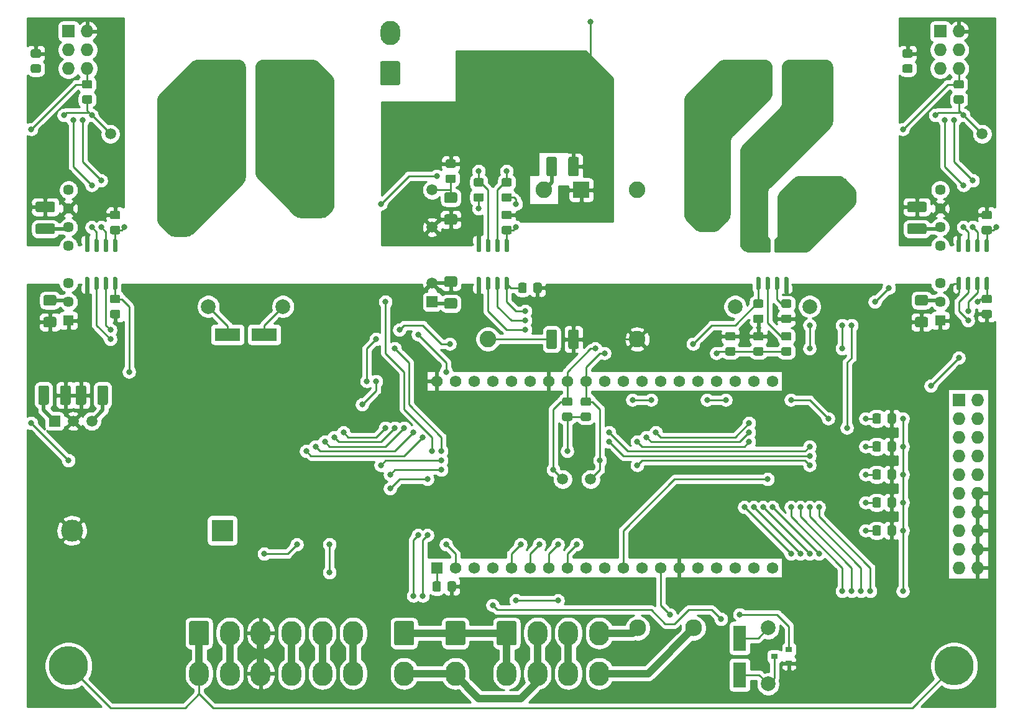
<source format=gbr>
G04 #@! TF.GenerationSoftware,KiCad,Pcbnew,(5.1.10)-1*
G04 #@! TF.CreationDate,2022-03-11T11:38:25-05:00*
G04 #@! TF.ProjectId,PacMan,5061634d-616e-42e6-9b69-6361645f7063,1.3*
G04 #@! TF.SameCoordinates,Original*
G04 #@! TF.FileFunction,Copper,L2,Bot*
G04 #@! TF.FilePolarity,Positive*
%FSLAX46Y46*%
G04 Gerber Fmt 4.6, Leading zero omitted, Abs format (unit mm)*
G04 Created by KiCad (PCBNEW (5.1.10)-1) date 2022-03-11 11:38:25*
%MOMM*%
%LPD*%
G01*
G04 APERTURE LIST*
G04 #@! TA.AperFunction,ComponentPad*
%ADD10O,6.500000X2.540000*%
G04 #@! TD*
G04 #@! TA.AperFunction,ComponentPad*
%ADD11O,2.700000X3.300000*%
G04 #@! TD*
G04 #@! TA.AperFunction,ComponentPad*
%ADD12R,1.560000X1.560000*%
G04 #@! TD*
G04 #@! TA.AperFunction,ComponentPad*
%ADD13C,1.560000*%
G04 #@! TD*
G04 #@! TA.AperFunction,ComponentPad*
%ADD14C,2.000000*%
G04 #@! TD*
G04 #@! TA.AperFunction,ComponentPad*
%ADD15C,4.000000*%
G04 #@! TD*
G04 #@! TA.AperFunction,SMDPad,CuDef*
%ADD16C,1.500000*%
G04 #@! TD*
G04 #@! TA.AperFunction,ComponentPad*
%ADD17R,1.727200X1.727200*%
G04 #@! TD*
G04 #@! TA.AperFunction,ComponentPad*
%ADD18O,1.727200X1.727200*%
G04 #@! TD*
G04 #@! TA.AperFunction,ComponentPad*
%ADD19C,1.450000*%
G04 #@! TD*
G04 #@! TA.AperFunction,ComponentPad*
%ADD20R,1.450000X1.450000*%
G04 #@! TD*
G04 #@! TA.AperFunction,ComponentPad*
%ADD21C,2.250000*%
G04 #@! TD*
G04 #@! TA.AperFunction,ComponentPad*
%ADD22R,2.250000X2.250000*%
G04 #@! TD*
G04 #@! TA.AperFunction,SMDPad,CuDef*
%ADD23R,1.800000X3.500000*%
G04 #@! TD*
G04 #@! TA.AperFunction,SMDPad,CuDef*
%ADD24R,3.500000X1.800000*%
G04 #@! TD*
G04 #@! TA.AperFunction,ComponentPad*
%ADD25C,5.334000*%
G04 #@! TD*
G04 #@! TA.AperFunction,ComponentPad*
%ADD26C,2.300000*%
G04 #@! TD*
G04 #@! TA.AperFunction,ComponentPad*
%ADD27R,1.508000X1.508000*%
G04 #@! TD*
G04 #@! TA.AperFunction,ComponentPad*
%ADD28C,1.508000*%
G04 #@! TD*
G04 #@! TA.AperFunction,ComponentPad*
%ADD29R,3.000000X3.000000*%
G04 #@! TD*
G04 #@! TA.AperFunction,ComponentPad*
%ADD30C,3.000000*%
G04 #@! TD*
G04 #@! TA.AperFunction,SMDPad,CuDef*
%ADD31R,0.900000X0.800000*%
G04 #@! TD*
G04 #@! TA.AperFunction,ViaPad*
%ADD32C,0.800000*%
G04 #@! TD*
G04 #@! TA.AperFunction,Conductor*
%ADD33C,1.000000*%
G04 #@! TD*
G04 #@! TA.AperFunction,Conductor*
%ADD34C,0.500000*%
G04 #@! TD*
G04 #@! TA.AperFunction,Conductor*
%ADD35C,0.250000*%
G04 #@! TD*
G04 #@! TA.AperFunction,Conductor*
%ADD36C,0.254000*%
G04 #@! TD*
G04 #@! TA.AperFunction,Conductor*
%ADD37C,0.100000*%
G04 #@! TD*
G04 APERTURE END LIST*
D10*
X175755000Y-66040000D03*
X183655000Y-66040000D03*
X104000000Y-66040000D03*
X111900000Y-66040000D03*
D11*
X121965000Y-147740000D03*
X117765000Y-147740000D03*
X113565000Y-147740000D03*
X109365000Y-147740000D03*
X105165000Y-147740000D03*
X100965000Y-147740000D03*
X121965000Y-142240000D03*
X117765000Y-142240000D03*
X113565000Y-142240000D03*
X109365000Y-142240000D03*
X105165000Y-142240000D03*
G04 #@! TA.AperFunction,ComponentPad*
G36*
G01*
X99615000Y-143639999D02*
X99615000Y-140840001D01*
G75*
G02*
X99865001Y-140590000I250001J0D01*
G01*
X102064999Y-140590000D01*
G75*
G02*
X102315000Y-140840001I0J-250001D01*
G01*
X102315000Y-143639999D01*
G75*
G02*
X102064999Y-143890000I-250001J0D01*
G01*
X99865001Y-143890000D01*
G75*
G02*
X99615000Y-143639999I0J250001D01*
G01*
G37*
G04 #@! TD.AperFunction*
X155475000Y-147740000D03*
X151275000Y-147740000D03*
X147075000Y-147740000D03*
X142875000Y-147740000D03*
X155475000Y-142240000D03*
X151275000Y-142240000D03*
X147075000Y-142240000D03*
G04 #@! TA.AperFunction,ComponentPad*
G36*
G01*
X141525000Y-143639999D02*
X141525000Y-140840001D01*
G75*
G02*
X141775001Y-140590000I250001J0D01*
G01*
X143974999Y-140590000D01*
G75*
G02*
X144225000Y-140840001I0J-250001D01*
G01*
X144225000Y-143639999D01*
G75*
G02*
X143974999Y-143890000I-250001J0D01*
G01*
X141775001Y-143890000D01*
G75*
G02*
X141525000Y-143639999I0J250001D01*
G01*
G37*
G04 #@! TD.AperFunction*
G04 #@! TA.AperFunction,SMDPad,CuDef*
G36*
G01*
X173805001Y-102420000D02*
X172904999Y-102420000D01*
G75*
G02*
X172655000Y-102170001I0J249999D01*
G01*
X172655000Y-101519999D01*
G75*
G02*
X172904999Y-101270000I249999J0D01*
G01*
X173805001Y-101270000D01*
G75*
G02*
X174055000Y-101519999I0J-249999D01*
G01*
X174055000Y-102170001D01*
G75*
G02*
X173805001Y-102420000I-249999J0D01*
G01*
G37*
G04 #@! TD.AperFunction*
G04 #@! TA.AperFunction,SMDPad,CuDef*
G36*
G01*
X173805001Y-104470000D02*
X172904999Y-104470000D01*
G75*
G02*
X172655000Y-104220001I0J249999D01*
G01*
X172655000Y-103569999D01*
G75*
G02*
X172904999Y-103320000I249999J0D01*
G01*
X173805001Y-103320000D01*
G75*
G02*
X174055000Y-103569999I0J-249999D01*
G01*
X174055000Y-104220001D01*
G75*
G02*
X173805001Y-104470000I-249999J0D01*
G01*
G37*
G04 #@! TD.AperFunction*
G04 #@! TA.AperFunction,SMDPad,CuDef*
G36*
G01*
X134825000Y-136340001D02*
X134825000Y-135439999D01*
G75*
G02*
X135074999Y-135190000I249999J0D01*
G01*
X135725001Y-135190000D01*
G75*
G02*
X135975000Y-135439999I0J-249999D01*
G01*
X135975000Y-136340001D01*
G75*
G02*
X135725001Y-136590000I-249999J0D01*
G01*
X135074999Y-136590000D01*
G75*
G02*
X134825000Y-136340001I0J249999D01*
G01*
G37*
G04 #@! TD.AperFunction*
G04 #@! TA.AperFunction,SMDPad,CuDef*
G36*
G01*
X132775000Y-136340001D02*
X132775000Y-135439999D01*
G75*
G02*
X133024999Y-135190000I249999J0D01*
G01*
X133675001Y-135190000D01*
G75*
G02*
X133925000Y-135439999I0J-249999D01*
G01*
X133925000Y-136340001D01*
G75*
G02*
X133675001Y-136590000I-249999J0D01*
G01*
X133024999Y-136590000D01*
G75*
G02*
X132775000Y-136340001I0J249999D01*
G01*
G37*
G04 #@! TD.AperFunction*
D12*
X133350000Y-133350000D03*
D13*
X135890000Y-133350000D03*
X179070000Y-133350000D03*
X138430000Y-133350000D03*
X140970000Y-133350000D03*
X143510000Y-133350000D03*
X146050000Y-133350000D03*
X148590000Y-133350000D03*
X151130000Y-133350000D03*
X153670000Y-133350000D03*
X156210000Y-133350000D03*
X158750000Y-133350000D03*
X161290000Y-133350000D03*
X163830000Y-133350000D03*
X166370000Y-133350000D03*
X168910000Y-133350000D03*
X171450000Y-133350000D03*
X173990000Y-133350000D03*
X176530000Y-133350000D03*
X133350000Y-107950000D03*
X135890000Y-107950000D03*
X138430000Y-107950000D03*
X140970000Y-107950000D03*
X143510000Y-107950000D03*
X146050000Y-107950000D03*
X148590000Y-107950000D03*
X151130000Y-107950000D03*
X153670000Y-107950000D03*
X156210000Y-107950000D03*
X158750000Y-107950000D03*
X161290000Y-107950000D03*
X163830000Y-107950000D03*
X166370000Y-107950000D03*
X168910000Y-107950000D03*
X171450000Y-107950000D03*
X173990000Y-107950000D03*
X176530000Y-107950000D03*
X179070000Y-107950000D03*
G04 #@! TA.AperFunction,SMDPad,CuDef*
G36*
G01*
X148295000Y-79815000D02*
X148295000Y-77665000D01*
G75*
G02*
X148545000Y-77415000I250000J0D01*
G01*
X149470000Y-77415000D01*
G75*
G02*
X149720000Y-77665000I0J-250000D01*
G01*
X149720000Y-79815000D01*
G75*
G02*
X149470000Y-80065000I-250000J0D01*
G01*
X148545000Y-80065000D01*
G75*
G02*
X148295000Y-79815000I0J250000D01*
G01*
G37*
G04 #@! TD.AperFunction*
G04 #@! TA.AperFunction,SMDPad,CuDef*
G36*
G01*
X151270000Y-79815000D02*
X151270000Y-77665000D01*
G75*
G02*
X151520000Y-77415000I250000J0D01*
G01*
X152445000Y-77415000D01*
G75*
G02*
X152695000Y-77665000I0J-250000D01*
G01*
X152695000Y-79815000D01*
G75*
G02*
X152445000Y-80065000I-250000J0D01*
G01*
X151520000Y-80065000D01*
G75*
G02*
X151270000Y-79815000I0J250000D01*
G01*
G37*
G04 #@! TD.AperFunction*
G04 #@! TA.AperFunction,SMDPad,CuDef*
G36*
G01*
X204920001Y-68130000D02*
X204019999Y-68130000D01*
G75*
G02*
X203770000Y-67880001I0J249999D01*
G01*
X203770000Y-67229999D01*
G75*
G02*
X204019999Y-66980000I249999J0D01*
G01*
X204920001Y-66980000D01*
G75*
G02*
X205170000Y-67229999I0J-249999D01*
G01*
X205170000Y-67880001D01*
G75*
G02*
X204920001Y-68130000I-249999J0D01*
G01*
G37*
G04 #@! TD.AperFunction*
G04 #@! TA.AperFunction,SMDPad,CuDef*
G36*
G01*
X204920001Y-70180000D02*
X204019999Y-70180000D01*
G75*
G02*
X203770000Y-69930001I0J249999D01*
G01*
X203770000Y-69279999D01*
G75*
G02*
X204019999Y-69030000I249999J0D01*
G01*
X204920001Y-69030000D01*
G75*
G02*
X205170000Y-69279999I0J-249999D01*
G01*
X205170000Y-69930001D01*
G75*
G02*
X204920001Y-70180000I-249999J0D01*
G01*
G37*
G04 #@! TD.AperFunction*
G04 #@! TA.AperFunction,SMDPad,CuDef*
G36*
G01*
X86175001Y-68130000D02*
X85274999Y-68130000D01*
G75*
G02*
X85025000Y-67880001I0J249999D01*
G01*
X85025000Y-67229999D01*
G75*
G02*
X85274999Y-66980000I249999J0D01*
G01*
X86175001Y-66980000D01*
G75*
G02*
X86425000Y-67229999I0J-249999D01*
G01*
X86425000Y-67880001D01*
G75*
G02*
X86175001Y-68130000I-249999J0D01*
G01*
G37*
G04 #@! TD.AperFunction*
G04 #@! TA.AperFunction,SMDPad,CuDef*
G36*
G01*
X86175001Y-70180000D02*
X85274999Y-70180000D01*
G75*
G02*
X85025000Y-69930001I0J249999D01*
G01*
X85025000Y-69279999D01*
G75*
G02*
X85274999Y-69030000I249999J0D01*
G01*
X86175001Y-69030000D01*
G75*
G02*
X86425000Y-69279999I0J-249999D01*
G01*
X86425000Y-69930001D01*
G75*
G02*
X86175001Y-70180000I-249999J0D01*
G01*
G37*
G04 #@! TD.AperFunction*
D14*
X184150000Y-97790000D03*
X173990000Y-97790000D03*
D15*
X170180000Y-85090000D03*
X187960000Y-82550000D03*
D14*
X112395000Y-97790000D03*
X102235000Y-97790000D03*
D15*
X98425000Y-85090000D03*
X116205000Y-82550000D03*
G04 #@! TA.AperFunction,SMDPad,CuDef*
G36*
G01*
X146500000Y-95700001D02*
X146500000Y-94799999D01*
G75*
G02*
X146749999Y-94550000I249999J0D01*
G01*
X147400001Y-94550000D01*
G75*
G02*
X147650000Y-94799999I0J-249999D01*
G01*
X147650000Y-95700001D01*
G75*
G02*
X147400001Y-95950000I-249999J0D01*
G01*
X146749999Y-95950000D01*
G75*
G02*
X146500000Y-95700001I0J249999D01*
G01*
G37*
G04 #@! TD.AperFunction*
G04 #@! TA.AperFunction,SMDPad,CuDef*
G36*
G01*
X144450000Y-95700001D02*
X144450000Y-94799999D01*
G75*
G02*
X144699999Y-94550000I249999J0D01*
G01*
X145350001Y-94550000D01*
G75*
G02*
X145600000Y-94799999I0J-249999D01*
G01*
X145600000Y-95700001D01*
G75*
G02*
X145350001Y-95950000I-249999J0D01*
G01*
X144699999Y-95950000D01*
G75*
G02*
X144450000Y-95700001I0J249999D01*
G01*
G37*
G04 #@! TD.AperFunction*
G04 #@! TA.AperFunction,SMDPad,CuDef*
G36*
G01*
X143325001Y-87960000D02*
X142424999Y-87960000D01*
G75*
G02*
X142175000Y-87710001I0J249999D01*
G01*
X142175000Y-87059999D01*
G75*
G02*
X142424999Y-86810000I249999J0D01*
G01*
X143325001Y-86810000D01*
G75*
G02*
X143575000Y-87059999I0J-249999D01*
G01*
X143575000Y-87710001D01*
G75*
G02*
X143325001Y-87960000I-249999J0D01*
G01*
G37*
G04 #@! TD.AperFunction*
G04 #@! TA.AperFunction,SMDPad,CuDef*
G36*
G01*
X143325001Y-85910000D02*
X142424999Y-85910000D01*
G75*
G02*
X142175000Y-85660001I0J249999D01*
G01*
X142175000Y-85009999D01*
G75*
G02*
X142424999Y-84760000I249999J0D01*
G01*
X143325001Y-84760000D01*
G75*
G02*
X143575000Y-85009999I0J-249999D01*
G01*
X143575000Y-85660001D01*
G75*
G02*
X143325001Y-85910000I-249999J0D01*
G01*
G37*
G04 #@! TD.AperFunction*
D16*
X88900000Y-74295000D03*
D17*
X201930000Y-60325000D03*
D18*
X204470000Y-60325000D03*
X201930000Y-62865000D03*
X204470000Y-62865000D03*
X201930000Y-65405000D03*
X204470000Y-65405000D03*
G04 #@! TA.AperFunction,SMDPad,CuDef*
G36*
G01*
X176714999Y-96825000D02*
X177615001Y-96825000D01*
G75*
G02*
X177865000Y-97074999I0J-249999D01*
G01*
X177865000Y-97725001D01*
G75*
G02*
X177615001Y-97975000I-249999J0D01*
G01*
X176714999Y-97975000D01*
G75*
G02*
X176465000Y-97725001I0J249999D01*
G01*
X176465000Y-97074999D01*
G75*
G02*
X176714999Y-96825000I249999J0D01*
G01*
G37*
G04 #@! TD.AperFunction*
G04 #@! TA.AperFunction,SMDPad,CuDef*
G36*
G01*
X176714999Y-98875000D02*
X177615001Y-98875000D01*
G75*
G02*
X177865000Y-99124999I0J-249999D01*
G01*
X177865000Y-99775001D01*
G75*
G02*
X177615001Y-100025000I-249999J0D01*
G01*
X176714999Y-100025000D01*
G75*
G02*
X176465000Y-99775001I0J249999D01*
G01*
X176465000Y-99124999D01*
G75*
G02*
X176714999Y-98875000I249999J0D01*
G01*
G37*
G04 #@! TD.AperFunction*
G04 #@! TA.AperFunction,SMDPad,CuDef*
G36*
G01*
X89084999Y-98240000D02*
X89985001Y-98240000D01*
G75*
G02*
X90235000Y-98489999I0J-249999D01*
G01*
X90235000Y-99140001D01*
G75*
G02*
X89985001Y-99390000I-249999J0D01*
G01*
X89084999Y-99390000D01*
G75*
G02*
X88835000Y-99140001I0J249999D01*
G01*
X88835000Y-98489999D01*
G75*
G02*
X89084999Y-98240000I249999J0D01*
G01*
G37*
G04 #@! TD.AperFunction*
G04 #@! TA.AperFunction,SMDPad,CuDef*
G36*
G01*
X89084999Y-96190000D02*
X89985001Y-96190000D01*
G75*
G02*
X90235000Y-96439999I0J-249999D01*
G01*
X90235000Y-97090001D01*
G75*
G02*
X89985001Y-97340000I-249999J0D01*
G01*
X89084999Y-97340000D01*
G75*
G02*
X88835000Y-97090001I0J249999D01*
G01*
X88835000Y-96439999D01*
G75*
G02*
X89084999Y-96190000I249999J0D01*
G01*
G37*
G04 #@! TD.AperFunction*
G04 #@! TA.AperFunction,SMDPad,CuDef*
G36*
G01*
X207829999Y-96190000D02*
X208730001Y-96190000D01*
G75*
G02*
X208980000Y-96439999I0J-249999D01*
G01*
X208980000Y-97090001D01*
G75*
G02*
X208730001Y-97340000I-249999J0D01*
G01*
X207829999Y-97340000D01*
G75*
G02*
X207580000Y-97090001I0J249999D01*
G01*
X207580000Y-96439999D01*
G75*
G02*
X207829999Y-96190000I249999J0D01*
G01*
G37*
G04 #@! TD.AperFunction*
G04 #@! TA.AperFunction,SMDPad,CuDef*
G36*
G01*
X207829999Y-98240000D02*
X208730001Y-98240000D01*
G75*
G02*
X208980000Y-98489999I0J-249999D01*
G01*
X208980000Y-99140001D01*
G75*
G02*
X208730001Y-99390000I-249999J0D01*
G01*
X207829999Y-99390000D01*
G75*
G02*
X207580000Y-99140001I0J249999D01*
G01*
X207580000Y-98489999D01*
G75*
G02*
X207829999Y-98240000I249999J0D01*
G01*
G37*
G04 #@! TD.AperFunction*
G04 #@! TA.AperFunction,SMDPad,CuDef*
G36*
G01*
X208730001Y-85910000D02*
X207829999Y-85910000D01*
G75*
G02*
X207580000Y-85660001I0J249999D01*
G01*
X207580000Y-85009999D01*
G75*
G02*
X207829999Y-84760000I249999J0D01*
G01*
X208730001Y-84760000D01*
G75*
G02*
X208980000Y-85009999I0J-249999D01*
G01*
X208980000Y-85660001D01*
G75*
G02*
X208730001Y-85910000I-249999J0D01*
G01*
G37*
G04 #@! TD.AperFunction*
G04 #@! TA.AperFunction,SMDPad,CuDef*
G36*
G01*
X208730001Y-87960000D02*
X207829999Y-87960000D01*
G75*
G02*
X207580000Y-87710001I0J249999D01*
G01*
X207580000Y-87059999D01*
G75*
G02*
X207829999Y-86810000I249999J0D01*
G01*
X208730001Y-86810000D01*
G75*
G02*
X208980000Y-87059999I0J-249999D01*
G01*
X208980000Y-87710001D01*
G75*
G02*
X208730001Y-87960000I-249999J0D01*
G01*
G37*
G04 #@! TD.AperFunction*
G04 #@! TA.AperFunction,SMDPad,CuDef*
G36*
G01*
X89985001Y-87960000D02*
X89084999Y-87960000D01*
G75*
G02*
X88835000Y-87710001I0J249999D01*
G01*
X88835000Y-87059999D01*
G75*
G02*
X89084999Y-86810000I249999J0D01*
G01*
X89985001Y-86810000D01*
G75*
G02*
X90235000Y-87059999I0J-249999D01*
G01*
X90235000Y-87710001D01*
G75*
G02*
X89985001Y-87960000I-249999J0D01*
G01*
G37*
G04 #@! TD.AperFunction*
G04 #@! TA.AperFunction,SMDPad,CuDef*
G36*
G01*
X89985001Y-85910000D02*
X89084999Y-85910000D01*
G75*
G02*
X88835000Y-85660001I0J249999D01*
G01*
X88835000Y-85009999D01*
G75*
G02*
X89084999Y-84760000I249999J0D01*
G01*
X89985001Y-84760000D01*
G75*
G02*
X90235000Y-85009999I0J-249999D01*
G01*
X90235000Y-85660001D01*
G75*
G02*
X89985001Y-85910000I-249999J0D01*
G01*
G37*
G04 #@! TD.AperFunction*
G04 #@! TA.AperFunction,SMDPad,CuDef*
G36*
G01*
X151270000Y-103310000D02*
X151270000Y-101160000D01*
G75*
G02*
X151520000Y-100910000I250000J0D01*
G01*
X152445000Y-100910000D01*
G75*
G02*
X152695000Y-101160000I0J-250000D01*
G01*
X152695000Y-103310000D01*
G75*
G02*
X152445000Y-103560000I-250000J0D01*
G01*
X151520000Y-103560000D01*
G75*
G02*
X151270000Y-103310000I0J250000D01*
G01*
G37*
G04 #@! TD.AperFunction*
G04 #@! TA.AperFunction,SMDPad,CuDef*
G36*
G01*
X148295000Y-103310000D02*
X148295000Y-101160000D01*
G75*
G02*
X148545000Y-100910000I250000J0D01*
G01*
X149470000Y-100910000D01*
G75*
G02*
X149720000Y-101160000I0J-250000D01*
G01*
X149720000Y-103310000D01*
G75*
G02*
X149470000Y-103560000I-250000J0D01*
G01*
X148545000Y-103560000D01*
G75*
G02*
X148295000Y-103310000I0J250000D01*
G01*
G37*
G04 #@! TD.AperFunction*
G04 #@! TA.AperFunction,SMDPad,CuDef*
G36*
G01*
X180524999Y-98875000D02*
X181425001Y-98875000D01*
G75*
G02*
X181675000Y-99124999I0J-249999D01*
G01*
X181675000Y-99775001D01*
G75*
G02*
X181425001Y-100025000I-249999J0D01*
G01*
X180524999Y-100025000D01*
G75*
G02*
X180275000Y-99775001I0J249999D01*
G01*
X180275000Y-99124999D01*
G75*
G02*
X180524999Y-98875000I249999J0D01*
G01*
G37*
G04 #@! TD.AperFunction*
G04 #@! TA.AperFunction,SMDPad,CuDef*
G36*
G01*
X180524999Y-96825000D02*
X181425001Y-96825000D01*
G75*
G02*
X181675000Y-97074999I0J-249999D01*
G01*
X181675000Y-97725001D01*
G75*
G02*
X181425001Y-97975000I-249999J0D01*
G01*
X180524999Y-97975000D01*
G75*
G02*
X180275000Y-97725001I0J249999D01*
G01*
X180275000Y-97074999D01*
G75*
G02*
X180524999Y-96825000I249999J0D01*
G01*
G37*
G04 #@! TD.AperFunction*
G04 #@! TA.AperFunction,SMDPad,CuDef*
G36*
G01*
X198765000Y-99200000D02*
X200015000Y-99200000D01*
G75*
G02*
X200265000Y-99450000I0J-250000D01*
G01*
X200265000Y-100375000D01*
G75*
G02*
X200015000Y-100625000I-250000J0D01*
G01*
X198765000Y-100625000D01*
G75*
G02*
X198515000Y-100375000I0J250000D01*
G01*
X198515000Y-99450000D01*
G75*
G02*
X198765000Y-99200000I250000J0D01*
G01*
G37*
G04 #@! TD.AperFunction*
G04 #@! TA.AperFunction,SMDPad,CuDef*
G36*
G01*
X198765000Y-96225000D02*
X200015000Y-96225000D01*
G75*
G02*
X200265000Y-96475000I0J-250000D01*
G01*
X200265000Y-97400000D01*
G75*
G02*
X200015000Y-97650000I-250000J0D01*
G01*
X198765000Y-97650000D01*
G75*
G02*
X198515000Y-97400000I0J250000D01*
G01*
X198515000Y-96475000D01*
G75*
G02*
X198765000Y-96225000I250000J0D01*
G01*
G37*
G04 #@! TD.AperFunction*
D19*
X83185000Y-81915000D03*
X83185000Y-84455000D03*
X83185000Y-86995000D03*
X83185000Y-89535000D03*
X83185000Y-94615000D03*
X83185000Y-97155000D03*
D20*
X83185000Y-99695000D03*
G04 #@! TA.AperFunction,SMDPad,CuDef*
G36*
G01*
X134630000Y-85230000D02*
X135880000Y-85230000D01*
G75*
G02*
X136130000Y-85480000I0J-250000D01*
G01*
X136130000Y-86405000D01*
G75*
G02*
X135880000Y-86655000I-250000J0D01*
G01*
X134630000Y-86655000D01*
G75*
G02*
X134380000Y-86405000I0J250000D01*
G01*
X134380000Y-85480000D01*
G75*
G02*
X134630000Y-85230000I250000J0D01*
G01*
G37*
G04 #@! TD.AperFunction*
G04 #@! TA.AperFunction,SMDPad,CuDef*
G36*
G01*
X134630000Y-82255000D02*
X135880000Y-82255000D01*
G75*
G02*
X136130000Y-82505000I0J-250000D01*
G01*
X136130000Y-83430000D01*
G75*
G02*
X135880000Y-83680000I-250000J0D01*
G01*
X134630000Y-83680000D01*
G75*
G02*
X134380000Y-83430000I0J250000D01*
G01*
X134380000Y-82505000D01*
G75*
G02*
X134630000Y-82255000I250000J0D01*
G01*
G37*
G04 #@! TD.AperFunction*
X201930000Y-99695000D03*
D19*
X201930000Y-97155000D03*
X201930000Y-94615000D03*
X201930000Y-89535000D03*
X201930000Y-86995000D03*
X201930000Y-84455000D03*
X201930000Y-81915000D03*
G04 #@! TA.AperFunction,SMDPad,CuDef*
G36*
G01*
X80020000Y-96225000D02*
X81270000Y-96225000D01*
G75*
G02*
X81520000Y-96475000I0J-250000D01*
G01*
X81520000Y-97400000D01*
G75*
G02*
X81270000Y-97650000I-250000J0D01*
G01*
X80020000Y-97650000D01*
G75*
G02*
X79770000Y-97400000I0J250000D01*
G01*
X79770000Y-96475000D01*
G75*
G02*
X80020000Y-96225000I250000J0D01*
G01*
G37*
G04 #@! TD.AperFunction*
G04 #@! TA.AperFunction,SMDPad,CuDef*
G36*
G01*
X80020000Y-99200000D02*
X81270000Y-99200000D01*
G75*
G02*
X81520000Y-99450000I0J-250000D01*
G01*
X81520000Y-100375000D01*
G75*
G02*
X81270000Y-100625000I-250000J0D01*
G01*
X80020000Y-100625000D01*
G75*
G02*
X79770000Y-100375000I0J250000D01*
G01*
X79770000Y-99450000D01*
G75*
G02*
X80020000Y-99200000I250000J0D01*
G01*
G37*
G04 #@! TD.AperFunction*
G04 #@! TA.AperFunction,SMDPad,CuDef*
G36*
G01*
X135880000Y-98085000D02*
X134630000Y-98085000D01*
G75*
G02*
X134380000Y-97835000I0J250000D01*
G01*
X134380000Y-96910000D01*
G75*
G02*
X134630000Y-96660000I250000J0D01*
G01*
X135880000Y-96660000D01*
G75*
G02*
X136130000Y-96910000I0J-250000D01*
G01*
X136130000Y-97835000D01*
G75*
G02*
X135880000Y-98085000I-250000J0D01*
G01*
G37*
G04 #@! TD.AperFunction*
G04 #@! TA.AperFunction,SMDPad,CuDef*
G36*
G01*
X135880000Y-95110000D02*
X134630000Y-95110000D01*
G75*
G02*
X134380000Y-94860000I0J250000D01*
G01*
X134380000Y-93935000D01*
G75*
G02*
X134630000Y-93685000I250000J0D01*
G01*
X135880000Y-93685000D01*
G75*
G02*
X136130000Y-93935000I0J-250000D01*
G01*
X136130000Y-94860000D01*
G75*
G02*
X135880000Y-95110000I-250000J0D01*
G01*
G37*
G04 #@! TD.AperFunction*
D17*
X83185000Y-60325000D03*
D18*
X85725000Y-60325000D03*
X83185000Y-62865000D03*
X85725000Y-62865000D03*
X83185000Y-65405000D03*
X85725000Y-65405000D03*
G04 #@! TA.AperFunction,SMDPad,CuDef*
G36*
G01*
X181425001Y-104470000D02*
X180524999Y-104470000D01*
G75*
G02*
X180275000Y-104220001I0J249999D01*
G01*
X180275000Y-103569999D01*
G75*
G02*
X180524999Y-103320000I249999J0D01*
G01*
X181425001Y-103320000D01*
G75*
G02*
X181675000Y-103569999I0J-249999D01*
G01*
X181675000Y-104220001D01*
G75*
G02*
X181425001Y-104470000I-249999J0D01*
G01*
G37*
G04 #@! TD.AperFunction*
G04 #@! TA.AperFunction,SMDPad,CuDef*
G36*
G01*
X181425001Y-102420000D02*
X180524999Y-102420000D01*
G75*
G02*
X180275000Y-102170001I0J249999D01*
G01*
X180275000Y-101519999D01*
G75*
G02*
X180524999Y-101270000I249999J0D01*
G01*
X181425001Y-101270000D01*
G75*
G02*
X181675000Y-101519999I0J-249999D01*
G01*
X181675000Y-102170001D01*
G75*
G02*
X181425001Y-102420000I-249999J0D01*
G01*
G37*
G04 #@! TD.AperFunction*
G04 #@! TA.AperFunction,SMDPad,CuDef*
G36*
G01*
X177615001Y-102420000D02*
X176714999Y-102420000D01*
G75*
G02*
X176465000Y-102170001I0J249999D01*
G01*
X176465000Y-101519999D01*
G75*
G02*
X176714999Y-101270000I249999J0D01*
G01*
X177615001Y-101270000D01*
G75*
G02*
X177865000Y-101519999I0J-249999D01*
G01*
X177865000Y-102170001D01*
G75*
G02*
X177615001Y-102420000I-249999J0D01*
G01*
G37*
G04 #@! TD.AperFunction*
G04 #@! TA.AperFunction,SMDPad,CuDef*
G36*
G01*
X177615001Y-104470000D02*
X176714999Y-104470000D01*
G75*
G02*
X176465000Y-104220001I0J249999D01*
G01*
X176465000Y-103569999D01*
G75*
G02*
X176714999Y-103320000I249999J0D01*
G01*
X177615001Y-103320000D01*
G75*
G02*
X177865000Y-103569999I0J-249999D01*
G01*
X177865000Y-104220001D01*
G75*
G02*
X177615001Y-104470000I-249999J0D01*
G01*
G37*
G04 #@! TD.AperFunction*
G04 #@! TA.AperFunction,SMDPad,CuDef*
G36*
G01*
X139515001Y-83515000D02*
X138614999Y-83515000D01*
G75*
G02*
X138365000Y-83265001I0J249999D01*
G01*
X138365000Y-82614999D01*
G75*
G02*
X138614999Y-82365000I249999J0D01*
G01*
X139515001Y-82365000D01*
G75*
G02*
X139765000Y-82614999I0J-249999D01*
G01*
X139765000Y-83265001D01*
G75*
G02*
X139515001Y-83515000I-249999J0D01*
G01*
G37*
G04 #@! TD.AperFunction*
G04 #@! TA.AperFunction,SMDPad,CuDef*
G36*
G01*
X139515001Y-81465000D02*
X138614999Y-81465000D01*
G75*
G02*
X138365000Y-81215001I0J249999D01*
G01*
X138365000Y-80564999D01*
G75*
G02*
X138614999Y-80315000I249999J0D01*
G01*
X139515001Y-80315000D01*
G75*
G02*
X139765000Y-80564999I0J-249999D01*
G01*
X139765000Y-81215001D01*
G75*
G02*
X139515001Y-81465000I-249999J0D01*
G01*
G37*
G04 #@! TD.AperFunction*
G04 #@! TA.AperFunction,SMDPad,CuDef*
G36*
G01*
X143325001Y-83515000D02*
X142424999Y-83515000D01*
G75*
G02*
X142175000Y-83265001I0J249999D01*
G01*
X142175000Y-82614999D01*
G75*
G02*
X142424999Y-82365000I249999J0D01*
G01*
X143325001Y-82365000D01*
G75*
G02*
X143575000Y-82614999I0J-249999D01*
G01*
X143575000Y-83265001D01*
G75*
G02*
X143325001Y-83515000I-249999J0D01*
G01*
G37*
G04 #@! TD.AperFunction*
G04 #@! TA.AperFunction,SMDPad,CuDef*
G36*
G01*
X143325001Y-81465000D02*
X142424999Y-81465000D01*
G75*
G02*
X142175000Y-81215001I0J249999D01*
G01*
X142175000Y-80564999D01*
G75*
G02*
X142424999Y-80315000I249999J0D01*
G01*
X143325001Y-80315000D01*
G75*
G02*
X143575000Y-80564999I0J-249999D01*
G01*
X143575000Y-81215001D01*
G75*
G02*
X143325001Y-81465000I-249999J0D01*
G01*
G37*
G04 #@! TD.AperFunction*
G04 #@! TA.AperFunction,SMDPad,CuDef*
G36*
G01*
X78289999Y-64830000D02*
X79190001Y-64830000D01*
G75*
G02*
X79440000Y-65079999I0J-249999D01*
G01*
X79440000Y-65730001D01*
G75*
G02*
X79190001Y-65980000I-249999J0D01*
G01*
X78289999Y-65980000D01*
G75*
G02*
X78040000Y-65730001I0J249999D01*
G01*
X78040000Y-65079999D01*
G75*
G02*
X78289999Y-64830000I249999J0D01*
G01*
G37*
G04 #@! TD.AperFunction*
G04 #@! TA.AperFunction,SMDPad,CuDef*
G36*
G01*
X78289999Y-62780000D02*
X79190001Y-62780000D01*
G75*
G02*
X79440000Y-63029999I0J-249999D01*
G01*
X79440000Y-63680001D01*
G75*
G02*
X79190001Y-63930000I-249999J0D01*
G01*
X78289999Y-63930000D01*
G75*
G02*
X78040000Y-63680001I0J249999D01*
G01*
X78040000Y-63029999D01*
G75*
G02*
X78289999Y-62780000I249999J0D01*
G01*
G37*
G04 #@! TD.AperFunction*
G04 #@! TA.AperFunction,SMDPad,CuDef*
G36*
G01*
X143025000Y-95525000D02*
X142725000Y-95525000D01*
G75*
G02*
X142575000Y-95375000I0J150000D01*
G01*
X142575000Y-93925000D01*
G75*
G02*
X142725000Y-93775000I150000J0D01*
G01*
X143025000Y-93775000D01*
G75*
G02*
X143175000Y-93925000I0J-150000D01*
G01*
X143175000Y-95375000D01*
G75*
G02*
X143025000Y-95525000I-150000J0D01*
G01*
G37*
G04 #@! TD.AperFunction*
G04 #@! TA.AperFunction,SMDPad,CuDef*
G36*
G01*
X141755000Y-95525000D02*
X141455000Y-95525000D01*
G75*
G02*
X141305000Y-95375000I0J150000D01*
G01*
X141305000Y-93925000D01*
G75*
G02*
X141455000Y-93775000I150000J0D01*
G01*
X141755000Y-93775000D01*
G75*
G02*
X141905000Y-93925000I0J-150000D01*
G01*
X141905000Y-95375000D01*
G75*
G02*
X141755000Y-95525000I-150000J0D01*
G01*
G37*
G04 #@! TD.AperFunction*
G04 #@! TA.AperFunction,SMDPad,CuDef*
G36*
G01*
X140485000Y-95525000D02*
X140185000Y-95525000D01*
G75*
G02*
X140035000Y-95375000I0J150000D01*
G01*
X140035000Y-93925000D01*
G75*
G02*
X140185000Y-93775000I150000J0D01*
G01*
X140485000Y-93775000D01*
G75*
G02*
X140635000Y-93925000I0J-150000D01*
G01*
X140635000Y-95375000D01*
G75*
G02*
X140485000Y-95525000I-150000J0D01*
G01*
G37*
G04 #@! TD.AperFunction*
G04 #@! TA.AperFunction,SMDPad,CuDef*
G36*
G01*
X139215000Y-95525000D02*
X138915000Y-95525000D01*
G75*
G02*
X138765000Y-95375000I0J150000D01*
G01*
X138765000Y-93925000D01*
G75*
G02*
X138915000Y-93775000I150000J0D01*
G01*
X139215000Y-93775000D01*
G75*
G02*
X139365000Y-93925000I0J-150000D01*
G01*
X139365000Y-95375000D01*
G75*
G02*
X139215000Y-95525000I-150000J0D01*
G01*
G37*
G04 #@! TD.AperFunction*
G04 #@! TA.AperFunction,SMDPad,CuDef*
G36*
G01*
X139215000Y-90375000D02*
X138915000Y-90375000D01*
G75*
G02*
X138765000Y-90225000I0J150000D01*
G01*
X138765000Y-88775000D01*
G75*
G02*
X138915000Y-88625000I150000J0D01*
G01*
X139215000Y-88625000D01*
G75*
G02*
X139365000Y-88775000I0J-150000D01*
G01*
X139365000Y-90225000D01*
G75*
G02*
X139215000Y-90375000I-150000J0D01*
G01*
G37*
G04 #@! TD.AperFunction*
G04 #@! TA.AperFunction,SMDPad,CuDef*
G36*
G01*
X140485000Y-90375000D02*
X140185000Y-90375000D01*
G75*
G02*
X140035000Y-90225000I0J150000D01*
G01*
X140035000Y-88775000D01*
G75*
G02*
X140185000Y-88625000I150000J0D01*
G01*
X140485000Y-88625000D01*
G75*
G02*
X140635000Y-88775000I0J-150000D01*
G01*
X140635000Y-90225000D01*
G75*
G02*
X140485000Y-90375000I-150000J0D01*
G01*
G37*
G04 #@! TD.AperFunction*
G04 #@! TA.AperFunction,SMDPad,CuDef*
G36*
G01*
X141755000Y-90375000D02*
X141455000Y-90375000D01*
G75*
G02*
X141305000Y-90225000I0J150000D01*
G01*
X141305000Y-88775000D01*
G75*
G02*
X141455000Y-88625000I150000J0D01*
G01*
X141755000Y-88625000D01*
G75*
G02*
X141905000Y-88775000I0J-150000D01*
G01*
X141905000Y-90225000D01*
G75*
G02*
X141755000Y-90375000I-150000J0D01*
G01*
G37*
G04 #@! TD.AperFunction*
G04 #@! TA.AperFunction,SMDPad,CuDef*
G36*
G01*
X143025000Y-90375000D02*
X142725000Y-90375000D01*
G75*
G02*
X142575000Y-90225000I0J150000D01*
G01*
X142575000Y-88775000D01*
G75*
G02*
X142725000Y-88625000I150000J0D01*
G01*
X143025000Y-88625000D01*
G75*
G02*
X143175000Y-88775000I0J-150000D01*
G01*
X143175000Y-90225000D01*
G75*
G02*
X143025000Y-90375000I-150000J0D01*
G01*
G37*
G04 #@! TD.AperFunction*
G04 #@! TA.AperFunction,SMDPad,CuDef*
G36*
G01*
X197034999Y-64830000D02*
X197935001Y-64830000D01*
G75*
G02*
X198185000Y-65079999I0J-249999D01*
G01*
X198185000Y-65730001D01*
G75*
G02*
X197935001Y-65980000I-249999J0D01*
G01*
X197034999Y-65980000D01*
G75*
G02*
X196785000Y-65730001I0J249999D01*
G01*
X196785000Y-65079999D01*
G75*
G02*
X197034999Y-64830000I249999J0D01*
G01*
G37*
G04 #@! TD.AperFunction*
G04 #@! TA.AperFunction,SMDPad,CuDef*
G36*
G01*
X197034999Y-62780000D02*
X197935001Y-62780000D01*
G75*
G02*
X198185000Y-63029999I0J-249999D01*
G01*
X198185000Y-63680001D01*
G75*
G02*
X197935001Y-63930000I-249999J0D01*
G01*
X197034999Y-63930000D01*
G75*
G02*
X196785000Y-63680001I0J249999D01*
G01*
X196785000Y-63029999D01*
G75*
G02*
X197034999Y-62780000I249999J0D01*
G01*
G37*
G04 #@! TD.AperFunction*
G04 #@! TA.AperFunction,SMDPad,CuDef*
G36*
G01*
X135705001Y-80975000D02*
X134804999Y-80975000D01*
G75*
G02*
X134555000Y-80725001I0J249999D01*
G01*
X134555000Y-80074999D01*
G75*
G02*
X134804999Y-79825000I249999J0D01*
G01*
X135705001Y-79825000D01*
G75*
G02*
X135955000Y-80074999I0J-249999D01*
G01*
X135955000Y-80725001D01*
G75*
G02*
X135705001Y-80975000I-249999J0D01*
G01*
G37*
G04 #@! TD.AperFunction*
G04 #@! TA.AperFunction,SMDPad,CuDef*
G36*
G01*
X135705001Y-78925000D02*
X134804999Y-78925000D01*
G75*
G02*
X134555000Y-78675001I0J249999D01*
G01*
X134555000Y-78024999D01*
G75*
G02*
X134804999Y-77775000I249999J0D01*
G01*
X135705001Y-77775000D01*
G75*
G02*
X135955000Y-78024999I0J-249999D01*
G01*
X135955000Y-78675001D01*
G75*
G02*
X135705001Y-78925000I-249999J0D01*
G01*
G37*
G04 #@! TD.AperFunction*
D16*
X207645000Y-74295000D03*
G04 #@! TA.AperFunction,SMDPad,CuDef*
G36*
G01*
X208430000Y-90375000D02*
X208130000Y-90375000D01*
G75*
G02*
X207980000Y-90225000I0J150000D01*
G01*
X207980000Y-88775000D01*
G75*
G02*
X208130000Y-88625000I150000J0D01*
G01*
X208430000Y-88625000D01*
G75*
G02*
X208580000Y-88775000I0J-150000D01*
G01*
X208580000Y-90225000D01*
G75*
G02*
X208430000Y-90375000I-150000J0D01*
G01*
G37*
G04 #@! TD.AperFunction*
G04 #@! TA.AperFunction,SMDPad,CuDef*
G36*
G01*
X207160000Y-90375000D02*
X206860000Y-90375000D01*
G75*
G02*
X206710000Y-90225000I0J150000D01*
G01*
X206710000Y-88775000D01*
G75*
G02*
X206860000Y-88625000I150000J0D01*
G01*
X207160000Y-88625000D01*
G75*
G02*
X207310000Y-88775000I0J-150000D01*
G01*
X207310000Y-90225000D01*
G75*
G02*
X207160000Y-90375000I-150000J0D01*
G01*
G37*
G04 #@! TD.AperFunction*
G04 #@! TA.AperFunction,SMDPad,CuDef*
G36*
G01*
X205890000Y-90375000D02*
X205590000Y-90375000D01*
G75*
G02*
X205440000Y-90225000I0J150000D01*
G01*
X205440000Y-88775000D01*
G75*
G02*
X205590000Y-88625000I150000J0D01*
G01*
X205890000Y-88625000D01*
G75*
G02*
X206040000Y-88775000I0J-150000D01*
G01*
X206040000Y-90225000D01*
G75*
G02*
X205890000Y-90375000I-150000J0D01*
G01*
G37*
G04 #@! TD.AperFunction*
G04 #@! TA.AperFunction,SMDPad,CuDef*
G36*
G01*
X204620000Y-90375000D02*
X204320000Y-90375000D01*
G75*
G02*
X204170000Y-90225000I0J150000D01*
G01*
X204170000Y-88775000D01*
G75*
G02*
X204320000Y-88625000I150000J0D01*
G01*
X204620000Y-88625000D01*
G75*
G02*
X204770000Y-88775000I0J-150000D01*
G01*
X204770000Y-90225000D01*
G75*
G02*
X204620000Y-90375000I-150000J0D01*
G01*
G37*
G04 #@! TD.AperFunction*
G04 #@! TA.AperFunction,SMDPad,CuDef*
G36*
G01*
X204620000Y-95525000D02*
X204320000Y-95525000D01*
G75*
G02*
X204170000Y-95375000I0J150000D01*
G01*
X204170000Y-93925000D01*
G75*
G02*
X204320000Y-93775000I150000J0D01*
G01*
X204620000Y-93775000D01*
G75*
G02*
X204770000Y-93925000I0J-150000D01*
G01*
X204770000Y-95375000D01*
G75*
G02*
X204620000Y-95525000I-150000J0D01*
G01*
G37*
G04 #@! TD.AperFunction*
G04 #@! TA.AperFunction,SMDPad,CuDef*
G36*
G01*
X205890000Y-95525000D02*
X205590000Y-95525000D01*
G75*
G02*
X205440000Y-95375000I0J150000D01*
G01*
X205440000Y-93925000D01*
G75*
G02*
X205590000Y-93775000I150000J0D01*
G01*
X205890000Y-93775000D01*
G75*
G02*
X206040000Y-93925000I0J-150000D01*
G01*
X206040000Y-95375000D01*
G75*
G02*
X205890000Y-95525000I-150000J0D01*
G01*
G37*
G04 #@! TD.AperFunction*
G04 #@! TA.AperFunction,SMDPad,CuDef*
G36*
G01*
X207160000Y-95525000D02*
X206860000Y-95525000D01*
G75*
G02*
X206710000Y-95375000I0J150000D01*
G01*
X206710000Y-93925000D01*
G75*
G02*
X206860000Y-93775000I150000J0D01*
G01*
X207160000Y-93775000D01*
G75*
G02*
X207310000Y-93925000I0J-150000D01*
G01*
X207310000Y-95375000D01*
G75*
G02*
X207160000Y-95525000I-150000J0D01*
G01*
G37*
G04 #@! TD.AperFunction*
G04 #@! TA.AperFunction,SMDPad,CuDef*
G36*
G01*
X208430000Y-95525000D02*
X208130000Y-95525000D01*
G75*
G02*
X207980000Y-95375000I0J150000D01*
G01*
X207980000Y-93925000D01*
G75*
G02*
X208130000Y-93775000I150000J0D01*
G01*
X208430000Y-93775000D01*
G75*
G02*
X208580000Y-93925000I0J-150000D01*
G01*
X208580000Y-95375000D01*
G75*
G02*
X208430000Y-95525000I-150000J0D01*
G01*
G37*
G04 #@! TD.AperFunction*
G04 #@! TA.AperFunction,SMDPad,CuDef*
G36*
G01*
X81085000Y-84950000D02*
X78935000Y-84950000D01*
G75*
G02*
X78685000Y-84700000I0J250000D01*
G01*
X78685000Y-83775000D01*
G75*
G02*
X78935000Y-83525000I250000J0D01*
G01*
X81085000Y-83525000D01*
G75*
G02*
X81335000Y-83775000I0J-250000D01*
G01*
X81335000Y-84700000D01*
G75*
G02*
X81085000Y-84950000I-250000J0D01*
G01*
G37*
G04 #@! TD.AperFunction*
G04 #@! TA.AperFunction,SMDPad,CuDef*
G36*
G01*
X81085000Y-87925000D02*
X78935000Y-87925000D01*
G75*
G02*
X78685000Y-87675000I0J250000D01*
G01*
X78685000Y-86750000D01*
G75*
G02*
X78935000Y-86500000I250000J0D01*
G01*
X81085000Y-86500000D01*
G75*
G02*
X81335000Y-86750000I0J-250000D01*
G01*
X81335000Y-87675000D01*
G75*
G02*
X81085000Y-87925000I-250000J0D01*
G01*
G37*
G04 #@! TD.AperFunction*
G04 #@! TA.AperFunction,SMDPad,CuDef*
G36*
G01*
X89685000Y-95525000D02*
X89385000Y-95525000D01*
G75*
G02*
X89235000Y-95375000I0J150000D01*
G01*
X89235000Y-93925000D01*
G75*
G02*
X89385000Y-93775000I150000J0D01*
G01*
X89685000Y-93775000D01*
G75*
G02*
X89835000Y-93925000I0J-150000D01*
G01*
X89835000Y-95375000D01*
G75*
G02*
X89685000Y-95525000I-150000J0D01*
G01*
G37*
G04 #@! TD.AperFunction*
G04 #@! TA.AperFunction,SMDPad,CuDef*
G36*
G01*
X88415000Y-95525000D02*
X88115000Y-95525000D01*
G75*
G02*
X87965000Y-95375000I0J150000D01*
G01*
X87965000Y-93925000D01*
G75*
G02*
X88115000Y-93775000I150000J0D01*
G01*
X88415000Y-93775000D01*
G75*
G02*
X88565000Y-93925000I0J-150000D01*
G01*
X88565000Y-95375000D01*
G75*
G02*
X88415000Y-95525000I-150000J0D01*
G01*
G37*
G04 #@! TD.AperFunction*
G04 #@! TA.AperFunction,SMDPad,CuDef*
G36*
G01*
X87145000Y-95525000D02*
X86845000Y-95525000D01*
G75*
G02*
X86695000Y-95375000I0J150000D01*
G01*
X86695000Y-93925000D01*
G75*
G02*
X86845000Y-93775000I150000J0D01*
G01*
X87145000Y-93775000D01*
G75*
G02*
X87295000Y-93925000I0J-150000D01*
G01*
X87295000Y-95375000D01*
G75*
G02*
X87145000Y-95525000I-150000J0D01*
G01*
G37*
G04 #@! TD.AperFunction*
G04 #@! TA.AperFunction,SMDPad,CuDef*
G36*
G01*
X85875000Y-95525000D02*
X85575000Y-95525000D01*
G75*
G02*
X85425000Y-95375000I0J150000D01*
G01*
X85425000Y-93925000D01*
G75*
G02*
X85575000Y-93775000I150000J0D01*
G01*
X85875000Y-93775000D01*
G75*
G02*
X86025000Y-93925000I0J-150000D01*
G01*
X86025000Y-95375000D01*
G75*
G02*
X85875000Y-95525000I-150000J0D01*
G01*
G37*
G04 #@! TD.AperFunction*
G04 #@! TA.AperFunction,SMDPad,CuDef*
G36*
G01*
X85875000Y-90375000D02*
X85575000Y-90375000D01*
G75*
G02*
X85425000Y-90225000I0J150000D01*
G01*
X85425000Y-88775000D01*
G75*
G02*
X85575000Y-88625000I150000J0D01*
G01*
X85875000Y-88625000D01*
G75*
G02*
X86025000Y-88775000I0J-150000D01*
G01*
X86025000Y-90225000D01*
G75*
G02*
X85875000Y-90375000I-150000J0D01*
G01*
G37*
G04 #@! TD.AperFunction*
G04 #@! TA.AperFunction,SMDPad,CuDef*
G36*
G01*
X87145000Y-90375000D02*
X86845000Y-90375000D01*
G75*
G02*
X86695000Y-90225000I0J150000D01*
G01*
X86695000Y-88775000D01*
G75*
G02*
X86845000Y-88625000I150000J0D01*
G01*
X87145000Y-88625000D01*
G75*
G02*
X87295000Y-88775000I0J-150000D01*
G01*
X87295000Y-90225000D01*
G75*
G02*
X87145000Y-90375000I-150000J0D01*
G01*
G37*
G04 #@! TD.AperFunction*
G04 #@! TA.AperFunction,SMDPad,CuDef*
G36*
G01*
X88415000Y-90375000D02*
X88115000Y-90375000D01*
G75*
G02*
X87965000Y-90225000I0J150000D01*
G01*
X87965000Y-88775000D01*
G75*
G02*
X88115000Y-88625000I150000J0D01*
G01*
X88415000Y-88625000D01*
G75*
G02*
X88565000Y-88775000I0J-150000D01*
G01*
X88565000Y-90225000D01*
G75*
G02*
X88415000Y-90375000I-150000J0D01*
G01*
G37*
G04 #@! TD.AperFunction*
G04 #@! TA.AperFunction,SMDPad,CuDef*
G36*
G01*
X89685000Y-90375000D02*
X89385000Y-90375000D01*
G75*
G02*
X89235000Y-90225000I0J150000D01*
G01*
X89235000Y-88775000D01*
G75*
G02*
X89385000Y-88625000I150000J0D01*
G01*
X89685000Y-88625000D01*
G75*
G02*
X89835000Y-88775000I0J-150000D01*
G01*
X89835000Y-90225000D01*
G75*
G02*
X89685000Y-90375000I-150000J0D01*
G01*
G37*
G04 #@! TD.AperFunction*
G04 #@! TA.AperFunction,SMDPad,CuDef*
G36*
G01*
X199830000Y-87925000D02*
X197680000Y-87925000D01*
G75*
G02*
X197430000Y-87675000I0J250000D01*
G01*
X197430000Y-86750000D01*
G75*
G02*
X197680000Y-86500000I250000J0D01*
G01*
X199830000Y-86500000D01*
G75*
G02*
X200080000Y-86750000I0J-250000D01*
G01*
X200080000Y-87675000D01*
G75*
G02*
X199830000Y-87925000I-250000J0D01*
G01*
G37*
G04 #@! TD.AperFunction*
G04 #@! TA.AperFunction,SMDPad,CuDef*
G36*
G01*
X199830000Y-84950000D02*
X197680000Y-84950000D01*
G75*
G02*
X197430000Y-84700000I0J250000D01*
G01*
X197430000Y-83775000D01*
G75*
G02*
X197680000Y-83525000I250000J0D01*
G01*
X199830000Y-83525000D01*
G75*
G02*
X200080000Y-83775000I0J-250000D01*
G01*
X200080000Y-84700000D01*
G75*
G02*
X199830000Y-84950000I-250000J0D01*
G01*
G37*
G04 #@! TD.AperFunction*
G04 #@! TA.AperFunction,SMDPad,CuDef*
G36*
G01*
X177015000Y-88625000D02*
X177315000Y-88625000D01*
G75*
G02*
X177465000Y-88775000I0J-150000D01*
G01*
X177465000Y-90225000D01*
G75*
G02*
X177315000Y-90375000I-150000J0D01*
G01*
X177015000Y-90375000D01*
G75*
G02*
X176865000Y-90225000I0J150000D01*
G01*
X176865000Y-88775000D01*
G75*
G02*
X177015000Y-88625000I150000J0D01*
G01*
G37*
G04 #@! TD.AperFunction*
G04 #@! TA.AperFunction,SMDPad,CuDef*
G36*
G01*
X178285000Y-88625000D02*
X178585000Y-88625000D01*
G75*
G02*
X178735000Y-88775000I0J-150000D01*
G01*
X178735000Y-90225000D01*
G75*
G02*
X178585000Y-90375000I-150000J0D01*
G01*
X178285000Y-90375000D01*
G75*
G02*
X178135000Y-90225000I0J150000D01*
G01*
X178135000Y-88775000D01*
G75*
G02*
X178285000Y-88625000I150000J0D01*
G01*
G37*
G04 #@! TD.AperFunction*
G04 #@! TA.AperFunction,SMDPad,CuDef*
G36*
G01*
X179555000Y-88625000D02*
X179855000Y-88625000D01*
G75*
G02*
X180005000Y-88775000I0J-150000D01*
G01*
X180005000Y-90225000D01*
G75*
G02*
X179855000Y-90375000I-150000J0D01*
G01*
X179555000Y-90375000D01*
G75*
G02*
X179405000Y-90225000I0J150000D01*
G01*
X179405000Y-88775000D01*
G75*
G02*
X179555000Y-88625000I150000J0D01*
G01*
G37*
G04 #@! TD.AperFunction*
G04 #@! TA.AperFunction,SMDPad,CuDef*
G36*
G01*
X180825000Y-88625000D02*
X181125000Y-88625000D01*
G75*
G02*
X181275000Y-88775000I0J-150000D01*
G01*
X181275000Y-90225000D01*
G75*
G02*
X181125000Y-90375000I-150000J0D01*
G01*
X180825000Y-90375000D01*
G75*
G02*
X180675000Y-90225000I0J150000D01*
G01*
X180675000Y-88775000D01*
G75*
G02*
X180825000Y-88625000I150000J0D01*
G01*
G37*
G04 #@! TD.AperFunction*
G04 #@! TA.AperFunction,SMDPad,CuDef*
G36*
G01*
X180825000Y-93775000D02*
X181125000Y-93775000D01*
G75*
G02*
X181275000Y-93925000I0J-150000D01*
G01*
X181275000Y-95375000D01*
G75*
G02*
X181125000Y-95525000I-150000J0D01*
G01*
X180825000Y-95525000D01*
G75*
G02*
X180675000Y-95375000I0J150000D01*
G01*
X180675000Y-93925000D01*
G75*
G02*
X180825000Y-93775000I150000J0D01*
G01*
G37*
G04 #@! TD.AperFunction*
G04 #@! TA.AperFunction,SMDPad,CuDef*
G36*
G01*
X179555000Y-93775000D02*
X179855000Y-93775000D01*
G75*
G02*
X180005000Y-93925000I0J-150000D01*
G01*
X180005000Y-95375000D01*
G75*
G02*
X179855000Y-95525000I-150000J0D01*
G01*
X179555000Y-95525000D01*
G75*
G02*
X179405000Y-95375000I0J150000D01*
G01*
X179405000Y-93925000D01*
G75*
G02*
X179555000Y-93775000I150000J0D01*
G01*
G37*
G04 #@! TD.AperFunction*
G04 #@! TA.AperFunction,SMDPad,CuDef*
G36*
G01*
X178285000Y-93775000D02*
X178585000Y-93775000D01*
G75*
G02*
X178735000Y-93925000I0J-150000D01*
G01*
X178735000Y-95375000D01*
G75*
G02*
X178585000Y-95525000I-150000J0D01*
G01*
X178285000Y-95525000D01*
G75*
G02*
X178135000Y-95375000I0J150000D01*
G01*
X178135000Y-93925000D01*
G75*
G02*
X178285000Y-93775000I150000J0D01*
G01*
G37*
G04 #@! TD.AperFunction*
G04 #@! TA.AperFunction,SMDPad,CuDef*
G36*
G01*
X177015000Y-93775000D02*
X177315000Y-93775000D01*
G75*
G02*
X177465000Y-93925000I0J-150000D01*
G01*
X177465000Y-95375000D01*
G75*
G02*
X177315000Y-95525000I-150000J0D01*
G01*
X177015000Y-95525000D01*
G75*
G02*
X176865000Y-95375000I0J150000D01*
G01*
X176865000Y-93925000D01*
G75*
G02*
X177015000Y-93775000I150000J0D01*
G01*
G37*
G04 #@! TD.AperFunction*
D21*
X160655000Y-81915000D03*
X160655000Y-102235000D03*
X140335000Y-102235000D03*
X147955000Y-81915000D03*
D22*
X153035000Y-81915000D03*
D16*
X154305000Y-121285000D03*
X150495000Y-121285000D03*
G04 #@! TA.AperFunction,SMDPad,CuDef*
G36*
G01*
X194760000Y-113480001D02*
X194760000Y-112579999D01*
G75*
G02*
X195009999Y-112330000I249999J0D01*
G01*
X195660001Y-112330000D01*
G75*
G02*
X195910000Y-112579999I0J-249999D01*
G01*
X195910000Y-113480001D01*
G75*
G02*
X195660001Y-113730000I-249999J0D01*
G01*
X195009999Y-113730000D01*
G75*
G02*
X194760000Y-113480001I0J249999D01*
G01*
G37*
G04 #@! TD.AperFunction*
G04 #@! TA.AperFunction,SMDPad,CuDef*
G36*
G01*
X192710000Y-113480001D02*
X192710000Y-112579999D01*
G75*
G02*
X192959999Y-112330000I249999J0D01*
G01*
X193610001Y-112330000D01*
G75*
G02*
X193860000Y-112579999I0J-249999D01*
G01*
X193860000Y-113480001D01*
G75*
G02*
X193610001Y-113730000I-249999J0D01*
G01*
X192959999Y-113730000D01*
G75*
G02*
X192710000Y-113480001I0J249999D01*
G01*
G37*
G04 #@! TD.AperFunction*
G04 #@! TA.AperFunction,SMDPad,CuDef*
G36*
G01*
X192710000Y-117290001D02*
X192710000Y-116389999D01*
G75*
G02*
X192959999Y-116140000I249999J0D01*
G01*
X193610001Y-116140000D01*
G75*
G02*
X193860000Y-116389999I0J-249999D01*
G01*
X193860000Y-117290001D01*
G75*
G02*
X193610001Y-117540000I-249999J0D01*
G01*
X192959999Y-117540000D01*
G75*
G02*
X192710000Y-117290001I0J249999D01*
G01*
G37*
G04 #@! TD.AperFunction*
G04 #@! TA.AperFunction,SMDPad,CuDef*
G36*
G01*
X194760000Y-117290001D02*
X194760000Y-116389999D01*
G75*
G02*
X195009999Y-116140000I249999J0D01*
G01*
X195660001Y-116140000D01*
G75*
G02*
X195910000Y-116389999I0J-249999D01*
G01*
X195910000Y-117290001D01*
G75*
G02*
X195660001Y-117540000I-249999J0D01*
G01*
X195009999Y-117540000D01*
G75*
G02*
X194760000Y-117290001I0J249999D01*
G01*
G37*
G04 #@! TD.AperFunction*
G04 #@! TA.AperFunction,SMDPad,CuDef*
G36*
G01*
X194760000Y-121100001D02*
X194760000Y-120199999D01*
G75*
G02*
X195009999Y-119950000I249999J0D01*
G01*
X195660001Y-119950000D01*
G75*
G02*
X195910000Y-120199999I0J-249999D01*
G01*
X195910000Y-121100001D01*
G75*
G02*
X195660001Y-121350000I-249999J0D01*
G01*
X195009999Y-121350000D01*
G75*
G02*
X194760000Y-121100001I0J249999D01*
G01*
G37*
G04 #@! TD.AperFunction*
G04 #@! TA.AperFunction,SMDPad,CuDef*
G36*
G01*
X192710000Y-121100001D02*
X192710000Y-120199999D01*
G75*
G02*
X192959999Y-119950000I249999J0D01*
G01*
X193610001Y-119950000D01*
G75*
G02*
X193860000Y-120199999I0J-249999D01*
G01*
X193860000Y-121100001D01*
G75*
G02*
X193610001Y-121350000I-249999J0D01*
G01*
X192959999Y-121350000D01*
G75*
G02*
X192710000Y-121100001I0J249999D01*
G01*
G37*
G04 #@! TD.AperFunction*
G04 #@! TA.AperFunction,SMDPad,CuDef*
G36*
G01*
X192710000Y-124910001D02*
X192710000Y-124009999D01*
G75*
G02*
X192959999Y-123760000I249999J0D01*
G01*
X193610001Y-123760000D01*
G75*
G02*
X193860000Y-124009999I0J-249999D01*
G01*
X193860000Y-124910001D01*
G75*
G02*
X193610001Y-125160000I-249999J0D01*
G01*
X192959999Y-125160000D01*
G75*
G02*
X192710000Y-124910001I0J249999D01*
G01*
G37*
G04 #@! TD.AperFunction*
G04 #@! TA.AperFunction,SMDPad,CuDef*
G36*
G01*
X194760000Y-124910001D02*
X194760000Y-124009999D01*
G75*
G02*
X195009999Y-123760000I249999J0D01*
G01*
X195660001Y-123760000D01*
G75*
G02*
X195910000Y-124009999I0J-249999D01*
G01*
X195910000Y-124910001D01*
G75*
G02*
X195660001Y-125160000I-249999J0D01*
G01*
X195009999Y-125160000D01*
G75*
G02*
X194760000Y-124910001I0J249999D01*
G01*
G37*
G04 #@! TD.AperFunction*
G04 #@! TA.AperFunction,SMDPad,CuDef*
G36*
G01*
X194760000Y-128720001D02*
X194760000Y-127819999D01*
G75*
G02*
X195009999Y-127570000I249999J0D01*
G01*
X195660001Y-127570000D01*
G75*
G02*
X195910000Y-127819999I0J-249999D01*
G01*
X195910000Y-128720001D01*
G75*
G02*
X195660001Y-128970000I-249999J0D01*
G01*
X195009999Y-128970000D01*
G75*
G02*
X194760000Y-128720001I0J249999D01*
G01*
G37*
G04 #@! TD.AperFunction*
G04 #@! TA.AperFunction,SMDPad,CuDef*
G36*
G01*
X192710000Y-128720001D02*
X192710000Y-127819999D01*
G75*
G02*
X192959999Y-127570000I249999J0D01*
G01*
X193610001Y-127570000D01*
G75*
G02*
X193860000Y-127819999I0J-249999D01*
G01*
X193860000Y-128720001D01*
G75*
G02*
X193610001Y-128970000I-249999J0D01*
G01*
X192959999Y-128970000D01*
G75*
G02*
X192710000Y-128720001I0J249999D01*
G01*
G37*
G04 #@! TD.AperFunction*
G04 #@! TA.AperFunction,SMDPad,CuDef*
G36*
G01*
X79080000Y-110930000D02*
X79080000Y-108780000D01*
G75*
G02*
X79330000Y-108530000I250000J0D01*
G01*
X80255000Y-108530000D01*
G75*
G02*
X80505000Y-108780000I0J-250000D01*
G01*
X80505000Y-110930000D01*
G75*
G02*
X80255000Y-111180000I-250000J0D01*
G01*
X79330000Y-111180000D01*
G75*
G02*
X79080000Y-110930000I0J250000D01*
G01*
G37*
G04 #@! TD.AperFunction*
G04 #@! TA.AperFunction,SMDPad,CuDef*
G36*
G01*
X82055000Y-110930000D02*
X82055000Y-108780000D01*
G75*
G02*
X82305000Y-108530000I250000J0D01*
G01*
X83230000Y-108530000D01*
G75*
G02*
X83480000Y-108780000I0J-250000D01*
G01*
X83480000Y-110930000D01*
G75*
G02*
X83230000Y-111180000I-250000J0D01*
G01*
X82305000Y-111180000D01*
G75*
G02*
X82055000Y-110930000I0J250000D01*
G01*
G37*
G04 #@! TD.AperFunction*
G04 #@! TA.AperFunction,SMDPad,CuDef*
G36*
G01*
X85585000Y-108780000D02*
X85585000Y-110930000D01*
G75*
G02*
X85335000Y-111180000I-250000J0D01*
G01*
X84410000Y-111180000D01*
G75*
G02*
X84160000Y-110930000I0J250000D01*
G01*
X84160000Y-108780000D01*
G75*
G02*
X84410000Y-108530000I250000J0D01*
G01*
X85335000Y-108530000D01*
G75*
G02*
X85585000Y-108780000I0J-250000D01*
G01*
G37*
G04 #@! TD.AperFunction*
G04 #@! TA.AperFunction,SMDPad,CuDef*
G36*
G01*
X88560000Y-108780000D02*
X88560000Y-110930000D01*
G75*
G02*
X88310000Y-111180000I-250000J0D01*
G01*
X87385000Y-111180000D01*
G75*
G02*
X87135000Y-110930000I0J250000D01*
G01*
X87135000Y-108780000D01*
G75*
G02*
X87385000Y-108530000I250000J0D01*
G01*
X88310000Y-108530000D01*
G75*
G02*
X88560000Y-108780000I0J-250000D01*
G01*
G37*
G04 #@! TD.AperFunction*
D23*
X174625000Y-147915000D03*
X174625000Y-142915000D03*
D24*
X104855000Y-101600000D03*
X109855000Y-101600000D03*
D25*
X83185000Y-146685000D03*
X203835000Y-146685000D03*
D11*
X127000000Y-60540000D03*
G04 #@! TA.AperFunction,ComponentPad*
G36*
G01*
X128350000Y-64640001D02*
X128350000Y-67439999D01*
G75*
G02*
X128099999Y-67690000I-250001J0D01*
G01*
X125900001Y-67690000D01*
G75*
G02*
X125650000Y-67439999I0J250001D01*
G01*
X125650000Y-64640001D01*
G75*
G02*
X125900001Y-64390000I250001J0D01*
G01*
X128099999Y-64390000D01*
G75*
G02*
X128350000Y-64640001I0J-250001D01*
G01*
G37*
G04 #@! TD.AperFunction*
D18*
X207010000Y-133350000D03*
X204470000Y-133350000D03*
X207010000Y-130810000D03*
X204470000Y-130810000D03*
X207010000Y-128270000D03*
X204470000Y-128270000D03*
X207010000Y-125730000D03*
X204470000Y-125730000D03*
X207010000Y-123190000D03*
X204470000Y-123190000D03*
X207010000Y-120650000D03*
X204470000Y-120650000D03*
X207010000Y-118110000D03*
X204470000Y-118110000D03*
X207010000Y-115570000D03*
X204470000Y-115570000D03*
X207010000Y-113030000D03*
X204470000Y-113030000D03*
X207010000Y-110490000D03*
D17*
X204470000Y-110490000D03*
D11*
X128905000Y-147740000D03*
G04 #@! TA.AperFunction,ComponentPad*
G36*
G01*
X127555000Y-143639999D02*
X127555000Y-140840001D01*
G75*
G02*
X127805001Y-140590000I250001J0D01*
G01*
X130004999Y-140590000D01*
G75*
G02*
X130255000Y-140840001I0J-250001D01*
G01*
X130255000Y-143639999D01*
G75*
G02*
X130004999Y-143890000I-250001J0D01*
G01*
X127805001Y-143890000D01*
G75*
G02*
X127555000Y-143639999I0J250001D01*
G01*
G37*
G04 #@! TD.AperFunction*
G04 #@! TA.AperFunction,ComponentPad*
G36*
G01*
X134540000Y-143639999D02*
X134540000Y-140840001D01*
G75*
G02*
X134790001Y-140590000I250001J0D01*
G01*
X136989999Y-140590000D01*
G75*
G02*
X137240000Y-140840001I0J-250001D01*
G01*
X137240000Y-143639999D01*
G75*
G02*
X136989999Y-143890000I-250001J0D01*
G01*
X134790001Y-143890000D01*
G75*
G02*
X134540000Y-143639999I0J250001D01*
G01*
G37*
G04 #@! TD.AperFunction*
X135890000Y-147740000D03*
D14*
X178498500Y-149161500D03*
D26*
X160718500Y-141541500D03*
X168338500Y-141541500D03*
D14*
X178498500Y-141541500D03*
G04 #@! TA.AperFunction,SMDPad,CuDef*
G36*
G01*
X151580001Y-113360000D02*
X150679999Y-113360000D01*
G75*
G02*
X150430000Y-113110001I0J249999D01*
G01*
X150430000Y-112459999D01*
G75*
G02*
X150679999Y-112210000I249999J0D01*
G01*
X151580001Y-112210000D01*
G75*
G02*
X151830000Y-112459999I0J-249999D01*
G01*
X151830000Y-113110001D01*
G75*
G02*
X151580001Y-113360000I-249999J0D01*
G01*
G37*
G04 #@! TD.AperFunction*
G04 #@! TA.AperFunction,SMDPad,CuDef*
G36*
G01*
X151580001Y-111310000D02*
X150679999Y-111310000D01*
G75*
G02*
X150430000Y-111060001I0J249999D01*
G01*
X150430000Y-110409999D01*
G75*
G02*
X150679999Y-110160000I249999J0D01*
G01*
X151580001Y-110160000D01*
G75*
G02*
X151830000Y-110409999I0J-249999D01*
G01*
X151830000Y-111060001D01*
G75*
G02*
X151580001Y-111310000I-249999J0D01*
G01*
G37*
G04 #@! TD.AperFunction*
G04 #@! TA.AperFunction,SMDPad,CuDef*
G36*
G01*
X154120001Y-113360000D02*
X153219999Y-113360000D01*
G75*
G02*
X152970000Y-113110001I0J249999D01*
G01*
X152970000Y-112459999D01*
G75*
G02*
X153219999Y-112210000I249999J0D01*
G01*
X154120001Y-112210000D01*
G75*
G02*
X154370000Y-112459999I0J-249999D01*
G01*
X154370000Y-113110001D01*
G75*
G02*
X154120001Y-113360000I-249999J0D01*
G01*
G37*
G04 #@! TD.AperFunction*
G04 #@! TA.AperFunction,SMDPad,CuDef*
G36*
G01*
X154120001Y-111310000D02*
X153219999Y-111310000D01*
G75*
G02*
X152970000Y-111060001I0J249999D01*
G01*
X152970000Y-110409999D01*
G75*
G02*
X153219999Y-110160000I249999J0D01*
G01*
X154120001Y-110160000D01*
G75*
G02*
X154370000Y-110409999I0J-249999D01*
G01*
X154370000Y-111060001D01*
G75*
G02*
X154120001Y-111310000I-249999J0D01*
G01*
G37*
G04 #@! TD.AperFunction*
D27*
X81280000Y-113385000D03*
D28*
X83820000Y-113385000D03*
X86360000Y-113385000D03*
D29*
X104140000Y-128270000D03*
D30*
X83650000Y-128270000D03*
D31*
X179340000Y-145415000D03*
X181340000Y-146365000D03*
X181340000Y-144465000D03*
D27*
X132715000Y-97155000D03*
D28*
X132715000Y-94615000D03*
X132715000Y-81915000D03*
X132715000Y-86995000D03*
D32*
X99060000Y-115570000D03*
X116840000Y-114300000D03*
X118745000Y-136525000D03*
X110490000Y-109220000D03*
X126365000Y-134620000D03*
X88265000Y-143510000D03*
X116205000Y-120015000D03*
X107315000Y-116205000D03*
X80645000Y-95250000D03*
X199390000Y-95250000D03*
X192151000Y-141605000D03*
X192151000Y-144145000D03*
X192151000Y-146685000D03*
X192151000Y-149225000D03*
X188849000Y-144145000D03*
X188849000Y-146685000D03*
X188849000Y-149225000D03*
X182245000Y-113030000D03*
X125095000Y-97155000D03*
X107950000Y-129540000D03*
X181610000Y-108585000D03*
X118745000Y-133985000D03*
X118745000Y-130175000D03*
X123190000Y-111125000D03*
X125095000Y-107950000D03*
X168275000Y-102870000D03*
X196850000Y-128270000D03*
X196850000Y-124460000D03*
X196850000Y-120650000D03*
X196850000Y-116840000D03*
X196850000Y-113030000D03*
X151130000Y-117475000D03*
X127635000Y-114300000D03*
X91440000Y-106680000D03*
X207010000Y-97155000D03*
X204470000Y-104775000D03*
X200660000Y-108585000D03*
X135128000Y-102870000D03*
X145415000Y-98425000D03*
X123825000Y-107950000D03*
X119380000Y-115570000D03*
X196850000Y-136525000D03*
X175895000Y-113665000D03*
X163195000Y-114935000D03*
X128270000Y-100965000D03*
X125095000Y-102235000D03*
X191770000Y-113030000D03*
X186690000Y-113030000D03*
X181610000Y-110490000D03*
X172720000Y-110490000D03*
X170180000Y-110490000D03*
X162560000Y-110490000D03*
X160020000Y-110490000D03*
X152400000Y-130175000D03*
X191770000Y-128270000D03*
X191770000Y-116840000D03*
X144780000Y-130175000D03*
X191770000Y-120650000D03*
X147320000Y-130175000D03*
X149860000Y-130175000D03*
X191770000Y-124460000D03*
X188595000Y-100330000D03*
X188595000Y-103505000D03*
X172085000Y-140335000D03*
X140970000Y-138430000D03*
X177800000Y-87630000D03*
X176530000Y-87630000D03*
X175260000Y-87630000D03*
X175260000Y-86360000D03*
X176530000Y-86360000D03*
X177800000Y-86360000D03*
X177800000Y-85090000D03*
X176530000Y-85090000D03*
X175260000Y-85090000D03*
X175260000Y-88900000D03*
X175260000Y-83820000D03*
X176530000Y-83820000D03*
X177800000Y-83820000D03*
X177800000Y-82550000D03*
X176530000Y-82550000D03*
X175260000Y-82550000D03*
X175260000Y-81280000D03*
X176530000Y-81280000D03*
X177800000Y-81280000D03*
X177800000Y-80010000D03*
X176530000Y-80010000D03*
X175260000Y-80010000D03*
X132715000Y-117475000D03*
X130810000Y-128905000D03*
X130175000Y-137160000D03*
X126365000Y-97155000D03*
X192405000Y-136525000D03*
X185420000Y-125095000D03*
X133350000Y-80010000D03*
X125730000Y-83820000D03*
X189865000Y-136525000D03*
X182880000Y-125095000D03*
X191135000Y-136525000D03*
X184150000Y-125095000D03*
X176530000Y-125095000D03*
X182880000Y-131445000D03*
X185420000Y-131445000D03*
X179070000Y-125095000D03*
X175260000Y-125095000D03*
X181610000Y-131445000D03*
X132080000Y-128905000D03*
X144145000Y-137795000D03*
X131445000Y-137160000D03*
X149860000Y-137795000D03*
X133985000Y-117475000D03*
X127635000Y-103505000D03*
X180340000Y-87630000D03*
X181610000Y-87630000D03*
X182880000Y-87630000D03*
X182880000Y-88900000D03*
X182880000Y-86360000D03*
X181610000Y-86360000D03*
X180340000Y-86360000D03*
X180340000Y-85090000D03*
X181610000Y-85090000D03*
X182880000Y-85090000D03*
X182880000Y-83820000D03*
X181610000Y-83820000D03*
X180340000Y-83820000D03*
X180340000Y-82550000D03*
X181610000Y-82550000D03*
X182880000Y-82550000D03*
X184150000Y-88900000D03*
X184150000Y-87630000D03*
X184150000Y-86360000D03*
X184150000Y-85090000D03*
X184150000Y-83820000D03*
X184150000Y-82550000D03*
X174625000Y-139700000D03*
X165100000Y-139700000D03*
X149225000Y-120015000D03*
X127000000Y-120650000D03*
X205740000Y-98425000D03*
X88900000Y-100965000D03*
X145415000Y-99695000D03*
X154940000Y-103505000D03*
X175895000Y-116205000D03*
X160655000Y-116205000D03*
X133985000Y-120015000D03*
X171450000Y-104140000D03*
X125730000Y-119380000D03*
X155575000Y-118745000D03*
X88900000Y-102235000D03*
X205740000Y-99695000D03*
X145415000Y-100965000D03*
X156210000Y-104140000D03*
X175895000Y-114935000D03*
X161925000Y-115570000D03*
X133985000Y-118745000D03*
X126365000Y-114300000D03*
X134620000Y-130175000D03*
X120650000Y-114935000D03*
X128905000Y-114300000D03*
X118110000Y-116205000D03*
X130810000Y-101600000D03*
X134620000Y-106680000D03*
X178435000Y-121285000D03*
X154305000Y-65405000D03*
X153035000Y-73025000D03*
X137160000Y-64135000D03*
X138430000Y-64135000D03*
X137160000Y-65405000D03*
X138430000Y-65405000D03*
X156845000Y-72390000D03*
X145415000Y-65405000D03*
X144145000Y-72390000D03*
X154305000Y-59055000D03*
X126365000Y-76200000D03*
X126365000Y-85725000D03*
X142875000Y-79375000D03*
X139065000Y-79375000D03*
X194945000Y-95250000D03*
X193040000Y-97155000D03*
X144145000Y-83820000D03*
X144145000Y-86995000D03*
X139065000Y-84455000D03*
X90805000Y-86995000D03*
X86360000Y-71755000D03*
X82550000Y-71755000D03*
X79375000Y-78740000D03*
X89535000Y-78740000D03*
X80645000Y-88900000D03*
X208280000Y-78740000D03*
X198120000Y-78740000D03*
X199390000Y-88900000D03*
X201295000Y-71755000D03*
X209550000Y-86995000D03*
X205105000Y-71755000D03*
X78105000Y-73660000D03*
X196850000Y-73660000D03*
X86360000Y-81280000D03*
X83820000Y-72390000D03*
X86360000Y-86995000D03*
X87630000Y-86995000D03*
X85090000Y-72390000D03*
X87630000Y-80645000D03*
X205105000Y-86995000D03*
X202565000Y-72390000D03*
X205105000Y-81280000D03*
X203835000Y-72390000D03*
X206375000Y-86995000D03*
X206375000Y-80645000D03*
X78105000Y-113665000D03*
X109855000Y-131445000D03*
X114300000Y-130175000D03*
X127000000Y-122555000D03*
X132080000Y-121285000D03*
X83185000Y-118745000D03*
X184150000Y-119380000D03*
X160655000Y-119380000D03*
X189865000Y-100330000D03*
X189230000Y-114300000D03*
X188595000Y-136525000D03*
X181610000Y-125095000D03*
X184150000Y-100330000D03*
X184150000Y-103505000D03*
X130175000Y-114935000D03*
X156845000Y-114935000D03*
X116840000Y-116840000D03*
X184150000Y-116840000D03*
X131445000Y-115570000D03*
X115570000Y-117475000D03*
X184150000Y-118110000D03*
X156845000Y-116205000D03*
X177800000Y-125095000D03*
X184150000Y-131445000D03*
D33*
X109365000Y-142240000D02*
X109365000Y-147740000D01*
D34*
X133350000Y-107950000D02*
X131445000Y-107950000D01*
X133350000Y-107950000D02*
X133350000Y-109855000D01*
X148590000Y-107950000D02*
X148590000Y-106045000D01*
X148590000Y-107950000D02*
X148590000Y-109855000D01*
X166370000Y-133350000D02*
X166370000Y-131445000D01*
X166370000Y-133350000D02*
X166370000Y-135255000D01*
D35*
X151982500Y-102235000D02*
X160655000Y-102235000D01*
D34*
X133350000Y-107950000D02*
X133350000Y-106045000D01*
D35*
X204470000Y-94650000D02*
X204470000Y-95885000D01*
X204470000Y-95885000D02*
X203835000Y-96520000D01*
X204470000Y-94650000D02*
X203800000Y-94650000D01*
X203800000Y-94650000D02*
X203200000Y-95250000D01*
D34*
X135037500Y-94615000D02*
X135255000Y-94397500D01*
X132715000Y-94615000D02*
X135037500Y-94615000D01*
X132715000Y-94615000D02*
X131445000Y-95885000D01*
X139065000Y-94650000D02*
X139065000Y-96520000D01*
X85725000Y-94650000D02*
X85725000Y-96520000D01*
X180975000Y-94650000D02*
X180975000Y-95885000D01*
X207010000Y-133350000D02*
X207010000Y-135255000D01*
X207010000Y-133350000D02*
X208915000Y-133350000D01*
X207010000Y-130810000D02*
X208915000Y-130810000D01*
X207010000Y-128270000D02*
X208915000Y-128270000D01*
X207010000Y-125730000D02*
X208915000Y-125730000D01*
X207010000Y-123190000D02*
X208915000Y-123190000D01*
X207010000Y-125730000D02*
X207010000Y-123190000D01*
X207010000Y-125730000D02*
X207010000Y-128270000D01*
X207010000Y-128270000D02*
X207010000Y-130810000D01*
X207010000Y-130810000D02*
X207010000Y-133350000D01*
X87847500Y-111897500D02*
X86360000Y-113385000D01*
X87847500Y-109855000D02*
X87847500Y-111897500D01*
D35*
X118745000Y-133985000D02*
X118745000Y-130175000D01*
X177165000Y-94650000D02*
X177165000Y-97400000D01*
X125095000Y-109220000D02*
X123190000Y-111125000D01*
X125095000Y-107950000D02*
X125095000Y-109220000D01*
X170815000Y-100330000D02*
X168275000Y-102870000D01*
X173990000Y-100330000D02*
X170815000Y-100330000D01*
X177165000Y-97400000D02*
X176920000Y-97400000D01*
X176920000Y-97400000D02*
X173990000Y-100330000D01*
X196850000Y-124460000D02*
X196850000Y-128270000D01*
X196850000Y-120650000D02*
X196850000Y-124460000D01*
X196850000Y-116840000D02*
X196850000Y-120650000D01*
X196850000Y-113030000D02*
X196850000Y-116840000D01*
X196850000Y-136525000D02*
X196850000Y-128270000D01*
X151130000Y-112785000D02*
X153670000Y-112785000D01*
X151130000Y-117475000D02*
X151130000Y-112785000D01*
X208280000Y-94650000D02*
X208280000Y-96765000D01*
X89535000Y-94650000D02*
X89535000Y-96765000D01*
X91440000Y-97790000D02*
X91440000Y-106680000D01*
X90415000Y-96765000D02*
X91440000Y-97790000D01*
X89535000Y-96765000D02*
X90415000Y-96765000D01*
X200660000Y-108585000D02*
X204470000Y-104775000D01*
X207400000Y-96765000D02*
X207010000Y-97155000D01*
X208280000Y-96765000D02*
X207400000Y-96765000D01*
X143475000Y-95250000D02*
X142875000Y-94650000D01*
X145025000Y-95250000D02*
X143475000Y-95250000D01*
X142875000Y-94650000D02*
X142875000Y-97155000D01*
X144145000Y-98425000D02*
X145415000Y-98425000D01*
X142875000Y-97155000D02*
X144145000Y-98425000D01*
X125730000Y-116205000D02*
X127635000Y-114300000D01*
X119380000Y-115570000D02*
X120015000Y-116205000D01*
X120015000Y-116205000D02*
X125730000Y-116205000D01*
X172720000Y-115570000D02*
X164465000Y-115570000D01*
X175895000Y-113665000D02*
X173990000Y-115570000D01*
X173990000Y-115570000D02*
X172720000Y-115570000D01*
X164465000Y-115570000D02*
X163830000Y-115570000D01*
X163830000Y-115570000D02*
X163195000Y-114935000D01*
X133350000Y-135890000D02*
X133350000Y-133350000D01*
X133985000Y-102870000D02*
X135128000Y-102870000D01*
X131445000Y-100330000D02*
X133985000Y-102870000D01*
X128905000Y-100330000D02*
X131445000Y-100330000D01*
X128270000Y-100965000D02*
X128905000Y-100330000D01*
X123825000Y-103505000D02*
X123825000Y-107950000D01*
X125095000Y-102235000D02*
X123825000Y-103505000D01*
D33*
X121965000Y-142240000D02*
X121965000Y-147740000D01*
D35*
X193285000Y-113030000D02*
X191770000Y-113030000D01*
X184150000Y-110490000D02*
X186690000Y-113030000D01*
X181610000Y-110490000D02*
X184150000Y-110490000D01*
X170180000Y-110490000D02*
X172720000Y-110490000D01*
X162560000Y-110490000D02*
X160020000Y-110490000D01*
X151130000Y-133350000D02*
X151130000Y-131445000D01*
X151130000Y-131445000D02*
X152400000Y-130175000D01*
X193285000Y-128270000D02*
X191770000Y-128270000D01*
X193285000Y-116840000D02*
X191770000Y-116840000D01*
X143510000Y-133350000D02*
X143510000Y-131445000D01*
X143510000Y-131445000D02*
X144780000Y-130175000D01*
X193285000Y-120650000D02*
X191770000Y-120650000D01*
X146050000Y-133350000D02*
X146050000Y-131445000D01*
X146050000Y-131445000D02*
X147320000Y-130175000D01*
X148590000Y-133350000D02*
X148590000Y-131445000D01*
X148590000Y-131445000D02*
X149860000Y-130175000D01*
X193285000Y-124460000D02*
X191770000Y-124460000D01*
X179705000Y-94650000D02*
X179705000Y-96830000D01*
X180275000Y-97400000D02*
X180975000Y-97400000D01*
X179705000Y-96830000D02*
X180275000Y-97400000D01*
D34*
X149007500Y-80862500D02*
X147955000Y-81915000D01*
X149007500Y-78740000D02*
X149007500Y-80862500D01*
D35*
X149007500Y-102235000D02*
X140335000Y-102235000D01*
D34*
X79792500Y-111897500D02*
X81280000Y-113385000D01*
X79792500Y-109855000D02*
X79792500Y-111897500D01*
X199390000Y-96937500D02*
X201712500Y-96937500D01*
X201712500Y-96937500D02*
X201930000Y-97155000D01*
X132932500Y-97372500D02*
X132715000Y-97155000D01*
X80645000Y-96937500D02*
X82967500Y-96937500D01*
X82967500Y-96937500D02*
X83185000Y-97155000D01*
X135255000Y-97372500D02*
X132932500Y-97372500D01*
D35*
X104855000Y-100410000D02*
X102235000Y-97790000D01*
X104855000Y-101600000D02*
X104855000Y-100410000D01*
X188595000Y-100330000D02*
X188595000Y-103505000D01*
X177125000Y-142915000D02*
X178498500Y-141541500D01*
X174625000Y-142915000D02*
X177125000Y-142915000D01*
D33*
X105165000Y-142240000D02*
X105165000Y-147740000D01*
D35*
X170815000Y-139065000D02*
X167640000Y-139065000D01*
X172085000Y-140335000D02*
X170815000Y-139065000D01*
X167640000Y-139065000D02*
X165735000Y-140970000D01*
X165735000Y-140970000D02*
X164465000Y-140970000D01*
X164465000Y-140970000D02*
X162560000Y-139065000D01*
X162560000Y-139065000D02*
X152400000Y-139065000D01*
X152400000Y-139065000D02*
X141605000Y-139065000D01*
X141605000Y-139065000D02*
X140970000Y-138430000D01*
X177252000Y-147915000D02*
X178498500Y-149161500D01*
X174625000Y-147915000D02*
X177252000Y-147915000D01*
X179340000Y-148320000D02*
X178498500Y-149161500D01*
X179340000Y-145415000D02*
X179340000Y-148320000D01*
D33*
X100965000Y-142240000D02*
X100965000Y-147740000D01*
D35*
X99060000Y-152400000D02*
X88900000Y-152400000D01*
X88900000Y-152400000D02*
X83185000Y-146685000D01*
X100965000Y-147740000D02*
X100965000Y-150495000D01*
X100965000Y-150495000D02*
X99060000Y-152400000D01*
X100965000Y-150495000D02*
X102870000Y-152400000D01*
X203835000Y-146685000D02*
X198120000Y-152400000D01*
X198120000Y-152400000D02*
X102870000Y-152400000D01*
D33*
X142875000Y-142240000D02*
X142875000Y-147740000D01*
X142875000Y-142240000D02*
X135890000Y-142240000D01*
X135890000Y-142240000D02*
X128905000Y-142240000D01*
D35*
X130810000Y-128905000D02*
X130175000Y-129540000D01*
X130175000Y-129540000D02*
X130175000Y-137160000D01*
X126365000Y-104140000D02*
X126365000Y-97155000D01*
X128905000Y-106680000D02*
X126365000Y-104140000D01*
X132715000Y-117475000D02*
X132715000Y-115570000D01*
X128905000Y-111760000D02*
X128905000Y-106680000D01*
X132715000Y-115570000D02*
X128905000Y-111760000D01*
X192405000Y-136525000D02*
X192405000Y-133350000D01*
X192405000Y-133350000D02*
X185420000Y-126365000D01*
X185420000Y-126365000D02*
X185420000Y-125095000D01*
X129540000Y-80010000D02*
X125730000Y-83820000D01*
X133350000Y-80010000D02*
X129540000Y-80010000D01*
X189865000Y-136525000D02*
X189865000Y-133350000D01*
X189865000Y-133350000D02*
X182880000Y-126365000D01*
X182880000Y-126365000D02*
X182880000Y-125095000D01*
X191135000Y-136525000D02*
X191135000Y-133350000D01*
X191135000Y-133350000D02*
X184150000Y-126365000D01*
X184150000Y-126365000D02*
X184150000Y-125095000D01*
X182880000Y-131445000D02*
X176530000Y-125095000D01*
X185420000Y-131445000D02*
X179070000Y-125095000D01*
X181610000Y-131445000D02*
X175260000Y-125095000D01*
D33*
X147075000Y-142240000D02*
X147075000Y-147740000D01*
X135890000Y-147955000D02*
X139065000Y-151130000D01*
X139065000Y-151130000D02*
X144780000Y-151130000D01*
X128905000Y-147740000D02*
X135890000Y-147740000D01*
X147075000Y-148835000D02*
X147075000Y-147740000D01*
X144780000Y-151130000D02*
X147075000Y-148835000D01*
D35*
X131445000Y-129540000D02*
X132080000Y-128905000D01*
X129540000Y-106680000D02*
X129540000Y-111125000D01*
X133985000Y-115570000D02*
X133985000Y-117475000D01*
X129540000Y-111125000D02*
X133985000Y-115570000D01*
X149860000Y-137795000D02*
X144145000Y-137795000D01*
X131445000Y-137160000D02*
X131445000Y-129540000D01*
X129540000Y-106680000D02*
X129540000Y-105410000D01*
X129540000Y-105410000D02*
X127635000Y-103505000D01*
D33*
X151275000Y-142240000D02*
X151275000Y-147740000D01*
X160020000Y-142240000D02*
X160718500Y-141541500D01*
X155475000Y-142240000D02*
X160020000Y-142240000D01*
X162140000Y-147740000D02*
X168338500Y-141541500D01*
X155475000Y-147740000D02*
X162140000Y-147740000D01*
X113565000Y-142240000D02*
X113565000Y-147740000D01*
X117765000Y-142240000D02*
X117765000Y-147740000D01*
D35*
X174625000Y-139700000D02*
X179705000Y-139700000D01*
X181340000Y-141335000D02*
X181340000Y-144465000D01*
X179705000Y-139700000D02*
X181340000Y-141335000D01*
X163830000Y-133350000D02*
X163830000Y-138430000D01*
X163830000Y-138430000D02*
X165100000Y-139700000D01*
X151130000Y-107950000D02*
X151130000Y-110735000D01*
X151130000Y-110735000D02*
X150250000Y-110735000D01*
X149225000Y-120015000D02*
X150495000Y-121285000D01*
X149225000Y-116205000D02*
X149225000Y-120015000D01*
X149225000Y-111760000D02*
X149225000Y-116205000D01*
X150250000Y-110735000D02*
X149225000Y-111760000D01*
X207010000Y-94650000D02*
X207010000Y-95885000D01*
X205740000Y-97155000D02*
X205740000Y-98425000D01*
X207010000Y-95885000D02*
X205740000Y-97155000D01*
X88265000Y-100330000D02*
X88900000Y-100965000D01*
X88265000Y-94650000D02*
X88265000Y-100330000D01*
X141605000Y-97790000D02*
X143510000Y-99695000D01*
X141605000Y-94650000D02*
X141605000Y-97790000D01*
X143510000Y-99695000D02*
X145415000Y-99695000D01*
X151130000Y-106680000D02*
X151130000Y-107950000D01*
X154940000Y-103505000D02*
X154305000Y-103505000D01*
X154305000Y-103505000D02*
X151130000Y-106680000D01*
X174625000Y-116840000D02*
X161290000Y-116840000D01*
X175895000Y-116205000D02*
X175260000Y-116840000D01*
X175260000Y-116840000D02*
X174625000Y-116840000D01*
X161290000Y-116840000D02*
X160655000Y-116205000D01*
X127635000Y-120015000D02*
X127000000Y-120650000D01*
X133985000Y-120015000D02*
X127635000Y-120015000D01*
X178435000Y-100005000D02*
X180275000Y-101845000D01*
X180275000Y-101845000D02*
X180975000Y-101845000D01*
X178435000Y-94650000D02*
X178435000Y-100005000D01*
X180340000Y-103895000D02*
X176530000Y-103895000D01*
X177165000Y-103895000D02*
X173355000Y-103895000D01*
X171695000Y-103895000D02*
X171450000Y-104140000D01*
X173355000Y-103895000D02*
X171695000Y-103895000D01*
X153670000Y-107950000D02*
X153670000Y-110735000D01*
X153670000Y-110735000D02*
X154550000Y-110735000D01*
X155575000Y-120015000D02*
X155575000Y-118745000D01*
X155575000Y-120015000D02*
X154305000Y-121285000D01*
X155575000Y-116205000D02*
X155575000Y-118745000D01*
X155575000Y-111760000D02*
X155575000Y-116205000D01*
X154550000Y-110735000D02*
X155575000Y-111760000D01*
X86995000Y-100330000D02*
X88900000Y-102235000D01*
X86995000Y-94650000D02*
X86995000Y-100330000D01*
X205740000Y-95885000D02*
X205740000Y-94650000D01*
X204470000Y-98425000D02*
X205740000Y-99695000D01*
X204470000Y-97155000D02*
X204470000Y-98425000D01*
X204470000Y-97155000D02*
X205740000Y-95885000D01*
X142875000Y-100965000D02*
X140335000Y-98425000D01*
X145415000Y-100965000D02*
X142875000Y-100965000D01*
X140335000Y-98425000D02*
X140335000Y-94650000D01*
X153670000Y-106045000D02*
X153670000Y-107950000D01*
X155575000Y-104140000D02*
X153670000Y-106045000D01*
X155575000Y-104140000D02*
X156210000Y-104140000D01*
X174625000Y-116205000D02*
X164465000Y-116205000D01*
X175895000Y-114935000D02*
X174625000Y-116205000D01*
X164465000Y-116205000D02*
X162560000Y-116205000D01*
X162560000Y-116205000D02*
X161925000Y-115570000D01*
X133985000Y-118745000D02*
X126365000Y-118745000D01*
X126365000Y-118745000D02*
X125730000Y-119380000D01*
X135890000Y-133350000D02*
X135890000Y-131445000D01*
X135890000Y-131445000D02*
X134620000Y-130175000D01*
X125095000Y-115570000D02*
X126365000Y-114300000D01*
X120650000Y-114935000D02*
X121285000Y-115570000D01*
X121285000Y-115570000D02*
X125095000Y-115570000D01*
X126365000Y-116840000D02*
X128905000Y-114300000D01*
X118110000Y-116205000D02*
X118745000Y-116840000D01*
X118745000Y-116840000D02*
X126365000Y-116840000D01*
X134620000Y-106680000D02*
X134620000Y-105410000D01*
X134620000Y-105410000D02*
X130810000Y-101600000D01*
X165735000Y-121285000D02*
X178435000Y-121285000D01*
X158750000Y-133350000D02*
X158750000Y-128270000D01*
X158750000Y-128270000D02*
X165735000Y-121285000D01*
X154305000Y-59055000D02*
X154305000Y-65405000D01*
D34*
X139065000Y-89500000D02*
X139065000Y-87630000D01*
D35*
X141605000Y-89500000D02*
X141605000Y-81915000D01*
X142875000Y-80890000D02*
X142630000Y-80890000D01*
X142630000Y-80890000D02*
X141605000Y-81915000D01*
X142875000Y-79375000D02*
X142875000Y-80890000D01*
X140335000Y-89500000D02*
X140335000Y-81915000D01*
X139065000Y-80890000D02*
X139310000Y-80890000D01*
X139310000Y-80890000D02*
X140335000Y-81915000D01*
X139065000Y-79375000D02*
X139065000Y-80890000D01*
X194945000Y-95250000D02*
X193040000Y-97155000D01*
X143755000Y-87385000D02*
X144145000Y-86995000D01*
X143755000Y-87385000D02*
X142875000Y-87385000D01*
X142875000Y-89500000D02*
X142875000Y-87385000D01*
X142875000Y-82940000D02*
X143900000Y-82940000D01*
X144145000Y-83185000D02*
X144145000Y-83820000D01*
X143900000Y-82940000D02*
X144145000Y-83185000D01*
X139065000Y-82940000D02*
X139065000Y-84455000D01*
D34*
X135255000Y-82967500D02*
X135255000Y-82550000D01*
D35*
X132715000Y-81915000D02*
X135255000Y-81915000D01*
X135255000Y-80400000D02*
X135255000Y-81915000D01*
X135255000Y-81915000D02*
X135255000Y-82967500D01*
X90415000Y-87385000D02*
X90805000Y-86995000D01*
X89535000Y-87385000D02*
X90415000Y-87385000D01*
X89535000Y-87385000D02*
X89535000Y-89500000D01*
X82949999Y-71355001D02*
X82550000Y-71755000D01*
X85960001Y-71355001D02*
X82949999Y-71355001D01*
X86360000Y-71755000D02*
X85960001Y-71355001D01*
X86360000Y-71755000D02*
X88900000Y-74295000D01*
X85725000Y-71120000D02*
X85960001Y-71355001D01*
X85725000Y-69605000D02*
X85725000Y-71120000D01*
D34*
X85725000Y-89500000D02*
X85725000Y-88265000D01*
X204470000Y-89500000D02*
X204470000Y-88265000D01*
D35*
X208280000Y-89500000D02*
X208280000Y-87385000D01*
X207645000Y-74295000D02*
X205105000Y-71755000D01*
X204470000Y-71120000D02*
X204705001Y-71355001D01*
X201694999Y-71355001D02*
X201295000Y-71755000D01*
X204705001Y-71355001D02*
X201694999Y-71355001D01*
X208280000Y-87385000D02*
X209160000Y-87385000D01*
X209160000Y-87385000D02*
X209550000Y-86995000D01*
X204470000Y-69605000D02*
X204470000Y-71120000D01*
X205105000Y-71755000D02*
X204470000Y-71120000D01*
D34*
X80010000Y-87212500D02*
X82967500Y-87212500D01*
X82967500Y-87212500D02*
X83185000Y-86995000D01*
X198755000Y-87212500D02*
X201712500Y-87212500D01*
X201712500Y-87212500D02*
X201930000Y-86995000D01*
D35*
X84210000Y-67555000D02*
X85725000Y-67555000D01*
X78105000Y-73660000D02*
X84210000Y-67555000D01*
X85725000Y-65405000D02*
X85725000Y-67555000D01*
X196850000Y-73660000D02*
X202955000Y-67555000D01*
X202955000Y-67555000D02*
X204470000Y-67555000D01*
X204470000Y-65405000D02*
X204470000Y-67555000D01*
X86995000Y-89500000D02*
X86995000Y-87630000D01*
X83820000Y-78740000D02*
X83820000Y-72390000D01*
X86995000Y-87630000D02*
X86360000Y-86995000D01*
X86360000Y-81280000D02*
X83820000Y-78740000D01*
X88265000Y-89500000D02*
X88265000Y-87630000D01*
X85090000Y-78105000D02*
X85090000Y-72390000D01*
X88265000Y-87630000D02*
X87630000Y-86995000D01*
X87630000Y-80645000D02*
X85090000Y-78105000D01*
X205105000Y-81280000D02*
X202565000Y-78740000D01*
X205740000Y-87630000D02*
X205105000Y-86995000D01*
X205740000Y-89500000D02*
X205740000Y-87630000D01*
X202565000Y-78740000D02*
X202565000Y-72390000D01*
X203835000Y-78105000D02*
X203835000Y-72390000D01*
X206375000Y-80645000D02*
X203835000Y-78105000D01*
X207010000Y-89500000D02*
X207010000Y-87630000D01*
X207010000Y-87630000D02*
X206375000Y-86995000D01*
X113030000Y-131445000D02*
X109855000Y-131445000D01*
X114300000Y-130175000D02*
X113030000Y-131445000D01*
X128270000Y-121285000D02*
X127000000Y-122555000D01*
X132080000Y-121285000D02*
X128270000Y-121285000D01*
X83185000Y-118745000D02*
X78105000Y-113665000D01*
X183515000Y-118745000D02*
X184150000Y-119380000D01*
X164465000Y-118745000D02*
X183515000Y-118745000D01*
X164465000Y-118745000D02*
X161290000Y-118745000D01*
X161290000Y-118745000D02*
X160655000Y-119380000D01*
X189865000Y-100330000D02*
X189865000Y-104775000D01*
X189865000Y-104775000D02*
X189230000Y-105410000D01*
X189230000Y-105410000D02*
X189230000Y-114300000D01*
X181610000Y-125095000D02*
X181610000Y-126365000D01*
X181610000Y-126365000D02*
X188595000Y-133350000D01*
X188595000Y-133350000D02*
X188595000Y-136525000D01*
X109855000Y-100330000D02*
X112395000Y-97790000D01*
X109855000Y-101600000D02*
X109855000Y-100330000D01*
X184150000Y-103505000D02*
X184150000Y-100330000D01*
X116840000Y-116840000D02*
X117475000Y-117475000D01*
X127635000Y-117475000D02*
X130175000Y-114935000D01*
X117475000Y-117475000D02*
X127635000Y-117475000D01*
X159385000Y-117475000D02*
X156845000Y-114935000D01*
X184150000Y-116840000D02*
X183515000Y-117475000D01*
X183515000Y-117475000D02*
X159385000Y-117475000D01*
X116205000Y-118110000D02*
X128905000Y-118110000D01*
X115570000Y-117475000D02*
X116205000Y-118110000D01*
X128905000Y-118110000D02*
X131445000Y-115570000D01*
X158750000Y-118110000D02*
X156845000Y-116205000D01*
X184150000Y-118110000D02*
X158750000Y-118110000D01*
X184150000Y-131445000D02*
X177800000Y-125095000D01*
D36*
X157353000Y-66727606D02*
X157353000Y-86233000D01*
X144846711Y-86233000D01*
X144804774Y-86191063D01*
X144635256Y-86077795D01*
X144446898Y-85999774D01*
X144246939Y-85960000D01*
X144208148Y-85960000D01*
X144213072Y-85910000D01*
X144210000Y-85620750D01*
X144051250Y-85462000D01*
X143002000Y-85462000D01*
X143002000Y-85482000D01*
X142748000Y-85482000D01*
X142748000Y-85462000D01*
X142728000Y-85462000D01*
X142728000Y-85208000D01*
X142748000Y-85208000D01*
X142748000Y-85188000D01*
X143002000Y-85188000D01*
X143002000Y-85208000D01*
X144051250Y-85208000D01*
X144210000Y-85049250D01*
X144212063Y-84855000D01*
X144246939Y-84855000D01*
X144446898Y-84815226D01*
X144635256Y-84737205D01*
X144804774Y-84623937D01*
X144948937Y-84479774D01*
X145062205Y-84310256D01*
X145140226Y-84121898D01*
X145180000Y-83921939D01*
X145180000Y-83718061D01*
X145140226Y-83518102D01*
X145062205Y-83329744D01*
X144948937Y-83160226D01*
X144901572Y-83112861D01*
X144894003Y-83036014D01*
X144850546Y-82892753D01*
X144779974Y-82760724D01*
X144685001Y-82644999D01*
X144655998Y-82621197D01*
X144463804Y-82429003D01*
X144440001Y-82399999D01*
X144324276Y-82305026D01*
X144192247Y-82234454D01*
X144110459Y-82209644D01*
X144063405Y-82121613D01*
X143952962Y-81987038D01*
X143865184Y-81915000D01*
X143952962Y-81842962D01*
X144063405Y-81708387D01*
X144145472Y-81554851D01*
X144196008Y-81388255D01*
X144213072Y-81215001D01*
X144213072Y-80564999D01*
X144196008Y-80391745D01*
X144145472Y-80225149D01*
X144063405Y-80071613D01*
X144012841Y-80010000D01*
X145923000Y-80010000D01*
X145923000Y-83820000D01*
X145925440Y-83844776D01*
X145932667Y-83868601D01*
X145944403Y-83890557D01*
X145960197Y-83909803D01*
X145979443Y-83925597D01*
X146001399Y-83937333D01*
X146025224Y-83944560D01*
X146050000Y-83947000D01*
X149860000Y-83947000D01*
X149884776Y-83944560D01*
X149908601Y-83937333D01*
X149930557Y-83925597D01*
X149949803Y-83909803D01*
X149965597Y-83890557D01*
X149977333Y-83868601D01*
X149984560Y-83844776D01*
X149987000Y-83820000D01*
X149987000Y-83040000D01*
X151271928Y-83040000D01*
X151284188Y-83164482D01*
X151320498Y-83284180D01*
X151379463Y-83394494D01*
X151458815Y-83491185D01*
X151555506Y-83570537D01*
X151665820Y-83629502D01*
X151785518Y-83665812D01*
X151910000Y-83678072D01*
X152749250Y-83675000D01*
X152908000Y-83516250D01*
X152908000Y-82042000D01*
X153162000Y-82042000D01*
X153162000Y-83516250D01*
X153320750Y-83675000D01*
X154160000Y-83678072D01*
X154284482Y-83665812D01*
X154404180Y-83629502D01*
X154514494Y-83570537D01*
X154611185Y-83491185D01*
X154690537Y-83394494D01*
X154749502Y-83284180D01*
X154785812Y-83164482D01*
X154798072Y-83040000D01*
X154795000Y-82200750D01*
X154636250Y-82042000D01*
X153162000Y-82042000D01*
X152908000Y-82042000D01*
X151433750Y-82042000D01*
X151275000Y-82200750D01*
X151271928Y-83040000D01*
X149987000Y-83040000D01*
X149987000Y-81384215D01*
X151274163Y-81400718D01*
X151275000Y-81629250D01*
X151433750Y-81788000D01*
X152908000Y-81788000D01*
X152908000Y-81768000D01*
X153162000Y-81768000D01*
X153162000Y-81788000D01*
X154636250Y-81788000D01*
X154795000Y-81629250D01*
X154798072Y-80790000D01*
X154785812Y-80665518D01*
X154749502Y-80545820D01*
X154690537Y-80435506D01*
X154611185Y-80338815D01*
X154514494Y-80259463D01*
X154404180Y-80200498D01*
X154284482Y-80164188D01*
X154160000Y-80151928D01*
X153324209Y-80154987D01*
X153333072Y-80065000D01*
X153330000Y-79025750D01*
X153171250Y-78867000D01*
X152109500Y-78867000D01*
X152109500Y-78887000D01*
X151855500Y-78887000D01*
X151855500Y-78867000D01*
X151835500Y-78867000D01*
X151835500Y-78613000D01*
X151855500Y-78613000D01*
X151855500Y-76938750D01*
X152109500Y-76938750D01*
X152109500Y-78613000D01*
X153171250Y-78613000D01*
X153330000Y-78454250D01*
X153333072Y-77415000D01*
X153320812Y-77290518D01*
X153284502Y-77170820D01*
X153225537Y-77060506D01*
X153146185Y-76963815D01*
X153049494Y-76884463D01*
X152939180Y-76825498D01*
X152819482Y-76789188D01*
X152695000Y-76776928D01*
X152268250Y-76780000D01*
X152109500Y-76938750D01*
X151855500Y-76938750D01*
X151696750Y-76780000D01*
X151270000Y-76776928D01*
X151243657Y-76779522D01*
X151235597Y-76764443D01*
X151219803Y-76745197D01*
X151200557Y-76729403D01*
X151178601Y-76717667D01*
X151154776Y-76710440D01*
X151130000Y-76708000D01*
X147320000Y-76708000D01*
X147295224Y-76710440D01*
X147271399Y-76717667D01*
X147249443Y-76729403D01*
X147230197Y-76745197D01*
X147214403Y-76764443D01*
X147202667Y-76786399D01*
X147195440Y-76810224D01*
X147193000Y-76835000D01*
X147193000Y-79883000D01*
X146050000Y-79883000D01*
X146025224Y-79885440D01*
X146001399Y-79892667D01*
X145979443Y-79904403D01*
X145960197Y-79920197D01*
X145944403Y-79939443D01*
X145932667Y-79961399D01*
X145925440Y-79985224D01*
X145923000Y-80010000D01*
X144012841Y-80010000D01*
X143952962Y-79937038D01*
X143818387Y-79826595D01*
X143810062Y-79822145D01*
X143870226Y-79676898D01*
X143910000Y-79476939D01*
X143910000Y-79273061D01*
X143870226Y-79073102D01*
X143792205Y-78884744D01*
X143678937Y-78715226D01*
X143534774Y-78571063D01*
X143365256Y-78457795D01*
X143176898Y-78379774D01*
X142976939Y-78340000D01*
X142773061Y-78340000D01*
X142573102Y-78379774D01*
X142384744Y-78457795D01*
X142215226Y-78571063D01*
X142071063Y-78715226D01*
X141957795Y-78884744D01*
X141879774Y-79073102D01*
X141840000Y-79273061D01*
X141840000Y-79476939D01*
X141879774Y-79676898D01*
X141939938Y-79822145D01*
X141931613Y-79826595D01*
X141797038Y-79937038D01*
X141686595Y-80071613D01*
X141604528Y-80225149D01*
X141553992Y-80391745D01*
X141536928Y-80564999D01*
X141536928Y-80908271D01*
X141093998Y-81351201D01*
X141065000Y-81374999D01*
X141041202Y-81403997D01*
X141041201Y-81403998D01*
X140970026Y-81490724D01*
X140970000Y-81490772D01*
X140969974Y-81490723D01*
X140898799Y-81403997D01*
X140875001Y-81374999D01*
X140846003Y-81351201D01*
X140403072Y-80908270D01*
X140403072Y-80564999D01*
X140386008Y-80391745D01*
X140335472Y-80225149D01*
X140253405Y-80071613D01*
X140142962Y-79937038D01*
X140008387Y-79826595D01*
X140000062Y-79822145D01*
X140060226Y-79676898D01*
X140100000Y-79476939D01*
X140100000Y-79273061D01*
X140060226Y-79073102D01*
X139982205Y-78884744D01*
X139868937Y-78715226D01*
X139724774Y-78571063D01*
X139555256Y-78457795D01*
X139366898Y-78379774D01*
X139166939Y-78340000D01*
X138963061Y-78340000D01*
X138763102Y-78379774D01*
X138574744Y-78457795D01*
X138405226Y-78571063D01*
X138261063Y-78715226D01*
X138147795Y-78884744D01*
X138069774Y-79073102D01*
X138030000Y-79273061D01*
X138030000Y-79476939D01*
X138069774Y-79676898D01*
X138129938Y-79822145D01*
X138121613Y-79826595D01*
X137987038Y-79937038D01*
X137876595Y-80071613D01*
X137794528Y-80225149D01*
X137743992Y-80391745D01*
X137726928Y-80564999D01*
X137726928Y-81215001D01*
X137743992Y-81388255D01*
X137794528Y-81554851D01*
X137876595Y-81708387D01*
X137987038Y-81842962D01*
X138074816Y-81915000D01*
X137987038Y-81987038D01*
X137876595Y-82121613D01*
X137794528Y-82275149D01*
X137743992Y-82441745D01*
X137726928Y-82614999D01*
X137726928Y-83265001D01*
X137743992Y-83438255D01*
X137794528Y-83604851D01*
X137876595Y-83758387D01*
X137987038Y-83892962D01*
X138121613Y-84003405D01*
X138129938Y-84007855D01*
X138069774Y-84153102D01*
X138030000Y-84353061D01*
X138030000Y-84556939D01*
X138069774Y-84756898D01*
X138147795Y-84945256D01*
X138261063Y-85114774D01*
X138405226Y-85258937D01*
X138574744Y-85372205D01*
X138763102Y-85450226D01*
X138963061Y-85490000D01*
X139166939Y-85490000D01*
X139366898Y-85450226D01*
X139555256Y-85372205D01*
X139575001Y-85359012D01*
X139575000Y-88025130D01*
X139489482Y-87999188D01*
X139365000Y-87986928D01*
X139350750Y-87990000D01*
X139192000Y-88148750D01*
X139192000Y-89373000D01*
X139212000Y-89373000D01*
X139212000Y-89627000D01*
X139192000Y-89627000D01*
X139192000Y-89647000D01*
X138938000Y-89647000D01*
X138938000Y-89627000D01*
X138918000Y-89627000D01*
X138918000Y-89373000D01*
X138938000Y-89373000D01*
X138938000Y-88148750D01*
X138779250Y-87990000D01*
X138765000Y-87986928D01*
X138640518Y-87999188D01*
X138520820Y-88035498D01*
X138410506Y-88094463D01*
X138313815Y-88173815D01*
X138234463Y-88270506D01*
X138175498Y-88380820D01*
X138139188Y-88500518D01*
X138126928Y-88625000D01*
X138130000Y-89214250D01*
X138288748Y-89372998D01*
X138130000Y-89372998D01*
X138130000Y-89408000D01*
X125857000Y-89408000D01*
X125857000Y-87954851D01*
X131934754Y-87954851D01*
X132000765Y-88194127D01*
X132248426Y-88310426D01*
X132514018Y-88376174D01*
X132787334Y-88388845D01*
X133057870Y-88347951D01*
X133315229Y-88255063D01*
X133429235Y-88194127D01*
X133495246Y-87954851D01*
X132715000Y-87174605D01*
X131934754Y-87954851D01*
X125857000Y-87954851D01*
X125857000Y-87067334D01*
X131321155Y-87067334D01*
X131362049Y-87337870D01*
X131454937Y-87595229D01*
X131515873Y-87709235D01*
X131755149Y-87775246D01*
X132535395Y-86995000D01*
X132894605Y-86995000D01*
X133674851Y-87775246D01*
X133914127Y-87709235D01*
X134030426Y-87461574D01*
X134090199Y-87220117D01*
X134135820Y-87244502D01*
X134255518Y-87280812D01*
X134380000Y-87293072D01*
X134969250Y-87290000D01*
X135128000Y-87131250D01*
X135128000Y-86069500D01*
X135382000Y-86069500D01*
X135382000Y-87131250D01*
X135540750Y-87290000D01*
X136130000Y-87293072D01*
X136254482Y-87280812D01*
X136374180Y-87244502D01*
X136484494Y-87185537D01*
X136581185Y-87106185D01*
X136660537Y-87009494D01*
X136719502Y-86899180D01*
X136755812Y-86779482D01*
X136768072Y-86655000D01*
X136765000Y-86228250D01*
X136606250Y-86069500D01*
X135382000Y-86069500D01*
X135128000Y-86069500D01*
X133903750Y-86069500D01*
X133745000Y-86228250D01*
X133744958Y-86234095D01*
X133674851Y-86214754D01*
X132894605Y-86995000D01*
X132535395Y-86995000D01*
X131755149Y-86214754D01*
X131515873Y-86280765D01*
X131399574Y-86528426D01*
X131333826Y-86794018D01*
X131321155Y-87067334D01*
X125857000Y-87067334D01*
X125857000Y-86035149D01*
X131934754Y-86035149D01*
X132715000Y-86815395D01*
X133495246Y-86035149D01*
X133429235Y-85795873D01*
X133181574Y-85679574D01*
X132915982Y-85613826D01*
X132642666Y-85601155D01*
X132372130Y-85642049D01*
X132114771Y-85734937D01*
X132000765Y-85795873D01*
X131934754Y-86035149D01*
X125857000Y-86035149D01*
X125857000Y-85230000D01*
X133741928Y-85230000D01*
X133745000Y-85656750D01*
X133903750Y-85815500D01*
X135128000Y-85815500D01*
X135128000Y-84753750D01*
X135382000Y-84753750D01*
X135382000Y-85815500D01*
X136606250Y-85815500D01*
X136765000Y-85656750D01*
X136768072Y-85230000D01*
X136755812Y-85105518D01*
X136719502Y-84985820D01*
X136660537Y-84875506D01*
X136581185Y-84778815D01*
X136484494Y-84699463D01*
X136374180Y-84640498D01*
X136254482Y-84604188D01*
X136130000Y-84591928D01*
X135540750Y-84595000D01*
X135382000Y-84753750D01*
X135128000Y-84753750D01*
X134969250Y-84595000D01*
X134380000Y-84591928D01*
X134255518Y-84604188D01*
X134135820Y-84640498D01*
X134025506Y-84699463D01*
X133928815Y-84778815D01*
X133849463Y-84875506D01*
X133790498Y-84985820D01*
X133754188Y-85105518D01*
X133741928Y-85230000D01*
X125857000Y-85230000D01*
X125857000Y-84850015D01*
X126031898Y-84815226D01*
X126220256Y-84737205D01*
X126389774Y-84623937D01*
X126533937Y-84479774D01*
X126647205Y-84310256D01*
X126725226Y-84121898D01*
X126765000Y-83921939D01*
X126765000Y-83859801D01*
X129854802Y-80770000D01*
X131928479Y-80770000D01*
X131829564Y-80836093D01*
X131636093Y-81029564D01*
X131484084Y-81257062D01*
X131379378Y-81509844D01*
X131326000Y-81778195D01*
X131326000Y-82051805D01*
X131379378Y-82320156D01*
X131484084Y-82572938D01*
X131636093Y-82800436D01*
X131829564Y-82993907D01*
X132057062Y-83145916D01*
X132309844Y-83250622D01*
X132578195Y-83304000D01*
X132851805Y-83304000D01*
X133120156Y-83250622D01*
X133372938Y-83145916D01*
X133600436Y-82993907D01*
X133741928Y-82852415D01*
X133741928Y-83430000D01*
X133758992Y-83603254D01*
X133809528Y-83769850D01*
X133891595Y-83923386D01*
X134002038Y-84057962D01*
X134136614Y-84168405D01*
X134290150Y-84250472D01*
X134456746Y-84301008D01*
X134630000Y-84318072D01*
X135880000Y-84318072D01*
X136053254Y-84301008D01*
X136219850Y-84250472D01*
X136373386Y-84168405D01*
X136507962Y-84057962D01*
X136618405Y-83923386D01*
X136700472Y-83769850D01*
X136751008Y-83603254D01*
X136768072Y-83430000D01*
X136768072Y-82505000D01*
X136751008Y-82331746D01*
X136700472Y-82165150D01*
X136618405Y-82011614D01*
X136507962Y-81877038D01*
X136373386Y-81766595D01*
X136219850Y-81684528D01*
X136053254Y-81633992D01*
X136015000Y-81630224D01*
X136015000Y-81554527D01*
X136044851Y-81545472D01*
X136198387Y-81463405D01*
X136332962Y-81352962D01*
X136443405Y-81218387D01*
X136525472Y-81064851D01*
X136576008Y-80898255D01*
X136593072Y-80725001D01*
X136593072Y-80074999D01*
X136576008Y-79901745D01*
X136525472Y-79735149D01*
X136443405Y-79581613D01*
X136332962Y-79447038D01*
X136326406Y-79441658D01*
X136406185Y-79376185D01*
X136485537Y-79279494D01*
X136544502Y-79169180D01*
X136580812Y-79049482D01*
X136593072Y-78925000D01*
X136590000Y-78635750D01*
X136431250Y-78477000D01*
X135382000Y-78477000D01*
X135382000Y-78497000D01*
X135128000Y-78497000D01*
X135128000Y-78477000D01*
X134078750Y-78477000D01*
X133920000Y-78635750D01*
X133916928Y-78925000D01*
X133929188Y-79049482D01*
X133965498Y-79169180D01*
X133971567Y-79180534D01*
X133840256Y-79092795D01*
X133651898Y-79014774D01*
X133451939Y-78975000D01*
X133248061Y-78975000D01*
X133048102Y-79014774D01*
X132859744Y-79092795D01*
X132690226Y-79206063D01*
X132646289Y-79250000D01*
X129577325Y-79250000D01*
X129540000Y-79246324D01*
X129502675Y-79250000D01*
X129502667Y-79250000D01*
X129391014Y-79260997D01*
X129247753Y-79304454D01*
X129115724Y-79375026D01*
X128999999Y-79469999D01*
X128976201Y-79498997D01*
X125857000Y-82618199D01*
X125857000Y-77775000D01*
X133916928Y-77775000D01*
X133920000Y-78064250D01*
X134078750Y-78223000D01*
X135128000Y-78223000D01*
X135128000Y-77298750D01*
X135382000Y-77298750D01*
X135382000Y-78223000D01*
X136431250Y-78223000D01*
X136590000Y-78064250D01*
X136593072Y-77775000D01*
X136580812Y-77650518D01*
X136544502Y-77530820D01*
X136485537Y-77420506D01*
X136406185Y-77323815D01*
X136309494Y-77244463D01*
X136199180Y-77185498D01*
X136079482Y-77149188D01*
X135955000Y-77136928D01*
X135540750Y-77140000D01*
X135382000Y-77298750D01*
X135128000Y-77298750D01*
X134969250Y-77140000D01*
X134555000Y-77136928D01*
X134430518Y-77149188D01*
X134310820Y-77185498D01*
X134200506Y-77244463D01*
X134103815Y-77323815D01*
X134024463Y-77420506D01*
X133965498Y-77530820D01*
X133929188Y-77650518D01*
X133916928Y-77775000D01*
X125857000Y-77775000D01*
X125857000Y-69977000D01*
X135890000Y-69977000D01*
X135914776Y-69974560D01*
X135938601Y-69967333D01*
X135960557Y-69955597D01*
X135979803Y-69939803D01*
X135995597Y-69920557D01*
X136007333Y-69898601D01*
X136014560Y-69874776D01*
X136017000Y-69850000D01*
X136017000Y-62992000D01*
X153617394Y-62992000D01*
X157353000Y-66727606D01*
G04 #@! TA.AperFunction,Conductor*
D37*
G36*
X157353000Y-66727606D02*
G01*
X157353000Y-86233000D01*
X144846711Y-86233000D01*
X144804774Y-86191063D01*
X144635256Y-86077795D01*
X144446898Y-85999774D01*
X144246939Y-85960000D01*
X144208148Y-85960000D01*
X144213072Y-85910000D01*
X144210000Y-85620750D01*
X144051250Y-85462000D01*
X143002000Y-85462000D01*
X143002000Y-85482000D01*
X142748000Y-85482000D01*
X142748000Y-85462000D01*
X142728000Y-85462000D01*
X142728000Y-85208000D01*
X142748000Y-85208000D01*
X142748000Y-85188000D01*
X143002000Y-85188000D01*
X143002000Y-85208000D01*
X144051250Y-85208000D01*
X144210000Y-85049250D01*
X144212063Y-84855000D01*
X144246939Y-84855000D01*
X144446898Y-84815226D01*
X144635256Y-84737205D01*
X144804774Y-84623937D01*
X144948937Y-84479774D01*
X145062205Y-84310256D01*
X145140226Y-84121898D01*
X145180000Y-83921939D01*
X145180000Y-83718061D01*
X145140226Y-83518102D01*
X145062205Y-83329744D01*
X144948937Y-83160226D01*
X144901572Y-83112861D01*
X144894003Y-83036014D01*
X144850546Y-82892753D01*
X144779974Y-82760724D01*
X144685001Y-82644999D01*
X144655998Y-82621197D01*
X144463804Y-82429003D01*
X144440001Y-82399999D01*
X144324276Y-82305026D01*
X144192247Y-82234454D01*
X144110459Y-82209644D01*
X144063405Y-82121613D01*
X143952962Y-81987038D01*
X143865184Y-81915000D01*
X143952962Y-81842962D01*
X144063405Y-81708387D01*
X144145472Y-81554851D01*
X144196008Y-81388255D01*
X144213072Y-81215001D01*
X144213072Y-80564999D01*
X144196008Y-80391745D01*
X144145472Y-80225149D01*
X144063405Y-80071613D01*
X144012841Y-80010000D01*
X145923000Y-80010000D01*
X145923000Y-83820000D01*
X145925440Y-83844776D01*
X145932667Y-83868601D01*
X145944403Y-83890557D01*
X145960197Y-83909803D01*
X145979443Y-83925597D01*
X146001399Y-83937333D01*
X146025224Y-83944560D01*
X146050000Y-83947000D01*
X149860000Y-83947000D01*
X149884776Y-83944560D01*
X149908601Y-83937333D01*
X149930557Y-83925597D01*
X149949803Y-83909803D01*
X149965597Y-83890557D01*
X149977333Y-83868601D01*
X149984560Y-83844776D01*
X149987000Y-83820000D01*
X149987000Y-83040000D01*
X151271928Y-83040000D01*
X151284188Y-83164482D01*
X151320498Y-83284180D01*
X151379463Y-83394494D01*
X151458815Y-83491185D01*
X151555506Y-83570537D01*
X151665820Y-83629502D01*
X151785518Y-83665812D01*
X151910000Y-83678072D01*
X152749250Y-83675000D01*
X152908000Y-83516250D01*
X152908000Y-82042000D01*
X153162000Y-82042000D01*
X153162000Y-83516250D01*
X153320750Y-83675000D01*
X154160000Y-83678072D01*
X154284482Y-83665812D01*
X154404180Y-83629502D01*
X154514494Y-83570537D01*
X154611185Y-83491185D01*
X154690537Y-83394494D01*
X154749502Y-83284180D01*
X154785812Y-83164482D01*
X154798072Y-83040000D01*
X154795000Y-82200750D01*
X154636250Y-82042000D01*
X153162000Y-82042000D01*
X152908000Y-82042000D01*
X151433750Y-82042000D01*
X151275000Y-82200750D01*
X151271928Y-83040000D01*
X149987000Y-83040000D01*
X149987000Y-81384215D01*
X151274163Y-81400718D01*
X151275000Y-81629250D01*
X151433750Y-81788000D01*
X152908000Y-81788000D01*
X152908000Y-81768000D01*
X153162000Y-81768000D01*
X153162000Y-81788000D01*
X154636250Y-81788000D01*
X154795000Y-81629250D01*
X154798072Y-80790000D01*
X154785812Y-80665518D01*
X154749502Y-80545820D01*
X154690537Y-80435506D01*
X154611185Y-80338815D01*
X154514494Y-80259463D01*
X154404180Y-80200498D01*
X154284482Y-80164188D01*
X154160000Y-80151928D01*
X153324209Y-80154987D01*
X153333072Y-80065000D01*
X153330000Y-79025750D01*
X153171250Y-78867000D01*
X152109500Y-78867000D01*
X152109500Y-78887000D01*
X151855500Y-78887000D01*
X151855500Y-78867000D01*
X151835500Y-78867000D01*
X151835500Y-78613000D01*
X151855500Y-78613000D01*
X151855500Y-76938750D01*
X152109500Y-76938750D01*
X152109500Y-78613000D01*
X153171250Y-78613000D01*
X153330000Y-78454250D01*
X153333072Y-77415000D01*
X153320812Y-77290518D01*
X153284502Y-77170820D01*
X153225537Y-77060506D01*
X153146185Y-76963815D01*
X153049494Y-76884463D01*
X152939180Y-76825498D01*
X152819482Y-76789188D01*
X152695000Y-76776928D01*
X152268250Y-76780000D01*
X152109500Y-76938750D01*
X151855500Y-76938750D01*
X151696750Y-76780000D01*
X151270000Y-76776928D01*
X151243657Y-76779522D01*
X151235597Y-76764443D01*
X151219803Y-76745197D01*
X151200557Y-76729403D01*
X151178601Y-76717667D01*
X151154776Y-76710440D01*
X151130000Y-76708000D01*
X147320000Y-76708000D01*
X147295224Y-76710440D01*
X147271399Y-76717667D01*
X147249443Y-76729403D01*
X147230197Y-76745197D01*
X147214403Y-76764443D01*
X147202667Y-76786399D01*
X147195440Y-76810224D01*
X147193000Y-76835000D01*
X147193000Y-79883000D01*
X146050000Y-79883000D01*
X146025224Y-79885440D01*
X146001399Y-79892667D01*
X145979443Y-79904403D01*
X145960197Y-79920197D01*
X145944403Y-79939443D01*
X145932667Y-79961399D01*
X145925440Y-79985224D01*
X145923000Y-80010000D01*
X144012841Y-80010000D01*
X143952962Y-79937038D01*
X143818387Y-79826595D01*
X143810062Y-79822145D01*
X143870226Y-79676898D01*
X143910000Y-79476939D01*
X143910000Y-79273061D01*
X143870226Y-79073102D01*
X143792205Y-78884744D01*
X143678937Y-78715226D01*
X143534774Y-78571063D01*
X143365256Y-78457795D01*
X143176898Y-78379774D01*
X142976939Y-78340000D01*
X142773061Y-78340000D01*
X142573102Y-78379774D01*
X142384744Y-78457795D01*
X142215226Y-78571063D01*
X142071063Y-78715226D01*
X141957795Y-78884744D01*
X141879774Y-79073102D01*
X141840000Y-79273061D01*
X141840000Y-79476939D01*
X141879774Y-79676898D01*
X141939938Y-79822145D01*
X141931613Y-79826595D01*
X141797038Y-79937038D01*
X141686595Y-80071613D01*
X141604528Y-80225149D01*
X141553992Y-80391745D01*
X141536928Y-80564999D01*
X141536928Y-80908271D01*
X141093998Y-81351201D01*
X141065000Y-81374999D01*
X141041202Y-81403997D01*
X141041201Y-81403998D01*
X140970026Y-81490724D01*
X140970000Y-81490772D01*
X140969974Y-81490723D01*
X140898799Y-81403997D01*
X140875001Y-81374999D01*
X140846003Y-81351201D01*
X140403072Y-80908270D01*
X140403072Y-80564999D01*
X140386008Y-80391745D01*
X140335472Y-80225149D01*
X140253405Y-80071613D01*
X140142962Y-79937038D01*
X140008387Y-79826595D01*
X140000062Y-79822145D01*
X140060226Y-79676898D01*
X140100000Y-79476939D01*
X140100000Y-79273061D01*
X140060226Y-79073102D01*
X139982205Y-78884744D01*
X139868937Y-78715226D01*
X139724774Y-78571063D01*
X139555256Y-78457795D01*
X139366898Y-78379774D01*
X139166939Y-78340000D01*
X138963061Y-78340000D01*
X138763102Y-78379774D01*
X138574744Y-78457795D01*
X138405226Y-78571063D01*
X138261063Y-78715226D01*
X138147795Y-78884744D01*
X138069774Y-79073102D01*
X138030000Y-79273061D01*
X138030000Y-79476939D01*
X138069774Y-79676898D01*
X138129938Y-79822145D01*
X138121613Y-79826595D01*
X137987038Y-79937038D01*
X137876595Y-80071613D01*
X137794528Y-80225149D01*
X137743992Y-80391745D01*
X137726928Y-80564999D01*
X137726928Y-81215001D01*
X137743992Y-81388255D01*
X137794528Y-81554851D01*
X137876595Y-81708387D01*
X137987038Y-81842962D01*
X138074816Y-81915000D01*
X137987038Y-81987038D01*
X137876595Y-82121613D01*
X137794528Y-82275149D01*
X137743992Y-82441745D01*
X137726928Y-82614999D01*
X137726928Y-83265001D01*
X137743992Y-83438255D01*
X137794528Y-83604851D01*
X137876595Y-83758387D01*
X137987038Y-83892962D01*
X138121613Y-84003405D01*
X138129938Y-84007855D01*
X138069774Y-84153102D01*
X138030000Y-84353061D01*
X138030000Y-84556939D01*
X138069774Y-84756898D01*
X138147795Y-84945256D01*
X138261063Y-85114774D01*
X138405226Y-85258937D01*
X138574744Y-85372205D01*
X138763102Y-85450226D01*
X138963061Y-85490000D01*
X139166939Y-85490000D01*
X139366898Y-85450226D01*
X139555256Y-85372205D01*
X139575001Y-85359012D01*
X139575000Y-88025130D01*
X139489482Y-87999188D01*
X139365000Y-87986928D01*
X139350750Y-87990000D01*
X139192000Y-88148750D01*
X139192000Y-89373000D01*
X139212000Y-89373000D01*
X139212000Y-89627000D01*
X139192000Y-89627000D01*
X139192000Y-89647000D01*
X138938000Y-89647000D01*
X138938000Y-89627000D01*
X138918000Y-89627000D01*
X138918000Y-89373000D01*
X138938000Y-89373000D01*
X138938000Y-88148750D01*
X138779250Y-87990000D01*
X138765000Y-87986928D01*
X138640518Y-87999188D01*
X138520820Y-88035498D01*
X138410506Y-88094463D01*
X138313815Y-88173815D01*
X138234463Y-88270506D01*
X138175498Y-88380820D01*
X138139188Y-88500518D01*
X138126928Y-88625000D01*
X138130000Y-89214250D01*
X138288748Y-89372998D01*
X138130000Y-89372998D01*
X138130000Y-89408000D01*
X125857000Y-89408000D01*
X125857000Y-87954851D01*
X131934754Y-87954851D01*
X132000765Y-88194127D01*
X132248426Y-88310426D01*
X132514018Y-88376174D01*
X132787334Y-88388845D01*
X133057870Y-88347951D01*
X133315229Y-88255063D01*
X133429235Y-88194127D01*
X133495246Y-87954851D01*
X132715000Y-87174605D01*
X131934754Y-87954851D01*
X125857000Y-87954851D01*
X125857000Y-87067334D01*
X131321155Y-87067334D01*
X131362049Y-87337870D01*
X131454937Y-87595229D01*
X131515873Y-87709235D01*
X131755149Y-87775246D01*
X132535395Y-86995000D01*
X132894605Y-86995000D01*
X133674851Y-87775246D01*
X133914127Y-87709235D01*
X134030426Y-87461574D01*
X134090199Y-87220117D01*
X134135820Y-87244502D01*
X134255518Y-87280812D01*
X134380000Y-87293072D01*
X134969250Y-87290000D01*
X135128000Y-87131250D01*
X135128000Y-86069500D01*
X135382000Y-86069500D01*
X135382000Y-87131250D01*
X135540750Y-87290000D01*
X136130000Y-87293072D01*
X136254482Y-87280812D01*
X136374180Y-87244502D01*
X136484494Y-87185537D01*
X136581185Y-87106185D01*
X136660537Y-87009494D01*
X136719502Y-86899180D01*
X136755812Y-86779482D01*
X136768072Y-86655000D01*
X136765000Y-86228250D01*
X136606250Y-86069500D01*
X135382000Y-86069500D01*
X135128000Y-86069500D01*
X133903750Y-86069500D01*
X133745000Y-86228250D01*
X133744958Y-86234095D01*
X133674851Y-86214754D01*
X132894605Y-86995000D01*
X132535395Y-86995000D01*
X131755149Y-86214754D01*
X131515873Y-86280765D01*
X131399574Y-86528426D01*
X131333826Y-86794018D01*
X131321155Y-87067334D01*
X125857000Y-87067334D01*
X125857000Y-86035149D01*
X131934754Y-86035149D01*
X132715000Y-86815395D01*
X133495246Y-86035149D01*
X133429235Y-85795873D01*
X133181574Y-85679574D01*
X132915982Y-85613826D01*
X132642666Y-85601155D01*
X132372130Y-85642049D01*
X132114771Y-85734937D01*
X132000765Y-85795873D01*
X131934754Y-86035149D01*
X125857000Y-86035149D01*
X125857000Y-85230000D01*
X133741928Y-85230000D01*
X133745000Y-85656750D01*
X133903750Y-85815500D01*
X135128000Y-85815500D01*
X135128000Y-84753750D01*
X135382000Y-84753750D01*
X135382000Y-85815500D01*
X136606250Y-85815500D01*
X136765000Y-85656750D01*
X136768072Y-85230000D01*
X136755812Y-85105518D01*
X136719502Y-84985820D01*
X136660537Y-84875506D01*
X136581185Y-84778815D01*
X136484494Y-84699463D01*
X136374180Y-84640498D01*
X136254482Y-84604188D01*
X136130000Y-84591928D01*
X135540750Y-84595000D01*
X135382000Y-84753750D01*
X135128000Y-84753750D01*
X134969250Y-84595000D01*
X134380000Y-84591928D01*
X134255518Y-84604188D01*
X134135820Y-84640498D01*
X134025506Y-84699463D01*
X133928815Y-84778815D01*
X133849463Y-84875506D01*
X133790498Y-84985820D01*
X133754188Y-85105518D01*
X133741928Y-85230000D01*
X125857000Y-85230000D01*
X125857000Y-84850015D01*
X126031898Y-84815226D01*
X126220256Y-84737205D01*
X126389774Y-84623937D01*
X126533937Y-84479774D01*
X126647205Y-84310256D01*
X126725226Y-84121898D01*
X126765000Y-83921939D01*
X126765000Y-83859801D01*
X129854802Y-80770000D01*
X131928479Y-80770000D01*
X131829564Y-80836093D01*
X131636093Y-81029564D01*
X131484084Y-81257062D01*
X131379378Y-81509844D01*
X131326000Y-81778195D01*
X131326000Y-82051805D01*
X131379378Y-82320156D01*
X131484084Y-82572938D01*
X131636093Y-82800436D01*
X131829564Y-82993907D01*
X132057062Y-83145916D01*
X132309844Y-83250622D01*
X132578195Y-83304000D01*
X132851805Y-83304000D01*
X133120156Y-83250622D01*
X133372938Y-83145916D01*
X133600436Y-82993907D01*
X133741928Y-82852415D01*
X133741928Y-83430000D01*
X133758992Y-83603254D01*
X133809528Y-83769850D01*
X133891595Y-83923386D01*
X134002038Y-84057962D01*
X134136614Y-84168405D01*
X134290150Y-84250472D01*
X134456746Y-84301008D01*
X134630000Y-84318072D01*
X135880000Y-84318072D01*
X136053254Y-84301008D01*
X136219850Y-84250472D01*
X136373386Y-84168405D01*
X136507962Y-84057962D01*
X136618405Y-83923386D01*
X136700472Y-83769850D01*
X136751008Y-83603254D01*
X136768072Y-83430000D01*
X136768072Y-82505000D01*
X136751008Y-82331746D01*
X136700472Y-82165150D01*
X136618405Y-82011614D01*
X136507962Y-81877038D01*
X136373386Y-81766595D01*
X136219850Y-81684528D01*
X136053254Y-81633992D01*
X136015000Y-81630224D01*
X136015000Y-81554527D01*
X136044851Y-81545472D01*
X136198387Y-81463405D01*
X136332962Y-81352962D01*
X136443405Y-81218387D01*
X136525472Y-81064851D01*
X136576008Y-80898255D01*
X136593072Y-80725001D01*
X136593072Y-80074999D01*
X136576008Y-79901745D01*
X136525472Y-79735149D01*
X136443405Y-79581613D01*
X136332962Y-79447038D01*
X136326406Y-79441658D01*
X136406185Y-79376185D01*
X136485537Y-79279494D01*
X136544502Y-79169180D01*
X136580812Y-79049482D01*
X136593072Y-78925000D01*
X136590000Y-78635750D01*
X136431250Y-78477000D01*
X135382000Y-78477000D01*
X135382000Y-78497000D01*
X135128000Y-78497000D01*
X135128000Y-78477000D01*
X134078750Y-78477000D01*
X133920000Y-78635750D01*
X133916928Y-78925000D01*
X133929188Y-79049482D01*
X133965498Y-79169180D01*
X133971567Y-79180534D01*
X133840256Y-79092795D01*
X133651898Y-79014774D01*
X133451939Y-78975000D01*
X133248061Y-78975000D01*
X133048102Y-79014774D01*
X132859744Y-79092795D01*
X132690226Y-79206063D01*
X132646289Y-79250000D01*
X129577325Y-79250000D01*
X129540000Y-79246324D01*
X129502675Y-79250000D01*
X129502667Y-79250000D01*
X129391014Y-79260997D01*
X129247753Y-79304454D01*
X129115724Y-79375026D01*
X128999999Y-79469999D01*
X128976201Y-79498997D01*
X125857000Y-82618199D01*
X125857000Y-77775000D01*
X133916928Y-77775000D01*
X133920000Y-78064250D01*
X134078750Y-78223000D01*
X135128000Y-78223000D01*
X135128000Y-77298750D01*
X135382000Y-77298750D01*
X135382000Y-78223000D01*
X136431250Y-78223000D01*
X136590000Y-78064250D01*
X136593072Y-77775000D01*
X136580812Y-77650518D01*
X136544502Y-77530820D01*
X136485537Y-77420506D01*
X136406185Y-77323815D01*
X136309494Y-77244463D01*
X136199180Y-77185498D01*
X136079482Y-77149188D01*
X135955000Y-77136928D01*
X135540750Y-77140000D01*
X135382000Y-77298750D01*
X135128000Y-77298750D01*
X134969250Y-77140000D01*
X134555000Y-77136928D01*
X134430518Y-77149188D01*
X134310820Y-77185498D01*
X134200506Y-77244463D01*
X134103815Y-77323815D01*
X134024463Y-77420506D01*
X133965498Y-77530820D01*
X133929188Y-77650518D01*
X133916928Y-77775000D01*
X125857000Y-77775000D01*
X125857000Y-69977000D01*
X135890000Y-69977000D01*
X135914776Y-69974560D01*
X135938601Y-69967333D01*
X135960557Y-69955597D01*
X135979803Y-69939803D01*
X135995597Y-69920557D01*
X136007333Y-69898601D01*
X136014560Y-69874776D01*
X136017000Y-69850000D01*
X136017000Y-62992000D01*
X153617394Y-62992000D01*
X157353000Y-66727606D01*
G37*
G04 #@! TD.AperFunction*
D36*
X183769000Y-90297000D02*
X179451000Y-90297000D01*
X179451000Y-88698606D01*
X179757606Y-88392000D01*
X183769000Y-88392000D01*
X183769000Y-90297000D01*
G04 #@! TA.AperFunction,Conductor*
D37*
G36*
X183769000Y-90297000D02*
G01*
X179451000Y-90297000D01*
X179451000Y-88698606D01*
X179757606Y-88392000D01*
X183769000Y-88392000D01*
X183769000Y-90297000D01*
G37*
G04 #@! TD.AperFunction*
D36*
X178689000Y-88698606D02*
X178689000Y-90297000D01*
X176530000Y-90297000D01*
X176530000Y-88392000D01*
X178382394Y-88392000D01*
X178689000Y-88698606D01*
G04 #@! TA.AperFunction,Conductor*
D37*
G36*
X178689000Y-88698606D02*
G01*
X178689000Y-90297000D01*
X176530000Y-90297000D01*
X176530000Y-88392000D01*
X178382394Y-88392000D01*
X178689000Y-88698606D01*
G37*
G04 #@! TD.AperFunction*
D36*
X188291817Y-80159565D02*
X188506118Y-80224572D01*
X188703626Y-80330143D01*
X188881577Y-80476183D01*
X190033817Y-81628423D01*
X190179857Y-81806374D01*
X190285428Y-82003882D01*
X190350435Y-82218183D01*
X190373000Y-82447285D01*
X190373000Y-83287715D01*
X190350435Y-83516817D01*
X190285428Y-83731118D01*
X190179857Y-83928626D01*
X190033817Y-84106577D01*
X184182577Y-89957817D01*
X184004626Y-90103857D01*
X183807118Y-90209428D01*
X183592817Y-90274435D01*
X183363715Y-90297000D01*
X180980548Y-90297000D01*
X180776605Y-90279157D01*
X180584235Y-90227612D01*
X180403740Y-90143445D01*
X180240610Y-90029220D01*
X180099780Y-89888390D01*
X179985555Y-89725260D01*
X179901388Y-89544765D01*
X179849843Y-89352395D01*
X179832000Y-89148452D01*
X179832000Y-83082285D01*
X179854565Y-82853183D01*
X179919572Y-82638882D01*
X180025143Y-82441374D01*
X180171183Y-82263423D01*
X181958423Y-80476183D01*
X182136374Y-80330143D01*
X182333882Y-80224572D01*
X182548183Y-80159565D01*
X182777285Y-80137000D01*
X188062715Y-80137000D01*
X188291817Y-80159565D01*
G04 #@! TA.AperFunction,Conductor*
D37*
G36*
X188291817Y-80159565D02*
G01*
X188506118Y-80224572D01*
X188703626Y-80330143D01*
X188881577Y-80476183D01*
X190033817Y-81628423D01*
X190179857Y-81806374D01*
X190285428Y-82003882D01*
X190350435Y-82218183D01*
X190373000Y-82447285D01*
X190373000Y-83287715D01*
X190350435Y-83516817D01*
X190285428Y-83731118D01*
X190179857Y-83928626D01*
X190033817Y-84106577D01*
X184182577Y-89957817D01*
X184004626Y-90103857D01*
X183807118Y-90209428D01*
X183592817Y-90274435D01*
X183363715Y-90297000D01*
X180980548Y-90297000D01*
X180776605Y-90279157D01*
X180584235Y-90227612D01*
X180403740Y-90143445D01*
X180240610Y-90029220D01*
X180099780Y-89888390D01*
X179985555Y-89725260D01*
X179901388Y-89544765D01*
X179849843Y-89352395D01*
X179832000Y-89148452D01*
X179832000Y-83082285D01*
X179854565Y-82853183D01*
X179919572Y-82638882D01*
X180025143Y-82441374D01*
X180171183Y-82263423D01*
X181958423Y-80476183D01*
X182136374Y-80330143D01*
X182333882Y-80224572D01*
X182548183Y-80159565D01*
X182777285Y-80137000D01*
X188062715Y-80137000D01*
X188291817Y-80159565D01*
G37*
G04 #@! TD.AperFunction*
D36*
X186427571Y-64280991D02*
X186606984Y-64335416D01*
X186772334Y-64423797D01*
X186917263Y-64542737D01*
X187036203Y-64687666D01*
X187124584Y-64853016D01*
X187179009Y-65032429D01*
X187198000Y-65225247D01*
X187198000Y-72492715D01*
X187175435Y-72721817D01*
X187110428Y-72936118D01*
X187004857Y-73133626D01*
X186858817Y-73311577D01*
X178717171Y-81453223D01*
X178708802Y-81462458D01*
X178550862Y-81654909D01*
X178537030Y-81675609D01*
X178419669Y-81895175D01*
X178410142Y-81918177D01*
X178337872Y-82156421D01*
X178333015Y-82180839D01*
X178308612Y-82428603D01*
X178308000Y-82441051D01*
X178308000Y-89148452D01*
X178290157Y-89352395D01*
X178238612Y-89544765D01*
X178154445Y-89725260D01*
X178040220Y-89888390D01*
X177899390Y-90029220D01*
X177736260Y-90143445D01*
X177555765Y-90227612D01*
X177363395Y-90279157D01*
X177159452Y-90297000D01*
X175900548Y-90297000D01*
X175696605Y-90279157D01*
X175504235Y-90227612D01*
X175323740Y-90143445D01*
X175160610Y-90029220D01*
X175019780Y-89888390D01*
X174905555Y-89725260D01*
X174821388Y-89544765D01*
X174769843Y-89352395D01*
X174752000Y-89148452D01*
X174752000Y-76732285D01*
X174774565Y-76503183D01*
X174839572Y-76288882D01*
X174945143Y-76091374D01*
X175091183Y-75913423D01*
X180057829Y-70946777D01*
X180066198Y-70937542D01*
X180224138Y-70745091D01*
X180237970Y-70724391D01*
X180355331Y-70504825D01*
X180364858Y-70481823D01*
X180437128Y-70243579D01*
X180441985Y-70219161D01*
X180466388Y-69971397D01*
X180467000Y-69958949D01*
X180467000Y-65225247D01*
X180485991Y-65032429D01*
X180540416Y-64853016D01*
X180628797Y-64687666D01*
X180747737Y-64542737D01*
X180892666Y-64423797D01*
X181058016Y-64335416D01*
X181237429Y-64280991D01*
X181430247Y-64262000D01*
X186234753Y-64262000D01*
X186427571Y-64280991D01*
G04 #@! TA.AperFunction,Conductor*
D37*
G36*
X186427571Y-64280991D02*
G01*
X186606984Y-64335416D01*
X186772334Y-64423797D01*
X186917263Y-64542737D01*
X187036203Y-64687666D01*
X187124584Y-64853016D01*
X187179009Y-65032429D01*
X187198000Y-65225247D01*
X187198000Y-72492715D01*
X187175435Y-72721817D01*
X187110428Y-72936118D01*
X187004857Y-73133626D01*
X186858817Y-73311577D01*
X178717171Y-81453223D01*
X178708802Y-81462458D01*
X178550862Y-81654909D01*
X178537030Y-81675609D01*
X178419669Y-81895175D01*
X178410142Y-81918177D01*
X178337872Y-82156421D01*
X178333015Y-82180839D01*
X178308612Y-82428603D01*
X178308000Y-82441051D01*
X178308000Y-89148452D01*
X178290157Y-89352395D01*
X178238612Y-89544765D01*
X178154445Y-89725260D01*
X178040220Y-89888390D01*
X177899390Y-90029220D01*
X177736260Y-90143445D01*
X177555765Y-90227612D01*
X177363395Y-90279157D01*
X177159452Y-90297000D01*
X175900548Y-90297000D01*
X175696605Y-90279157D01*
X175504235Y-90227612D01*
X175323740Y-90143445D01*
X175160610Y-90029220D01*
X175019780Y-89888390D01*
X174905555Y-89725260D01*
X174821388Y-89544765D01*
X174769843Y-89352395D01*
X174752000Y-89148452D01*
X174752000Y-76732285D01*
X174774565Y-76503183D01*
X174839572Y-76288882D01*
X174945143Y-76091374D01*
X175091183Y-75913423D01*
X180057829Y-70946777D01*
X180066198Y-70937542D01*
X180224138Y-70745091D01*
X180237970Y-70724391D01*
X180355331Y-70504825D01*
X180364858Y-70481823D01*
X180437128Y-70243579D01*
X180441985Y-70219161D01*
X180466388Y-69971397D01*
X180467000Y-69958949D01*
X180467000Y-65225247D01*
X180485991Y-65032429D01*
X180540416Y-64853016D01*
X180628797Y-64687666D01*
X180747737Y-64542737D01*
X180892666Y-64423797D01*
X181058016Y-64335416D01*
X181237429Y-64280991D01*
X181430247Y-64262000D01*
X186234753Y-64262000D01*
X186427571Y-64280991D01*
G37*
G04 #@! TD.AperFunction*
D36*
X178172571Y-64280991D02*
X178351984Y-64335416D01*
X178517334Y-64423797D01*
X178662263Y-64542737D01*
X178781203Y-64687666D01*
X178869584Y-64853016D01*
X178924009Y-65032429D01*
X178943000Y-65225247D01*
X178943000Y-68682715D01*
X178920435Y-68911817D01*
X178855428Y-69126118D01*
X178749857Y-69323626D01*
X178603817Y-69501577D01*
X173637171Y-74468223D01*
X173628802Y-74477458D01*
X173470862Y-74669909D01*
X173457030Y-74690609D01*
X173339669Y-74910175D01*
X173330142Y-74933177D01*
X173257872Y-75171421D01*
X173253015Y-75195839D01*
X173228612Y-75443603D01*
X173228000Y-75456051D01*
X173228000Y-85192715D01*
X173205435Y-85421817D01*
X173140428Y-85636118D01*
X173034857Y-85833626D01*
X172888817Y-86011577D01*
X171736577Y-87163817D01*
X171558626Y-87309857D01*
X171361118Y-87415428D01*
X171146817Y-87480435D01*
X170917715Y-87503000D01*
X169442285Y-87503000D01*
X169213183Y-87480435D01*
X168998882Y-87415428D01*
X168801374Y-87309857D01*
X168623423Y-87163817D01*
X167471183Y-86011577D01*
X167325143Y-85833626D01*
X167219572Y-85636118D01*
X167154565Y-85421817D01*
X167132000Y-85192715D01*
X167132000Y-69747285D01*
X167154565Y-69518183D01*
X167219572Y-69303882D01*
X167325143Y-69106374D01*
X167471183Y-68928423D01*
X171798423Y-64601183D01*
X171976374Y-64455143D01*
X172173882Y-64349572D01*
X172388183Y-64284565D01*
X172617285Y-64262000D01*
X177979753Y-64262000D01*
X178172571Y-64280991D01*
G04 #@! TA.AperFunction,Conductor*
D37*
G36*
X178172571Y-64280991D02*
G01*
X178351984Y-64335416D01*
X178517334Y-64423797D01*
X178662263Y-64542737D01*
X178781203Y-64687666D01*
X178869584Y-64853016D01*
X178924009Y-65032429D01*
X178943000Y-65225247D01*
X178943000Y-68682715D01*
X178920435Y-68911817D01*
X178855428Y-69126118D01*
X178749857Y-69323626D01*
X178603817Y-69501577D01*
X173637171Y-74468223D01*
X173628802Y-74477458D01*
X173470862Y-74669909D01*
X173457030Y-74690609D01*
X173339669Y-74910175D01*
X173330142Y-74933177D01*
X173257872Y-75171421D01*
X173253015Y-75195839D01*
X173228612Y-75443603D01*
X173228000Y-75456051D01*
X173228000Y-85192715D01*
X173205435Y-85421817D01*
X173140428Y-85636118D01*
X173034857Y-85833626D01*
X172888817Y-86011577D01*
X171736577Y-87163817D01*
X171558626Y-87309857D01*
X171361118Y-87415428D01*
X171146817Y-87480435D01*
X170917715Y-87503000D01*
X169442285Y-87503000D01*
X169213183Y-87480435D01*
X168998882Y-87415428D01*
X168801374Y-87309857D01*
X168623423Y-87163817D01*
X167471183Y-86011577D01*
X167325143Y-85833626D01*
X167219572Y-85636118D01*
X167154565Y-85421817D01*
X167132000Y-85192715D01*
X167132000Y-69747285D01*
X167154565Y-69518183D01*
X167219572Y-69303882D01*
X167325143Y-69106374D01*
X167471183Y-68928423D01*
X171798423Y-64601183D01*
X171976374Y-64455143D01*
X172173882Y-64349572D01*
X172388183Y-64284565D01*
X172617285Y-64262000D01*
X177979753Y-64262000D01*
X178172571Y-64280991D01*
G37*
G04 #@! TD.AperFunction*
D36*
X106417571Y-64280991D02*
X106596984Y-64335416D01*
X106762334Y-64423797D01*
X106907263Y-64542737D01*
X107026203Y-64687666D01*
X107114584Y-64853016D01*
X107169009Y-65032429D01*
X107188000Y-65225247D01*
X107188000Y-80112715D01*
X107165435Y-80341817D01*
X107100428Y-80556118D01*
X106994857Y-80753626D01*
X106848817Y-80931577D01*
X99981577Y-87798817D01*
X99803626Y-87944857D01*
X99606118Y-88050428D01*
X99391817Y-88115435D01*
X99162715Y-88138000D01*
X97687285Y-88138000D01*
X97458183Y-88115435D01*
X97243882Y-88050428D01*
X97046374Y-87944857D01*
X96868423Y-87798817D01*
X95716183Y-86646577D01*
X95570143Y-86468626D01*
X95464572Y-86271118D01*
X95399565Y-86056817D01*
X95377000Y-85827715D01*
X95377000Y-69747285D01*
X95399565Y-69518183D01*
X95464572Y-69303882D01*
X95570143Y-69106374D01*
X95716183Y-68928423D01*
X100043423Y-64601183D01*
X100221374Y-64455143D01*
X100418882Y-64349572D01*
X100633183Y-64284565D01*
X100862285Y-64262000D01*
X106224753Y-64262000D01*
X106417571Y-64280991D01*
G04 #@! TA.AperFunction,Conductor*
D37*
G36*
X106417571Y-64280991D02*
G01*
X106596984Y-64335416D01*
X106762334Y-64423797D01*
X106907263Y-64542737D01*
X107026203Y-64687666D01*
X107114584Y-64853016D01*
X107169009Y-65032429D01*
X107188000Y-65225247D01*
X107188000Y-80112715D01*
X107165435Y-80341817D01*
X107100428Y-80556118D01*
X106994857Y-80753626D01*
X106848817Y-80931577D01*
X99981577Y-87798817D01*
X99803626Y-87944857D01*
X99606118Y-88050428D01*
X99391817Y-88115435D01*
X99162715Y-88138000D01*
X97687285Y-88138000D01*
X97458183Y-88115435D01*
X97243882Y-88050428D01*
X97046374Y-87944857D01*
X96868423Y-87798817D01*
X95716183Y-86646577D01*
X95570143Y-86468626D01*
X95464572Y-86271118D01*
X95399565Y-86056817D01*
X95377000Y-85827715D01*
X95377000Y-69747285D01*
X95399565Y-69518183D01*
X95464572Y-69303882D01*
X95570143Y-69106374D01*
X95716183Y-68928423D01*
X100043423Y-64601183D01*
X100221374Y-64455143D01*
X100418882Y-64349572D01*
X100633183Y-64284565D01*
X100862285Y-64262000D01*
X106224753Y-64262000D01*
X106417571Y-64280991D01*
G37*
G04 #@! TD.AperFunction*
D36*
X116536817Y-64284565D02*
X116751118Y-64349572D01*
X116948626Y-64455143D01*
X117126577Y-64601183D01*
X118913817Y-66388423D01*
X119059857Y-66566374D01*
X119165428Y-66763882D01*
X119230435Y-66978183D01*
X119253000Y-67207285D01*
X119253000Y-83922715D01*
X119230435Y-84151817D01*
X119165428Y-84366118D01*
X119059857Y-84563626D01*
X118913817Y-84741577D01*
X118396577Y-85258817D01*
X118218626Y-85404857D01*
X118021118Y-85510428D01*
X117806817Y-85575435D01*
X117577715Y-85598000D01*
X114832285Y-85598000D01*
X114603183Y-85575435D01*
X114388882Y-85510428D01*
X114191374Y-85404857D01*
X114013423Y-85258817D01*
X109051183Y-80296577D01*
X108905143Y-80118626D01*
X108799572Y-79921118D01*
X108734565Y-79706817D01*
X108712000Y-79477715D01*
X108712000Y-65225247D01*
X108730991Y-65032429D01*
X108785416Y-64853016D01*
X108873797Y-64687666D01*
X108992737Y-64542737D01*
X109137666Y-64423797D01*
X109303016Y-64335416D01*
X109482429Y-64280991D01*
X109675247Y-64262000D01*
X116307715Y-64262000D01*
X116536817Y-64284565D01*
G04 #@! TA.AperFunction,Conductor*
D37*
G36*
X116536817Y-64284565D02*
G01*
X116751118Y-64349572D01*
X116948626Y-64455143D01*
X117126577Y-64601183D01*
X118913817Y-66388423D01*
X119059857Y-66566374D01*
X119165428Y-66763882D01*
X119230435Y-66978183D01*
X119253000Y-67207285D01*
X119253000Y-83922715D01*
X119230435Y-84151817D01*
X119165428Y-84366118D01*
X119059857Y-84563626D01*
X118913817Y-84741577D01*
X118396577Y-85258817D01*
X118218626Y-85404857D01*
X118021118Y-85510428D01*
X117806817Y-85575435D01*
X117577715Y-85598000D01*
X114832285Y-85598000D01*
X114603183Y-85575435D01*
X114388882Y-85510428D01*
X114191374Y-85404857D01*
X114013423Y-85258817D01*
X109051183Y-80296577D01*
X108905143Y-80118626D01*
X108799572Y-79921118D01*
X108734565Y-79706817D01*
X108712000Y-79477715D01*
X108712000Y-65225247D01*
X108730991Y-65032429D01*
X108785416Y-64853016D01*
X108873797Y-64687666D01*
X108992737Y-64542737D01*
X109137666Y-64423797D01*
X109303016Y-64335416D01*
X109482429Y-64280991D01*
X109675247Y-64262000D01*
X116307715Y-64262000D01*
X116536817Y-64284565D01*
G37*
G04 #@! TD.AperFunction*
D36*
X209423000Y-84302098D02*
X209334494Y-84229463D01*
X209224180Y-84170498D01*
X209104482Y-84134188D01*
X208980000Y-84121928D01*
X208565750Y-84125000D01*
X208407000Y-84283750D01*
X208407000Y-85208000D01*
X208427000Y-85208000D01*
X208427000Y-85462000D01*
X208407000Y-85462000D01*
X208407000Y-85482000D01*
X208153000Y-85482000D01*
X208153000Y-85462000D01*
X207103750Y-85462000D01*
X206945000Y-85620750D01*
X206941928Y-85910000D01*
X206954188Y-86034482D01*
X206990498Y-86154180D01*
X206996567Y-86165534D01*
X206865256Y-86077795D01*
X206676898Y-85999774D01*
X206476939Y-85960000D01*
X206273061Y-85960000D01*
X206073102Y-85999774D01*
X205884744Y-86077795D01*
X205740000Y-86174510D01*
X205595256Y-86077795D01*
X205406898Y-85999774D01*
X205206939Y-85960000D01*
X205003061Y-85960000D01*
X204803102Y-85999774D01*
X204614744Y-86077795D01*
X204445226Y-86191063D01*
X204301063Y-86335226D01*
X204187795Y-86504744D01*
X204109774Y-86693102D01*
X204070000Y-86893061D01*
X204070000Y-87096939D01*
X204109774Y-87296898D01*
X204187795Y-87485256D01*
X204301063Y-87654774D01*
X204445226Y-87798937D01*
X204614744Y-87912205D01*
X204802982Y-87990176D01*
X204770000Y-87986928D01*
X204755750Y-87990000D01*
X204597000Y-88148750D01*
X204597000Y-89373000D01*
X204617000Y-89373000D01*
X204617000Y-89408000D01*
X204323000Y-89408000D01*
X204323000Y-89373000D01*
X204343000Y-89373000D01*
X204343000Y-88148750D01*
X204184250Y-87990000D01*
X204170000Y-87986928D01*
X204045518Y-87999188D01*
X203925820Y-88035498D01*
X203815506Y-88094463D01*
X203718815Y-88173815D01*
X203639463Y-88270506D01*
X203580498Y-88380820D01*
X203544188Y-88500518D01*
X203531928Y-88625000D01*
X203535000Y-89214250D01*
X203693748Y-89372998D01*
X203535000Y-89372998D01*
X203535000Y-89408000D01*
X203290000Y-89408000D01*
X203290000Y-89401052D01*
X203237736Y-89138303D01*
X203135216Y-88890799D01*
X202986381Y-88668051D01*
X202796949Y-88478619D01*
X202574201Y-88329784D01*
X202417799Y-88265000D01*
X202574201Y-88200216D01*
X202796949Y-88051381D01*
X202986381Y-87861949D01*
X203135216Y-87639201D01*
X203237736Y-87391697D01*
X203290000Y-87128948D01*
X203290000Y-86861052D01*
X203237736Y-86598303D01*
X203135216Y-86350799D01*
X202986381Y-86128051D01*
X202796949Y-85938619D01*
X202574201Y-85789784D01*
X202417487Y-85724871D01*
X202520100Y-85687609D01*
X202627035Y-85630450D01*
X202689528Y-85394133D01*
X201930000Y-84634605D01*
X201170472Y-85394133D01*
X201232965Y-85630450D01*
X201438560Y-85726508D01*
X201285799Y-85789784D01*
X201063051Y-85938619D01*
X200873619Y-86128051D01*
X200740352Y-86327500D01*
X200606294Y-86327500D01*
X200568405Y-86256614D01*
X200457962Y-86122038D01*
X200323386Y-86011595D01*
X200169850Y-85929528D01*
X200003254Y-85878992D01*
X199830000Y-85861928D01*
X197680000Y-85861928D01*
X197506746Y-85878992D01*
X197340150Y-85929528D01*
X197186614Y-86011595D01*
X197052038Y-86122038D01*
X196941595Y-86256614D01*
X196859528Y-86410150D01*
X196808992Y-86576746D01*
X196791928Y-86750000D01*
X196791928Y-87675000D01*
X196808992Y-87848254D01*
X196859528Y-88014850D01*
X196941595Y-88168386D01*
X197052038Y-88302962D01*
X197186614Y-88413405D01*
X197340150Y-88495472D01*
X197506746Y-88546008D01*
X197680000Y-88563072D01*
X199830000Y-88563072D01*
X200003254Y-88546008D01*
X200169850Y-88495472D01*
X200323386Y-88413405D01*
X200457962Y-88302962D01*
X200568405Y-88168386D01*
X200606294Y-88097500D01*
X201132073Y-88097500D01*
X201285799Y-88200216D01*
X201442201Y-88265000D01*
X201285799Y-88329784D01*
X201063051Y-88478619D01*
X200873619Y-88668051D01*
X200724784Y-88890799D01*
X200622264Y-89138303D01*
X200570000Y-89401052D01*
X200570000Y-89408000D01*
X196342000Y-89408000D01*
X196342000Y-84950000D01*
X196791928Y-84950000D01*
X196804188Y-85074482D01*
X196840498Y-85194180D01*
X196899463Y-85304494D01*
X196978815Y-85401185D01*
X197075506Y-85480537D01*
X197185820Y-85539502D01*
X197305518Y-85575812D01*
X197430000Y-85588072D01*
X198469250Y-85585000D01*
X198628000Y-85426250D01*
X198628000Y-84364500D01*
X196953750Y-84364500D01*
X196795000Y-84523250D01*
X196791928Y-84950000D01*
X196342000Y-84950000D01*
X196342000Y-83525000D01*
X196791928Y-83525000D01*
X196795000Y-83951750D01*
X196953750Y-84110500D01*
X198628000Y-84110500D01*
X198628000Y-83048750D01*
X198882000Y-83048750D01*
X198882000Y-84110500D01*
X198902000Y-84110500D01*
X198902000Y-84364500D01*
X198882000Y-84364500D01*
X198882000Y-85426250D01*
X199040750Y-85585000D01*
X200080000Y-85588072D01*
X200204482Y-85575812D01*
X200324180Y-85539502D01*
X200434494Y-85480537D01*
X200531185Y-85401185D01*
X200610537Y-85304494D01*
X200669502Y-85194180D01*
X200705812Y-85074482D01*
X200706945Y-85062975D01*
X200754550Y-85152035D01*
X200990867Y-85214528D01*
X201750395Y-84455000D01*
X202109605Y-84455000D01*
X202869133Y-85214528D01*
X203105450Y-85152035D01*
X203218850Y-84909322D01*
X203255506Y-84760000D01*
X206941928Y-84760000D01*
X206945000Y-85049250D01*
X207103750Y-85208000D01*
X208153000Y-85208000D01*
X208153000Y-84283750D01*
X207994250Y-84125000D01*
X207580000Y-84121928D01*
X207455518Y-84134188D01*
X207335820Y-84170498D01*
X207225506Y-84229463D01*
X207128815Y-84308815D01*
X207049463Y-84405506D01*
X206990498Y-84515820D01*
X206954188Y-84635518D01*
X206941928Y-84760000D01*
X203255506Y-84760000D01*
X203282719Y-84649151D01*
X203294604Y-84381518D01*
X203254048Y-84116709D01*
X203162609Y-83864900D01*
X203105450Y-83757965D01*
X202869133Y-83695472D01*
X202109605Y-84455000D01*
X201750395Y-84455000D01*
X200990867Y-83695472D01*
X200754550Y-83757965D01*
X200715798Y-83840907D01*
X200718072Y-83525000D01*
X200705812Y-83400518D01*
X200669502Y-83280820D01*
X200610537Y-83170506D01*
X200531185Y-83073815D01*
X200434494Y-82994463D01*
X200324180Y-82935498D01*
X200204482Y-82899188D01*
X200080000Y-82886928D01*
X199040750Y-82890000D01*
X198882000Y-83048750D01*
X198628000Y-83048750D01*
X198469250Y-82890000D01*
X197430000Y-82886928D01*
X197305518Y-82899188D01*
X197185820Y-82935498D01*
X197075506Y-82994463D01*
X196978815Y-83073815D01*
X196899463Y-83170506D01*
X196840498Y-83280820D01*
X196804188Y-83400518D01*
X196791928Y-83525000D01*
X196342000Y-83525000D01*
X196342000Y-81781052D01*
X200570000Y-81781052D01*
X200570000Y-82048948D01*
X200622264Y-82311697D01*
X200724784Y-82559201D01*
X200873619Y-82781949D01*
X201063051Y-82971381D01*
X201285799Y-83120216D01*
X201442513Y-83185129D01*
X201339900Y-83222391D01*
X201232965Y-83279550D01*
X201170472Y-83515867D01*
X201930000Y-84275395D01*
X202689528Y-83515867D01*
X202627035Y-83279550D01*
X202421440Y-83183492D01*
X202574201Y-83120216D01*
X202796949Y-82971381D01*
X202986381Y-82781949D01*
X203135216Y-82559201D01*
X203237736Y-82311697D01*
X203290000Y-82048948D01*
X203290000Y-81781052D01*
X203237736Y-81518303D01*
X203135216Y-81270799D01*
X202986381Y-81048051D01*
X202796949Y-80858619D01*
X202574201Y-80709784D01*
X202326697Y-80607264D01*
X202063948Y-80555000D01*
X201796052Y-80555000D01*
X201533303Y-80607264D01*
X201285799Y-80709784D01*
X201063051Y-80858619D01*
X200873619Y-81048051D01*
X200724784Y-81270799D01*
X200622264Y-81518303D01*
X200570000Y-81781052D01*
X196342000Y-81781052D01*
X196342000Y-74565349D01*
X196359744Y-74577205D01*
X196548102Y-74655226D01*
X196748061Y-74695000D01*
X196951939Y-74695000D01*
X197151898Y-74655226D01*
X197340256Y-74577205D01*
X197509774Y-74463937D01*
X197653937Y-74319774D01*
X197767205Y-74150256D01*
X197845226Y-73961898D01*
X197885000Y-73761939D01*
X197885000Y-73699801D01*
X203257149Y-68327653D01*
X203281595Y-68373387D01*
X203392038Y-68507962D01*
X203479816Y-68580000D01*
X203392038Y-68652038D01*
X203281595Y-68786613D01*
X203199528Y-68940149D01*
X203148992Y-69106745D01*
X203131928Y-69279999D01*
X203131928Y-69930001D01*
X203148992Y-70103255D01*
X203199528Y-70269851D01*
X203281595Y-70423387D01*
X203392038Y-70557962D01*
X203437170Y-70595001D01*
X201732321Y-70595001D01*
X201694998Y-70591325D01*
X201657676Y-70595001D01*
X201657666Y-70595001D01*
X201546013Y-70605998D01*
X201402752Y-70649455D01*
X201270774Y-70720000D01*
X201193061Y-70720000D01*
X200993102Y-70759774D01*
X200804744Y-70837795D01*
X200635226Y-70951063D01*
X200491063Y-71095226D01*
X200377795Y-71264744D01*
X200299774Y-71453102D01*
X200260000Y-71653061D01*
X200260000Y-71856939D01*
X200299774Y-72056898D01*
X200377795Y-72245256D01*
X200491063Y-72414774D01*
X200635226Y-72558937D01*
X200804744Y-72672205D01*
X200993102Y-72750226D01*
X201193061Y-72790000D01*
X201396939Y-72790000D01*
X201594160Y-72750771D01*
X201647795Y-72880256D01*
X201761063Y-73049774D01*
X201805001Y-73093712D01*
X201805000Y-78702677D01*
X201801324Y-78740000D01*
X201805000Y-78777322D01*
X201805000Y-78777332D01*
X201815997Y-78888985D01*
X201859454Y-79032246D01*
X201930026Y-79164276D01*
X201969871Y-79212826D01*
X202024999Y-79280001D01*
X202054003Y-79303804D01*
X204070000Y-81319803D01*
X204070000Y-81381939D01*
X204109774Y-81581898D01*
X204187795Y-81770256D01*
X204301063Y-81939774D01*
X204445226Y-82083937D01*
X204614744Y-82197205D01*
X204803102Y-82275226D01*
X205003061Y-82315000D01*
X205206939Y-82315000D01*
X205406898Y-82275226D01*
X205595256Y-82197205D01*
X205764774Y-82083937D01*
X205908937Y-81939774D01*
X206022205Y-81770256D01*
X206075840Y-81640771D01*
X206273061Y-81680000D01*
X206476939Y-81680000D01*
X206676898Y-81640226D01*
X206865256Y-81562205D01*
X207034774Y-81448937D01*
X207178937Y-81304774D01*
X207292205Y-81135256D01*
X207370226Y-80946898D01*
X207410000Y-80746939D01*
X207410000Y-80543061D01*
X207370226Y-80343102D01*
X207292205Y-80154744D01*
X207178937Y-79985226D01*
X207034774Y-79841063D01*
X206865256Y-79727795D01*
X206676898Y-79649774D01*
X206476939Y-79610000D01*
X206414803Y-79610000D01*
X204595000Y-77790199D01*
X204595000Y-73093711D01*
X204638937Y-73049774D01*
X204752205Y-72880256D01*
X204805840Y-72750771D01*
X205003061Y-72790000D01*
X205065199Y-72790000D01*
X206288833Y-74013636D01*
X206260000Y-74158589D01*
X206260000Y-74431411D01*
X206313225Y-74698989D01*
X206417629Y-74951043D01*
X206569201Y-75177886D01*
X206762114Y-75370799D01*
X206988957Y-75522371D01*
X207241011Y-75626775D01*
X207508589Y-75680000D01*
X207781411Y-75680000D01*
X208048989Y-75626775D01*
X208301043Y-75522371D01*
X208527886Y-75370799D01*
X208720799Y-75177886D01*
X208872371Y-74951043D01*
X208976775Y-74698989D01*
X209030000Y-74431411D01*
X209030000Y-74158589D01*
X208976775Y-73891011D01*
X208872371Y-73638957D01*
X208720799Y-73412114D01*
X208527886Y-73219201D01*
X208301043Y-73067629D01*
X208048989Y-72963225D01*
X207781411Y-72910000D01*
X207508589Y-72910000D01*
X207363636Y-72938833D01*
X206140000Y-71715199D01*
X206140000Y-71653061D01*
X206100226Y-71453102D01*
X206022205Y-71264744D01*
X205908937Y-71095226D01*
X205764774Y-70951063D01*
X205595256Y-70837795D01*
X205406898Y-70759774D01*
X205287048Y-70735935D01*
X205413387Y-70668405D01*
X205547962Y-70557962D01*
X205658405Y-70423387D01*
X205740472Y-70269851D01*
X205791008Y-70103255D01*
X205808072Y-69930001D01*
X205808072Y-69279999D01*
X205791008Y-69106745D01*
X205740472Y-68940149D01*
X205658405Y-68786613D01*
X205547962Y-68652038D01*
X205460184Y-68580000D01*
X205547962Y-68507962D01*
X205658405Y-68373387D01*
X205740472Y-68219851D01*
X205791008Y-68053255D01*
X205808072Y-67880001D01*
X205808072Y-67229999D01*
X205791008Y-67056745D01*
X205740472Y-66890149D01*
X205658405Y-66736613D01*
X205547962Y-66602038D01*
X205462467Y-66531874D01*
X205634039Y-66360302D01*
X205798042Y-66114853D01*
X205911010Y-65842125D01*
X205968600Y-65552599D01*
X205968600Y-65257401D01*
X205911010Y-64967875D01*
X205798042Y-64695147D01*
X205634039Y-64449698D01*
X205425302Y-64240961D01*
X205266719Y-64135000D01*
X205425302Y-64029039D01*
X205634039Y-63820302D01*
X205798042Y-63574853D01*
X205911010Y-63302125D01*
X205968600Y-63012599D01*
X205968600Y-62717401D01*
X205911010Y-62427875D01*
X205798042Y-62155147D01*
X205634039Y-61909698D01*
X205425302Y-61700961D01*
X205259897Y-61590441D01*
X205358488Y-61531817D01*
X205576854Y-61335293D01*
X205752684Y-61099944D01*
X205879222Y-60834814D01*
X205924958Y-60684026D01*
X205803817Y-60452000D01*
X204597000Y-60452000D01*
X204597000Y-60472000D01*
X204343000Y-60472000D01*
X204343000Y-60452000D01*
X204323000Y-60452000D01*
X204323000Y-60198000D01*
X204343000Y-60198000D01*
X204343000Y-58990536D01*
X204597000Y-58990536D01*
X204597000Y-60198000D01*
X205803817Y-60198000D01*
X205924958Y-59965974D01*
X205879222Y-59815186D01*
X205752684Y-59550056D01*
X205576854Y-59314707D01*
X205358488Y-59118183D01*
X205105978Y-58968036D01*
X204829027Y-58870037D01*
X204597000Y-58990536D01*
X204343000Y-58990536D01*
X204110973Y-58870037D01*
X203834022Y-58968036D01*
X203581512Y-59118183D01*
X203402053Y-59279692D01*
X203383102Y-59217220D01*
X203324137Y-59106906D01*
X203244785Y-59010215D01*
X203148094Y-58930863D01*
X203037780Y-58871898D01*
X202918082Y-58835588D01*
X202793600Y-58823328D01*
X201066400Y-58823328D01*
X200941918Y-58835588D01*
X200822220Y-58871898D01*
X200711906Y-58930863D01*
X200615215Y-59010215D01*
X200535863Y-59106906D01*
X200476898Y-59217220D01*
X200440588Y-59336918D01*
X200428328Y-59461400D01*
X200428328Y-61188600D01*
X200440588Y-61313082D01*
X200476898Y-61432780D01*
X200535863Y-61543094D01*
X200615215Y-61639785D01*
X200711906Y-61719137D01*
X200822220Y-61778102D01*
X200880023Y-61795636D01*
X200765961Y-61909698D01*
X200601958Y-62155147D01*
X200488990Y-62427875D01*
X200431400Y-62717401D01*
X200431400Y-63012599D01*
X200488990Y-63302125D01*
X200601958Y-63574853D01*
X200765961Y-63820302D01*
X200974698Y-64029039D01*
X201133281Y-64135000D01*
X200974698Y-64240961D01*
X200765961Y-64449698D01*
X200601958Y-64695147D01*
X200488990Y-64967875D01*
X200431400Y-65257401D01*
X200431400Y-65552599D01*
X200488990Y-65842125D01*
X200601958Y-66114853D01*
X200765961Y-66360302D01*
X200974698Y-66569039D01*
X201220147Y-66733042D01*
X201492875Y-66846010D01*
X201782401Y-66903600D01*
X202077599Y-66903600D01*
X202367125Y-66846010D01*
X202639853Y-66733042D01*
X202885302Y-66569039D01*
X203094039Y-66360302D01*
X203200000Y-66201719D01*
X203305961Y-66360302D01*
X203477533Y-66531874D01*
X203392038Y-66602038D01*
X203281595Y-66736613D01*
X203250386Y-66795000D01*
X202992325Y-66795000D01*
X202955000Y-66791324D01*
X202917675Y-66795000D01*
X202917667Y-66795000D01*
X202806014Y-66805997D01*
X202662753Y-66849454D01*
X202530724Y-66920026D01*
X202414999Y-67014999D01*
X202391201Y-67043997D01*
X196810199Y-72625000D01*
X196748061Y-72625000D01*
X196548102Y-72664774D01*
X196359744Y-72742795D01*
X196342000Y-72754651D01*
X196342000Y-66278713D01*
X196407038Y-66357962D01*
X196541613Y-66468405D01*
X196695149Y-66550472D01*
X196861745Y-66601008D01*
X197034999Y-66618072D01*
X197935001Y-66618072D01*
X198108255Y-66601008D01*
X198274851Y-66550472D01*
X198428387Y-66468405D01*
X198562962Y-66357962D01*
X198673405Y-66223387D01*
X198755472Y-66069851D01*
X198806008Y-65903255D01*
X198823072Y-65730001D01*
X198823072Y-65079999D01*
X198806008Y-64906745D01*
X198755472Y-64740149D01*
X198673405Y-64586613D01*
X198562962Y-64452038D01*
X198556406Y-64446658D01*
X198636185Y-64381185D01*
X198715537Y-64284494D01*
X198774502Y-64174180D01*
X198810812Y-64054482D01*
X198823072Y-63930000D01*
X198820000Y-63640750D01*
X198661250Y-63482000D01*
X197612000Y-63482000D01*
X197612000Y-63502000D01*
X197358000Y-63502000D01*
X197358000Y-63482000D01*
X197338000Y-63482000D01*
X197338000Y-63228000D01*
X197358000Y-63228000D01*
X197358000Y-62303750D01*
X197612000Y-62303750D01*
X197612000Y-63228000D01*
X198661250Y-63228000D01*
X198820000Y-63069250D01*
X198823072Y-62780000D01*
X198810812Y-62655518D01*
X198774502Y-62535820D01*
X198715537Y-62425506D01*
X198636185Y-62328815D01*
X198539494Y-62249463D01*
X198429180Y-62190498D01*
X198309482Y-62154188D01*
X198185000Y-62141928D01*
X197770750Y-62145000D01*
X197612000Y-62303750D01*
X197358000Y-62303750D01*
X197199250Y-62145000D01*
X196785000Y-62141928D01*
X196660518Y-62154188D01*
X196540820Y-62190498D01*
X196430506Y-62249463D01*
X196342000Y-62322098D01*
X196342000Y-58547000D01*
X209423000Y-58547000D01*
X209423000Y-84302098D01*
G04 #@! TA.AperFunction,Conductor*
D37*
G36*
X209423000Y-84302098D02*
G01*
X209334494Y-84229463D01*
X209224180Y-84170498D01*
X209104482Y-84134188D01*
X208980000Y-84121928D01*
X208565750Y-84125000D01*
X208407000Y-84283750D01*
X208407000Y-85208000D01*
X208427000Y-85208000D01*
X208427000Y-85462000D01*
X208407000Y-85462000D01*
X208407000Y-85482000D01*
X208153000Y-85482000D01*
X208153000Y-85462000D01*
X207103750Y-85462000D01*
X206945000Y-85620750D01*
X206941928Y-85910000D01*
X206954188Y-86034482D01*
X206990498Y-86154180D01*
X206996567Y-86165534D01*
X206865256Y-86077795D01*
X206676898Y-85999774D01*
X206476939Y-85960000D01*
X206273061Y-85960000D01*
X206073102Y-85999774D01*
X205884744Y-86077795D01*
X205740000Y-86174510D01*
X205595256Y-86077795D01*
X205406898Y-85999774D01*
X205206939Y-85960000D01*
X205003061Y-85960000D01*
X204803102Y-85999774D01*
X204614744Y-86077795D01*
X204445226Y-86191063D01*
X204301063Y-86335226D01*
X204187795Y-86504744D01*
X204109774Y-86693102D01*
X204070000Y-86893061D01*
X204070000Y-87096939D01*
X204109774Y-87296898D01*
X204187795Y-87485256D01*
X204301063Y-87654774D01*
X204445226Y-87798937D01*
X204614744Y-87912205D01*
X204802982Y-87990176D01*
X204770000Y-87986928D01*
X204755750Y-87990000D01*
X204597000Y-88148750D01*
X204597000Y-89373000D01*
X204617000Y-89373000D01*
X204617000Y-89408000D01*
X204323000Y-89408000D01*
X204323000Y-89373000D01*
X204343000Y-89373000D01*
X204343000Y-88148750D01*
X204184250Y-87990000D01*
X204170000Y-87986928D01*
X204045518Y-87999188D01*
X203925820Y-88035498D01*
X203815506Y-88094463D01*
X203718815Y-88173815D01*
X203639463Y-88270506D01*
X203580498Y-88380820D01*
X203544188Y-88500518D01*
X203531928Y-88625000D01*
X203535000Y-89214250D01*
X203693748Y-89372998D01*
X203535000Y-89372998D01*
X203535000Y-89408000D01*
X203290000Y-89408000D01*
X203290000Y-89401052D01*
X203237736Y-89138303D01*
X203135216Y-88890799D01*
X202986381Y-88668051D01*
X202796949Y-88478619D01*
X202574201Y-88329784D01*
X202417799Y-88265000D01*
X202574201Y-88200216D01*
X202796949Y-88051381D01*
X202986381Y-87861949D01*
X203135216Y-87639201D01*
X203237736Y-87391697D01*
X203290000Y-87128948D01*
X203290000Y-86861052D01*
X203237736Y-86598303D01*
X203135216Y-86350799D01*
X202986381Y-86128051D01*
X202796949Y-85938619D01*
X202574201Y-85789784D01*
X202417487Y-85724871D01*
X202520100Y-85687609D01*
X202627035Y-85630450D01*
X202689528Y-85394133D01*
X201930000Y-84634605D01*
X201170472Y-85394133D01*
X201232965Y-85630450D01*
X201438560Y-85726508D01*
X201285799Y-85789784D01*
X201063051Y-85938619D01*
X200873619Y-86128051D01*
X200740352Y-86327500D01*
X200606294Y-86327500D01*
X200568405Y-86256614D01*
X200457962Y-86122038D01*
X200323386Y-86011595D01*
X200169850Y-85929528D01*
X200003254Y-85878992D01*
X199830000Y-85861928D01*
X197680000Y-85861928D01*
X197506746Y-85878992D01*
X197340150Y-85929528D01*
X197186614Y-86011595D01*
X197052038Y-86122038D01*
X196941595Y-86256614D01*
X196859528Y-86410150D01*
X196808992Y-86576746D01*
X196791928Y-86750000D01*
X196791928Y-87675000D01*
X196808992Y-87848254D01*
X196859528Y-88014850D01*
X196941595Y-88168386D01*
X197052038Y-88302962D01*
X197186614Y-88413405D01*
X197340150Y-88495472D01*
X197506746Y-88546008D01*
X197680000Y-88563072D01*
X199830000Y-88563072D01*
X200003254Y-88546008D01*
X200169850Y-88495472D01*
X200323386Y-88413405D01*
X200457962Y-88302962D01*
X200568405Y-88168386D01*
X200606294Y-88097500D01*
X201132073Y-88097500D01*
X201285799Y-88200216D01*
X201442201Y-88265000D01*
X201285799Y-88329784D01*
X201063051Y-88478619D01*
X200873619Y-88668051D01*
X200724784Y-88890799D01*
X200622264Y-89138303D01*
X200570000Y-89401052D01*
X200570000Y-89408000D01*
X196342000Y-89408000D01*
X196342000Y-84950000D01*
X196791928Y-84950000D01*
X196804188Y-85074482D01*
X196840498Y-85194180D01*
X196899463Y-85304494D01*
X196978815Y-85401185D01*
X197075506Y-85480537D01*
X197185820Y-85539502D01*
X197305518Y-85575812D01*
X197430000Y-85588072D01*
X198469250Y-85585000D01*
X198628000Y-85426250D01*
X198628000Y-84364500D01*
X196953750Y-84364500D01*
X196795000Y-84523250D01*
X196791928Y-84950000D01*
X196342000Y-84950000D01*
X196342000Y-83525000D01*
X196791928Y-83525000D01*
X196795000Y-83951750D01*
X196953750Y-84110500D01*
X198628000Y-84110500D01*
X198628000Y-83048750D01*
X198882000Y-83048750D01*
X198882000Y-84110500D01*
X198902000Y-84110500D01*
X198902000Y-84364500D01*
X198882000Y-84364500D01*
X198882000Y-85426250D01*
X199040750Y-85585000D01*
X200080000Y-85588072D01*
X200204482Y-85575812D01*
X200324180Y-85539502D01*
X200434494Y-85480537D01*
X200531185Y-85401185D01*
X200610537Y-85304494D01*
X200669502Y-85194180D01*
X200705812Y-85074482D01*
X200706945Y-85062975D01*
X200754550Y-85152035D01*
X200990867Y-85214528D01*
X201750395Y-84455000D01*
X202109605Y-84455000D01*
X202869133Y-85214528D01*
X203105450Y-85152035D01*
X203218850Y-84909322D01*
X203255506Y-84760000D01*
X206941928Y-84760000D01*
X206945000Y-85049250D01*
X207103750Y-85208000D01*
X208153000Y-85208000D01*
X208153000Y-84283750D01*
X207994250Y-84125000D01*
X207580000Y-84121928D01*
X207455518Y-84134188D01*
X207335820Y-84170498D01*
X207225506Y-84229463D01*
X207128815Y-84308815D01*
X207049463Y-84405506D01*
X206990498Y-84515820D01*
X206954188Y-84635518D01*
X206941928Y-84760000D01*
X203255506Y-84760000D01*
X203282719Y-84649151D01*
X203294604Y-84381518D01*
X203254048Y-84116709D01*
X203162609Y-83864900D01*
X203105450Y-83757965D01*
X202869133Y-83695472D01*
X202109605Y-84455000D01*
X201750395Y-84455000D01*
X200990867Y-83695472D01*
X200754550Y-83757965D01*
X200715798Y-83840907D01*
X200718072Y-83525000D01*
X200705812Y-83400518D01*
X200669502Y-83280820D01*
X200610537Y-83170506D01*
X200531185Y-83073815D01*
X200434494Y-82994463D01*
X200324180Y-82935498D01*
X200204482Y-82899188D01*
X200080000Y-82886928D01*
X199040750Y-82890000D01*
X198882000Y-83048750D01*
X198628000Y-83048750D01*
X198469250Y-82890000D01*
X197430000Y-82886928D01*
X197305518Y-82899188D01*
X197185820Y-82935498D01*
X197075506Y-82994463D01*
X196978815Y-83073815D01*
X196899463Y-83170506D01*
X196840498Y-83280820D01*
X196804188Y-83400518D01*
X196791928Y-83525000D01*
X196342000Y-83525000D01*
X196342000Y-81781052D01*
X200570000Y-81781052D01*
X200570000Y-82048948D01*
X200622264Y-82311697D01*
X200724784Y-82559201D01*
X200873619Y-82781949D01*
X201063051Y-82971381D01*
X201285799Y-83120216D01*
X201442513Y-83185129D01*
X201339900Y-83222391D01*
X201232965Y-83279550D01*
X201170472Y-83515867D01*
X201930000Y-84275395D01*
X202689528Y-83515867D01*
X202627035Y-83279550D01*
X202421440Y-83183492D01*
X202574201Y-83120216D01*
X202796949Y-82971381D01*
X202986381Y-82781949D01*
X203135216Y-82559201D01*
X203237736Y-82311697D01*
X203290000Y-82048948D01*
X203290000Y-81781052D01*
X203237736Y-81518303D01*
X203135216Y-81270799D01*
X202986381Y-81048051D01*
X202796949Y-80858619D01*
X202574201Y-80709784D01*
X202326697Y-80607264D01*
X202063948Y-80555000D01*
X201796052Y-80555000D01*
X201533303Y-80607264D01*
X201285799Y-80709784D01*
X201063051Y-80858619D01*
X200873619Y-81048051D01*
X200724784Y-81270799D01*
X200622264Y-81518303D01*
X200570000Y-81781052D01*
X196342000Y-81781052D01*
X196342000Y-74565349D01*
X196359744Y-74577205D01*
X196548102Y-74655226D01*
X196748061Y-74695000D01*
X196951939Y-74695000D01*
X197151898Y-74655226D01*
X197340256Y-74577205D01*
X197509774Y-74463937D01*
X197653937Y-74319774D01*
X197767205Y-74150256D01*
X197845226Y-73961898D01*
X197885000Y-73761939D01*
X197885000Y-73699801D01*
X203257149Y-68327653D01*
X203281595Y-68373387D01*
X203392038Y-68507962D01*
X203479816Y-68580000D01*
X203392038Y-68652038D01*
X203281595Y-68786613D01*
X203199528Y-68940149D01*
X203148992Y-69106745D01*
X203131928Y-69279999D01*
X203131928Y-69930001D01*
X203148992Y-70103255D01*
X203199528Y-70269851D01*
X203281595Y-70423387D01*
X203392038Y-70557962D01*
X203437170Y-70595001D01*
X201732321Y-70595001D01*
X201694998Y-70591325D01*
X201657676Y-70595001D01*
X201657666Y-70595001D01*
X201546013Y-70605998D01*
X201402752Y-70649455D01*
X201270774Y-70720000D01*
X201193061Y-70720000D01*
X200993102Y-70759774D01*
X200804744Y-70837795D01*
X200635226Y-70951063D01*
X200491063Y-71095226D01*
X200377795Y-71264744D01*
X200299774Y-71453102D01*
X200260000Y-71653061D01*
X200260000Y-71856939D01*
X200299774Y-72056898D01*
X200377795Y-72245256D01*
X200491063Y-72414774D01*
X200635226Y-72558937D01*
X200804744Y-72672205D01*
X200993102Y-72750226D01*
X201193061Y-72790000D01*
X201396939Y-72790000D01*
X201594160Y-72750771D01*
X201647795Y-72880256D01*
X201761063Y-73049774D01*
X201805001Y-73093712D01*
X201805000Y-78702677D01*
X201801324Y-78740000D01*
X201805000Y-78777322D01*
X201805000Y-78777332D01*
X201815997Y-78888985D01*
X201859454Y-79032246D01*
X201930026Y-79164276D01*
X201969871Y-79212826D01*
X202024999Y-79280001D01*
X202054003Y-79303804D01*
X204070000Y-81319803D01*
X204070000Y-81381939D01*
X204109774Y-81581898D01*
X204187795Y-81770256D01*
X204301063Y-81939774D01*
X204445226Y-82083937D01*
X204614744Y-82197205D01*
X204803102Y-82275226D01*
X205003061Y-82315000D01*
X205206939Y-82315000D01*
X205406898Y-82275226D01*
X205595256Y-82197205D01*
X205764774Y-82083937D01*
X205908937Y-81939774D01*
X206022205Y-81770256D01*
X206075840Y-81640771D01*
X206273061Y-81680000D01*
X206476939Y-81680000D01*
X206676898Y-81640226D01*
X206865256Y-81562205D01*
X207034774Y-81448937D01*
X207178937Y-81304774D01*
X207292205Y-81135256D01*
X207370226Y-80946898D01*
X207410000Y-80746939D01*
X207410000Y-80543061D01*
X207370226Y-80343102D01*
X207292205Y-80154744D01*
X207178937Y-79985226D01*
X207034774Y-79841063D01*
X206865256Y-79727795D01*
X206676898Y-79649774D01*
X206476939Y-79610000D01*
X206414803Y-79610000D01*
X204595000Y-77790199D01*
X204595000Y-73093711D01*
X204638937Y-73049774D01*
X204752205Y-72880256D01*
X204805840Y-72750771D01*
X205003061Y-72790000D01*
X205065199Y-72790000D01*
X206288833Y-74013636D01*
X206260000Y-74158589D01*
X206260000Y-74431411D01*
X206313225Y-74698989D01*
X206417629Y-74951043D01*
X206569201Y-75177886D01*
X206762114Y-75370799D01*
X206988957Y-75522371D01*
X207241011Y-75626775D01*
X207508589Y-75680000D01*
X207781411Y-75680000D01*
X208048989Y-75626775D01*
X208301043Y-75522371D01*
X208527886Y-75370799D01*
X208720799Y-75177886D01*
X208872371Y-74951043D01*
X208976775Y-74698989D01*
X209030000Y-74431411D01*
X209030000Y-74158589D01*
X208976775Y-73891011D01*
X208872371Y-73638957D01*
X208720799Y-73412114D01*
X208527886Y-73219201D01*
X208301043Y-73067629D01*
X208048989Y-72963225D01*
X207781411Y-72910000D01*
X207508589Y-72910000D01*
X207363636Y-72938833D01*
X206140000Y-71715199D01*
X206140000Y-71653061D01*
X206100226Y-71453102D01*
X206022205Y-71264744D01*
X205908937Y-71095226D01*
X205764774Y-70951063D01*
X205595256Y-70837795D01*
X205406898Y-70759774D01*
X205287048Y-70735935D01*
X205413387Y-70668405D01*
X205547962Y-70557962D01*
X205658405Y-70423387D01*
X205740472Y-70269851D01*
X205791008Y-70103255D01*
X205808072Y-69930001D01*
X205808072Y-69279999D01*
X205791008Y-69106745D01*
X205740472Y-68940149D01*
X205658405Y-68786613D01*
X205547962Y-68652038D01*
X205460184Y-68580000D01*
X205547962Y-68507962D01*
X205658405Y-68373387D01*
X205740472Y-68219851D01*
X205791008Y-68053255D01*
X205808072Y-67880001D01*
X205808072Y-67229999D01*
X205791008Y-67056745D01*
X205740472Y-66890149D01*
X205658405Y-66736613D01*
X205547962Y-66602038D01*
X205462467Y-66531874D01*
X205634039Y-66360302D01*
X205798042Y-66114853D01*
X205911010Y-65842125D01*
X205968600Y-65552599D01*
X205968600Y-65257401D01*
X205911010Y-64967875D01*
X205798042Y-64695147D01*
X205634039Y-64449698D01*
X205425302Y-64240961D01*
X205266719Y-64135000D01*
X205425302Y-64029039D01*
X205634039Y-63820302D01*
X205798042Y-63574853D01*
X205911010Y-63302125D01*
X205968600Y-63012599D01*
X205968600Y-62717401D01*
X205911010Y-62427875D01*
X205798042Y-62155147D01*
X205634039Y-61909698D01*
X205425302Y-61700961D01*
X205259897Y-61590441D01*
X205358488Y-61531817D01*
X205576854Y-61335293D01*
X205752684Y-61099944D01*
X205879222Y-60834814D01*
X205924958Y-60684026D01*
X205803817Y-60452000D01*
X204597000Y-60452000D01*
X204597000Y-60472000D01*
X204343000Y-60472000D01*
X204343000Y-60452000D01*
X204323000Y-60452000D01*
X204323000Y-60198000D01*
X204343000Y-60198000D01*
X204343000Y-58990536D01*
X204597000Y-58990536D01*
X204597000Y-60198000D01*
X205803817Y-60198000D01*
X205924958Y-59965974D01*
X205879222Y-59815186D01*
X205752684Y-59550056D01*
X205576854Y-59314707D01*
X205358488Y-59118183D01*
X205105978Y-58968036D01*
X204829027Y-58870037D01*
X204597000Y-58990536D01*
X204343000Y-58990536D01*
X204110973Y-58870037D01*
X203834022Y-58968036D01*
X203581512Y-59118183D01*
X203402053Y-59279692D01*
X203383102Y-59217220D01*
X203324137Y-59106906D01*
X203244785Y-59010215D01*
X203148094Y-58930863D01*
X203037780Y-58871898D01*
X202918082Y-58835588D01*
X202793600Y-58823328D01*
X201066400Y-58823328D01*
X200941918Y-58835588D01*
X200822220Y-58871898D01*
X200711906Y-58930863D01*
X200615215Y-59010215D01*
X200535863Y-59106906D01*
X200476898Y-59217220D01*
X200440588Y-59336918D01*
X200428328Y-59461400D01*
X200428328Y-61188600D01*
X200440588Y-61313082D01*
X200476898Y-61432780D01*
X200535863Y-61543094D01*
X200615215Y-61639785D01*
X200711906Y-61719137D01*
X200822220Y-61778102D01*
X200880023Y-61795636D01*
X200765961Y-61909698D01*
X200601958Y-62155147D01*
X200488990Y-62427875D01*
X200431400Y-62717401D01*
X200431400Y-63012599D01*
X200488990Y-63302125D01*
X200601958Y-63574853D01*
X200765961Y-63820302D01*
X200974698Y-64029039D01*
X201133281Y-64135000D01*
X200974698Y-64240961D01*
X200765961Y-64449698D01*
X200601958Y-64695147D01*
X200488990Y-64967875D01*
X200431400Y-65257401D01*
X200431400Y-65552599D01*
X200488990Y-65842125D01*
X200601958Y-66114853D01*
X200765961Y-66360302D01*
X200974698Y-66569039D01*
X201220147Y-66733042D01*
X201492875Y-66846010D01*
X201782401Y-66903600D01*
X202077599Y-66903600D01*
X202367125Y-66846010D01*
X202639853Y-66733042D01*
X202885302Y-66569039D01*
X203094039Y-66360302D01*
X203200000Y-66201719D01*
X203305961Y-66360302D01*
X203477533Y-66531874D01*
X203392038Y-66602038D01*
X203281595Y-66736613D01*
X203250386Y-66795000D01*
X202992325Y-66795000D01*
X202955000Y-66791324D01*
X202917675Y-66795000D01*
X202917667Y-66795000D01*
X202806014Y-66805997D01*
X202662753Y-66849454D01*
X202530724Y-66920026D01*
X202414999Y-67014999D01*
X202391201Y-67043997D01*
X196810199Y-72625000D01*
X196748061Y-72625000D01*
X196548102Y-72664774D01*
X196359744Y-72742795D01*
X196342000Y-72754651D01*
X196342000Y-66278713D01*
X196407038Y-66357962D01*
X196541613Y-66468405D01*
X196695149Y-66550472D01*
X196861745Y-66601008D01*
X197034999Y-66618072D01*
X197935001Y-66618072D01*
X198108255Y-66601008D01*
X198274851Y-66550472D01*
X198428387Y-66468405D01*
X198562962Y-66357962D01*
X198673405Y-66223387D01*
X198755472Y-66069851D01*
X198806008Y-65903255D01*
X198823072Y-65730001D01*
X198823072Y-65079999D01*
X198806008Y-64906745D01*
X198755472Y-64740149D01*
X198673405Y-64586613D01*
X198562962Y-64452038D01*
X198556406Y-64446658D01*
X198636185Y-64381185D01*
X198715537Y-64284494D01*
X198774502Y-64174180D01*
X198810812Y-64054482D01*
X198823072Y-63930000D01*
X198820000Y-63640750D01*
X198661250Y-63482000D01*
X197612000Y-63482000D01*
X197612000Y-63502000D01*
X197358000Y-63502000D01*
X197358000Y-63482000D01*
X197338000Y-63482000D01*
X197338000Y-63228000D01*
X197358000Y-63228000D01*
X197358000Y-62303750D01*
X197612000Y-62303750D01*
X197612000Y-63228000D01*
X198661250Y-63228000D01*
X198820000Y-63069250D01*
X198823072Y-62780000D01*
X198810812Y-62655518D01*
X198774502Y-62535820D01*
X198715537Y-62425506D01*
X198636185Y-62328815D01*
X198539494Y-62249463D01*
X198429180Y-62190498D01*
X198309482Y-62154188D01*
X198185000Y-62141928D01*
X197770750Y-62145000D01*
X197612000Y-62303750D01*
X197358000Y-62303750D01*
X197199250Y-62145000D01*
X196785000Y-62141928D01*
X196660518Y-62154188D01*
X196540820Y-62190498D01*
X196430506Y-62249463D01*
X196342000Y-62322098D01*
X196342000Y-58547000D01*
X209423000Y-58547000D01*
X209423000Y-84302098D01*
G37*
G04 #@! TD.AperFunction*
D36*
X90678000Y-84302098D02*
X90589494Y-84229463D01*
X90479180Y-84170498D01*
X90359482Y-84134188D01*
X90235000Y-84121928D01*
X89820750Y-84125000D01*
X89662000Y-84283750D01*
X89662000Y-85208000D01*
X89682000Y-85208000D01*
X89682000Y-85462000D01*
X89662000Y-85462000D01*
X89662000Y-85482000D01*
X89408000Y-85482000D01*
X89408000Y-85462000D01*
X88358750Y-85462000D01*
X88200000Y-85620750D01*
X88196928Y-85910000D01*
X88209188Y-86034482D01*
X88245498Y-86154180D01*
X88251567Y-86165534D01*
X88120256Y-86077795D01*
X87931898Y-85999774D01*
X87731939Y-85960000D01*
X87528061Y-85960000D01*
X87328102Y-85999774D01*
X87139744Y-86077795D01*
X86995000Y-86174510D01*
X86850256Y-86077795D01*
X86661898Y-85999774D01*
X86461939Y-85960000D01*
X86258061Y-85960000D01*
X86058102Y-85999774D01*
X85869744Y-86077795D01*
X85700226Y-86191063D01*
X85556063Y-86335226D01*
X85442795Y-86504744D01*
X85364774Y-86693102D01*
X85325000Y-86893061D01*
X85325000Y-87096939D01*
X85364774Y-87296898D01*
X85442795Y-87485256D01*
X85556063Y-87654774D01*
X85700226Y-87798937D01*
X85869744Y-87912205D01*
X86057982Y-87990176D01*
X86025000Y-87986928D01*
X86010750Y-87990000D01*
X85852000Y-88148750D01*
X85852000Y-89373000D01*
X85872000Y-89373000D01*
X85872000Y-89408000D01*
X85578000Y-89408000D01*
X85578000Y-89373000D01*
X85598000Y-89373000D01*
X85598000Y-88148750D01*
X85439250Y-87990000D01*
X85425000Y-87986928D01*
X85300518Y-87999188D01*
X85180820Y-88035498D01*
X85070506Y-88094463D01*
X84973815Y-88173815D01*
X84894463Y-88270506D01*
X84835498Y-88380820D01*
X84799188Y-88500518D01*
X84786928Y-88625000D01*
X84790000Y-89214250D01*
X84948748Y-89372998D01*
X84790000Y-89372998D01*
X84790000Y-89408000D01*
X84545000Y-89408000D01*
X84545000Y-89401052D01*
X84492736Y-89138303D01*
X84390216Y-88890799D01*
X84241381Y-88668051D01*
X84051949Y-88478619D01*
X83829201Y-88329784D01*
X83672799Y-88265000D01*
X83829201Y-88200216D01*
X84051949Y-88051381D01*
X84241381Y-87861949D01*
X84390216Y-87639201D01*
X84492736Y-87391697D01*
X84545000Y-87128948D01*
X84545000Y-86861052D01*
X84492736Y-86598303D01*
X84390216Y-86350799D01*
X84241381Y-86128051D01*
X84051949Y-85938619D01*
X83829201Y-85789784D01*
X83672487Y-85724871D01*
X83775100Y-85687609D01*
X83882035Y-85630450D01*
X83944528Y-85394133D01*
X83185000Y-84634605D01*
X82425472Y-85394133D01*
X82487965Y-85630450D01*
X82693560Y-85726508D01*
X82540799Y-85789784D01*
X82318051Y-85938619D01*
X82128619Y-86128051D01*
X81995352Y-86327500D01*
X81861294Y-86327500D01*
X81823405Y-86256614D01*
X81712962Y-86122038D01*
X81578386Y-86011595D01*
X81424850Y-85929528D01*
X81258254Y-85878992D01*
X81085000Y-85861928D01*
X78935000Y-85861928D01*
X78761746Y-85878992D01*
X78595150Y-85929528D01*
X78441614Y-86011595D01*
X78307038Y-86122038D01*
X78196595Y-86256614D01*
X78114528Y-86410150D01*
X78063992Y-86576746D01*
X78046928Y-86750000D01*
X78046928Y-87675000D01*
X78063992Y-87848254D01*
X78114528Y-88014850D01*
X78196595Y-88168386D01*
X78307038Y-88302962D01*
X78441614Y-88413405D01*
X78595150Y-88495472D01*
X78761746Y-88546008D01*
X78935000Y-88563072D01*
X81085000Y-88563072D01*
X81258254Y-88546008D01*
X81424850Y-88495472D01*
X81578386Y-88413405D01*
X81712962Y-88302962D01*
X81823405Y-88168386D01*
X81861294Y-88097500D01*
X82387073Y-88097500D01*
X82540799Y-88200216D01*
X82697201Y-88265000D01*
X82540799Y-88329784D01*
X82318051Y-88478619D01*
X82128619Y-88668051D01*
X81979784Y-88890799D01*
X81877264Y-89138303D01*
X81825000Y-89401052D01*
X81825000Y-89408000D01*
X77597000Y-89408000D01*
X77597000Y-84950000D01*
X78046928Y-84950000D01*
X78059188Y-85074482D01*
X78095498Y-85194180D01*
X78154463Y-85304494D01*
X78233815Y-85401185D01*
X78330506Y-85480537D01*
X78440820Y-85539502D01*
X78560518Y-85575812D01*
X78685000Y-85588072D01*
X79724250Y-85585000D01*
X79883000Y-85426250D01*
X79883000Y-84364500D01*
X78208750Y-84364500D01*
X78050000Y-84523250D01*
X78046928Y-84950000D01*
X77597000Y-84950000D01*
X77597000Y-83525000D01*
X78046928Y-83525000D01*
X78050000Y-83951750D01*
X78208750Y-84110500D01*
X79883000Y-84110500D01*
X79883000Y-83048750D01*
X80137000Y-83048750D01*
X80137000Y-84110500D01*
X80157000Y-84110500D01*
X80157000Y-84364500D01*
X80137000Y-84364500D01*
X80137000Y-85426250D01*
X80295750Y-85585000D01*
X81335000Y-85588072D01*
X81459482Y-85575812D01*
X81579180Y-85539502D01*
X81689494Y-85480537D01*
X81786185Y-85401185D01*
X81865537Y-85304494D01*
X81924502Y-85194180D01*
X81960812Y-85074482D01*
X81961945Y-85062975D01*
X82009550Y-85152035D01*
X82245867Y-85214528D01*
X83005395Y-84455000D01*
X83364605Y-84455000D01*
X84124133Y-85214528D01*
X84360450Y-85152035D01*
X84473850Y-84909322D01*
X84510506Y-84760000D01*
X88196928Y-84760000D01*
X88200000Y-85049250D01*
X88358750Y-85208000D01*
X89408000Y-85208000D01*
X89408000Y-84283750D01*
X89249250Y-84125000D01*
X88835000Y-84121928D01*
X88710518Y-84134188D01*
X88590820Y-84170498D01*
X88480506Y-84229463D01*
X88383815Y-84308815D01*
X88304463Y-84405506D01*
X88245498Y-84515820D01*
X88209188Y-84635518D01*
X88196928Y-84760000D01*
X84510506Y-84760000D01*
X84537719Y-84649151D01*
X84549604Y-84381518D01*
X84509048Y-84116709D01*
X84417609Y-83864900D01*
X84360450Y-83757965D01*
X84124133Y-83695472D01*
X83364605Y-84455000D01*
X83005395Y-84455000D01*
X82245867Y-83695472D01*
X82009550Y-83757965D01*
X81970798Y-83840907D01*
X81973072Y-83525000D01*
X81960812Y-83400518D01*
X81924502Y-83280820D01*
X81865537Y-83170506D01*
X81786185Y-83073815D01*
X81689494Y-82994463D01*
X81579180Y-82935498D01*
X81459482Y-82899188D01*
X81335000Y-82886928D01*
X80295750Y-82890000D01*
X80137000Y-83048750D01*
X79883000Y-83048750D01*
X79724250Y-82890000D01*
X78685000Y-82886928D01*
X78560518Y-82899188D01*
X78440820Y-82935498D01*
X78330506Y-82994463D01*
X78233815Y-83073815D01*
X78154463Y-83170506D01*
X78095498Y-83280820D01*
X78059188Y-83400518D01*
X78046928Y-83525000D01*
X77597000Y-83525000D01*
X77597000Y-81781052D01*
X81825000Y-81781052D01*
X81825000Y-82048948D01*
X81877264Y-82311697D01*
X81979784Y-82559201D01*
X82128619Y-82781949D01*
X82318051Y-82971381D01*
X82540799Y-83120216D01*
X82697513Y-83185129D01*
X82594900Y-83222391D01*
X82487965Y-83279550D01*
X82425472Y-83515867D01*
X83185000Y-84275395D01*
X83944528Y-83515867D01*
X83882035Y-83279550D01*
X83676440Y-83183492D01*
X83829201Y-83120216D01*
X84051949Y-82971381D01*
X84241381Y-82781949D01*
X84390216Y-82559201D01*
X84492736Y-82311697D01*
X84545000Y-82048948D01*
X84545000Y-81781052D01*
X84492736Y-81518303D01*
X84390216Y-81270799D01*
X84241381Y-81048051D01*
X84051949Y-80858619D01*
X83829201Y-80709784D01*
X83581697Y-80607264D01*
X83318948Y-80555000D01*
X83051052Y-80555000D01*
X82788303Y-80607264D01*
X82540799Y-80709784D01*
X82318051Y-80858619D01*
X82128619Y-81048051D01*
X81979784Y-81270799D01*
X81877264Y-81518303D01*
X81825000Y-81781052D01*
X77597000Y-81781052D01*
X77597000Y-74565349D01*
X77614744Y-74577205D01*
X77803102Y-74655226D01*
X78003061Y-74695000D01*
X78206939Y-74695000D01*
X78406898Y-74655226D01*
X78595256Y-74577205D01*
X78764774Y-74463937D01*
X78908937Y-74319774D01*
X79022205Y-74150256D01*
X79100226Y-73961898D01*
X79140000Y-73761939D01*
X79140000Y-73699801D01*
X84512149Y-68327653D01*
X84536595Y-68373387D01*
X84647038Y-68507962D01*
X84734816Y-68580000D01*
X84647038Y-68652038D01*
X84536595Y-68786613D01*
X84454528Y-68940149D01*
X84403992Y-69106745D01*
X84386928Y-69279999D01*
X84386928Y-69930001D01*
X84403992Y-70103255D01*
X84454528Y-70269851D01*
X84536595Y-70423387D01*
X84647038Y-70557962D01*
X84692170Y-70595001D01*
X82987321Y-70595001D01*
X82949998Y-70591325D01*
X82912676Y-70595001D01*
X82912666Y-70595001D01*
X82801013Y-70605998D01*
X82657752Y-70649455D01*
X82525774Y-70720000D01*
X82448061Y-70720000D01*
X82248102Y-70759774D01*
X82059744Y-70837795D01*
X81890226Y-70951063D01*
X81746063Y-71095226D01*
X81632795Y-71264744D01*
X81554774Y-71453102D01*
X81515000Y-71653061D01*
X81515000Y-71856939D01*
X81554774Y-72056898D01*
X81632795Y-72245256D01*
X81746063Y-72414774D01*
X81890226Y-72558937D01*
X82059744Y-72672205D01*
X82248102Y-72750226D01*
X82448061Y-72790000D01*
X82651939Y-72790000D01*
X82849160Y-72750771D01*
X82902795Y-72880256D01*
X83016063Y-73049774D01*
X83060001Y-73093712D01*
X83060000Y-78702677D01*
X83056324Y-78740000D01*
X83060000Y-78777322D01*
X83060000Y-78777332D01*
X83070997Y-78888985D01*
X83114454Y-79032246D01*
X83185026Y-79164276D01*
X83224871Y-79212826D01*
X83279999Y-79280001D01*
X83309003Y-79303804D01*
X85325000Y-81319803D01*
X85325000Y-81381939D01*
X85364774Y-81581898D01*
X85442795Y-81770256D01*
X85556063Y-81939774D01*
X85700226Y-82083937D01*
X85869744Y-82197205D01*
X86058102Y-82275226D01*
X86258061Y-82315000D01*
X86461939Y-82315000D01*
X86661898Y-82275226D01*
X86850256Y-82197205D01*
X87019774Y-82083937D01*
X87163937Y-81939774D01*
X87277205Y-81770256D01*
X87330840Y-81640771D01*
X87528061Y-81680000D01*
X87731939Y-81680000D01*
X87931898Y-81640226D01*
X88120256Y-81562205D01*
X88289774Y-81448937D01*
X88433937Y-81304774D01*
X88547205Y-81135256D01*
X88625226Y-80946898D01*
X88665000Y-80746939D01*
X88665000Y-80543061D01*
X88625226Y-80343102D01*
X88547205Y-80154744D01*
X88433937Y-79985226D01*
X88289774Y-79841063D01*
X88120256Y-79727795D01*
X87931898Y-79649774D01*
X87731939Y-79610000D01*
X87669803Y-79610000D01*
X85850000Y-77790199D01*
X85850000Y-73093711D01*
X85893937Y-73049774D01*
X86007205Y-72880256D01*
X86060840Y-72750771D01*
X86258061Y-72790000D01*
X86320199Y-72790000D01*
X87543833Y-74013636D01*
X87515000Y-74158589D01*
X87515000Y-74431411D01*
X87568225Y-74698989D01*
X87672629Y-74951043D01*
X87824201Y-75177886D01*
X88017114Y-75370799D01*
X88243957Y-75522371D01*
X88496011Y-75626775D01*
X88763589Y-75680000D01*
X89036411Y-75680000D01*
X89303989Y-75626775D01*
X89556043Y-75522371D01*
X89782886Y-75370799D01*
X89975799Y-75177886D01*
X90127371Y-74951043D01*
X90231775Y-74698989D01*
X90285000Y-74431411D01*
X90285000Y-74158589D01*
X90231775Y-73891011D01*
X90127371Y-73638957D01*
X89975799Y-73412114D01*
X89782886Y-73219201D01*
X89556043Y-73067629D01*
X89303989Y-72963225D01*
X89036411Y-72910000D01*
X88763589Y-72910000D01*
X88618636Y-72938833D01*
X87395000Y-71715199D01*
X87395000Y-71653061D01*
X87355226Y-71453102D01*
X87277205Y-71264744D01*
X87163937Y-71095226D01*
X87019774Y-70951063D01*
X86850256Y-70837795D01*
X86661898Y-70759774D01*
X86542048Y-70735935D01*
X86668387Y-70668405D01*
X86802962Y-70557962D01*
X86913405Y-70423387D01*
X86995472Y-70269851D01*
X87046008Y-70103255D01*
X87063072Y-69930001D01*
X87063072Y-69279999D01*
X87046008Y-69106745D01*
X86995472Y-68940149D01*
X86913405Y-68786613D01*
X86802962Y-68652038D01*
X86715184Y-68580000D01*
X86802962Y-68507962D01*
X86913405Y-68373387D01*
X86995472Y-68219851D01*
X87046008Y-68053255D01*
X87063072Y-67880001D01*
X87063072Y-67229999D01*
X87046008Y-67056745D01*
X86995472Y-66890149D01*
X86913405Y-66736613D01*
X86802962Y-66602038D01*
X86717467Y-66531874D01*
X86889039Y-66360302D01*
X87053042Y-66114853D01*
X87166010Y-65842125D01*
X87223600Y-65552599D01*
X87223600Y-65257401D01*
X87166010Y-64967875D01*
X87053042Y-64695147D01*
X86889039Y-64449698D01*
X86680302Y-64240961D01*
X86521719Y-64135000D01*
X86680302Y-64029039D01*
X86889039Y-63820302D01*
X87053042Y-63574853D01*
X87166010Y-63302125D01*
X87223600Y-63012599D01*
X87223600Y-62717401D01*
X87166010Y-62427875D01*
X87053042Y-62155147D01*
X86889039Y-61909698D01*
X86680302Y-61700961D01*
X86514897Y-61590441D01*
X86613488Y-61531817D01*
X86831854Y-61335293D01*
X87007684Y-61099944D01*
X87134222Y-60834814D01*
X87179958Y-60684026D01*
X87058817Y-60452000D01*
X85852000Y-60452000D01*
X85852000Y-60472000D01*
X85598000Y-60472000D01*
X85598000Y-60452000D01*
X85578000Y-60452000D01*
X85578000Y-60198000D01*
X85598000Y-60198000D01*
X85598000Y-58990536D01*
X85852000Y-58990536D01*
X85852000Y-60198000D01*
X87058817Y-60198000D01*
X87179958Y-59965974D01*
X87134222Y-59815186D01*
X87007684Y-59550056D01*
X86831854Y-59314707D01*
X86613488Y-59118183D01*
X86360978Y-58968036D01*
X86084027Y-58870037D01*
X85852000Y-58990536D01*
X85598000Y-58990536D01*
X85365973Y-58870037D01*
X85089022Y-58968036D01*
X84836512Y-59118183D01*
X84657053Y-59279692D01*
X84638102Y-59217220D01*
X84579137Y-59106906D01*
X84499785Y-59010215D01*
X84403094Y-58930863D01*
X84292780Y-58871898D01*
X84173082Y-58835588D01*
X84048600Y-58823328D01*
X82321400Y-58823328D01*
X82196918Y-58835588D01*
X82077220Y-58871898D01*
X81966906Y-58930863D01*
X81870215Y-59010215D01*
X81790863Y-59106906D01*
X81731898Y-59217220D01*
X81695588Y-59336918D01*
X81683328Y-59461400D01*
X81683328Y-61188600D01*
X81695588Y-61313082D01*
X81731898Y-61432780D01*
X81790863Y-61543094D01*
X81870215Y-61639785D01*
X81966906Y-61719137D01*
X82077220Y-61778102D01*
X82135023Y-61795636D01*
X82020961Y-61909698D01*
X81856958Y-62155147D01*
X81743990Y-62427875D01*
X81686400Y-62717401D01*
X81686400Y-63012599D01*
X81743990Y-63302125D01*
X81856958Y-63574853D01*
X82020961Y-63820302D01*
X82229698Y-64029039D01*
X82388281Y-64135000D01*
X82229698Y-64240961D01*
X82020961Y-64449698D01*
X81856958Y-64695147D01*
X81743990Y-64967875D01*
X81686400Y-65257401D01*
X81686400Y-65552599D01*
X81743990Y-65842125D01*
X81856958Y-66114853D01*
X82020961Y-66360302D01*
X82229698Y-66569039D01*
X82475147Y-66733042D01*
X82747875Y-66846010D01*
X83037401Y-66903600D01*
X83332599Y-66903600D01*
X83622125Y-66846010D01*
X83894853Y-66733042D01*
X84140302Y-66569039D01*
X84349039Y-66360302D01*
X84455000Y-66201719D01*
X84560961Y-66360302D01*
X84732533Y-66531874D01*
X84647038Y-66602038D01*
X84536595Y-66736613D01*
X84505386Y-66795000D01*
X84247325Y-66795000D01*
X84210000Y-66791324D01*
X84172675Y-66795000D01*
X84172667Y-66795000D01*
X84061014Y-66805997D01*
X83917753Y-66849454D01*
X83785724Y-66920026D01*
X83669999Y-67014999D01*
X83646201Y-67043997D01*
X78065199Y-72625000D01*
X78003061Y-72625000D01*
X77803102Y-72664774D01*
X77614744Y-72742795D01*
X77597000Y-72754651D01*
X77597000Y-66278713D01*
X77662038Y-66357962D01*
X77796613Y-66468405D01*
X77950149Y-66550472D01*
X78116745Y-66601008D01*
X78289999Y-66618072D01*
X79190001Y-66618072D01*
X79363255Y-66601008D01*
X79529851Y-66550472D01*
X79683387Y-66468405D01*
X79817962Y-66357962D01*
X79928405Y-66223387D01*
X80010472Y-66069851D01*
X80061008Y-65903255D01*
X80078072Y-65730001D01*
X80078072Y-65079999D01*
X80061008Y-64906745D01*
X80010472Y-64740149D01*
X79928405Y-64586613D01*
X79817962Y-64452038D01*
X79811406Y-64446658D01*
X79891185Y-64381185D01*
X79970537Y-64284494D01*
X80029502Y-64174180D01*
X80065812Y-64054482D01*
X80078072Y-63930000D01*
X80075000Y-63640750D01*
X79916250Y-63482000D01*
X78867000Y-63482000D01*
X78867000Y-63502000D01*
X78613000Y-63502000D01*
X78613000Y-63482000D01*
X78593000Y-63482000D01*
X78593000Y-63228000D01*
X78613000Y-63228000D01*
X78613000Y-62303750D01*
X78867000Y-62303750D01*
X78867000Y-63228000D01*
X79916250Y-63228000D01*
X80075000Y-63069250D01*
X80078072Y-62780000D01*
X80065812Y-62655518D01*
X80029502Y-62535820D01*
X79970537Y-62425506D01*
X79891185Y-62328815D01*
X79794494Y-62249463D01*
X79684180Y-62190498D01*
X79564482Y-62154188D01*
X79440000Y-62141928D01*
X79025750Y-62145000D01*
X78867000Y-62303750D01*
X78613000Y-62303750D01*
X78454250Y-62145000D01*
X78040000Y-62141928D01*
X77915518Y-62154188D01*
X77795820Y-62190498D01*
X77685506Y-62249463D01*
X77597000Y-62322098D01*
X77597000Y-58547000D01*
X90678000Y-58547000D01*
X90678000Y-84302098D01*
G04 #@! TA.AperFunction,Conductor*
D37*
G36*
X90678000Y-84302098D02*
G01*
X90589494Y-84229463D01*
X90479180Y-84170498D01*
X90359482Y-84134188D01*
X90235000Y-84121928D01*
X89820750Y-84125000D01*
X89662000Y-84283750D01*
X89662000Y-85208000D01*
X89682000Y-85208000D01*
X89682000Y-85462000D01*
X89662000Y-85462000D01*
X89662000Y-85482000D01*
X89408000Y-85482000D01*
X89408000Y-85462000D01*
X88358750Y-85462000D01*
X88200000Y-85620750D01*
X88196928Y-85910000D01*
X88209188Y-86034482D01*
X88245498Y-86154180D01*
X88251567Y-86165534D01*
X88120256Y-86077795D01*
X87931898Y-85999774D01*
X87731939Y-85960000D01*
X87528061Y-85960000D01*
X87328102Y-85999774D01*
X87139744Y-86077795D01*
X86995000Y-86174510D01*
X86850256Y-86077795D01*
X86661898Y-85999774D01*
X86461939Y-85960000D01*
X86258061Y-85960000D01*
X86058102Y-85999774D01*
X85869744Y-86077795D01*
X85700226Y-86191063D01*
X85556063Y-86335226D01*
X85442795Y-86504744D01*
X85364774Y-86693102D01*
X85325000Y-86893061D01*
X85325000Y-87096939D01*
X85364774Y-87296898D01*
X85442795Y-87485256D01*
X85556063Y-87654774D01*
X85700226Y-87798937D01*
X85869744Y-87912205D01*
X86057982Y-87990176D01*
X86025000Y-87986928D01*
X86010750Y-87990000D01*
X85852000Y-88148750D01*
X85852000Y-89373000D01*
X85872000Y-89373000D01*
X85872000Y-89408000D01*
X85578000Y-89408000D01*
X85578000Y-89373000D01*
X85598000Y-89373000D01*
X85598000Y-88148750D01*
X85439250Y-87990000D01*
X85425000Y-87986928D01*
X85300518Y-87999188D01*
X85180820Y-88035498D01*
X85070506Y-88094463D01*
X84973815Y-88173815D01*
X84894463Y-88270506D01*
X84835498Y-88380820D01*
X84799188Y-88500518D01*
X84786928Y-88625000D01*
X84790000Y-89214250D01*
X84948748Y-89372998D01*
X84790000Y-89372998D01*
X84790000Y-89408000D01*
X84545000Y-89408000D01*
X84545000Y-89401052D01*
X84492736Y-89138303D01*
X84390216Y-88890799D01*
X84241381Y-88668051D01*
X84051949Y-88478619D01*
X83829201Y-88329784D01*
X83672799Y-88265000D01*
X83829201Y-88200216D01*
X84051949Y-88051381D01*
X84241381Y-87861949D01*
X84390216Y-87639201D01*
X84492736Y-87391697D01*
X84545000Y-87128948D01*
X84545000Y-86861052D01*
X84492736Y-86598303D01*
X84390216Y-86350799D01*
X84241381Y-86128051D01*
X84051949Y-85938619D01*
X83829201Y-85789784D01*
X83672487Y-85724871D01*
X83775100Y-85687609D01*
X83882035Y-85630450D01*
X83944528Y-85394133D01*
X83185000Y-84634605D01*
X82425472Y-85394133D01*
X82487965Y-85630450D01*
X82693560Y-85726508D01*
X82540799Y-85789784D01*
X82318051Y-85938619D01*
X82128619Y-86128051D01*
X81995352Y-86327500D01*
X81861294Y-86327500D01*
X81823405Y-86256614D01*
X81712962Y-86122038D01*
X81578386Y-86011595D01*
X81424850Y-85929528D01*
X81258254Y-85878992D01*
X81085000Y-85861928D01*
X78935000Y-85861928D01*
X78761746Y-85878992D01*
X78595150Y-85929528D01*
X78441614Y-86011595D01*
X78307038Y-86122038D01*
X78196595Y-86256614D01*
X78114528Y-86410150D01*
X78063992Y-86576746D01*
X78046928Y-86750000D01*
X78046928Y-87675000D01*
X78063992Y-87848254D01*
X78114528Y-88014850D01*
X78196595Y-88168386D01*
X78307038Y-88302962D01*
X78441614Y-88413405D01*
X78595150Y-88495472D01*
X78761746Y-88546008D01*
X78935000Y-88563072D01*
X81085000Y-88563072D01*
X81258254Y-88546008D01*
X81424850Y-88495472D01*
X81578386Y-88413405D01*
X81712962Y-88302962D01*
X81823405Y-88168386D01*
X81861294Y-88097500D01*
X82387073Y-88097500D01*
X82540799Y-88200216D01*
X82697201Y-88265000D01*
X82540799Y-88329784D01*
X82318051Y-88478619D01*
X82128619Y-88668051D01*
X81979784Y-88890799D01*
X81877264Y-89138303D01*
X81825000Y-89401052D01*
X81825000Y-89408000D01*
X77597000Y-89408000D01*
X77597000Y-84950000D01*
X78046928Y-84950000D01*
X78059188Y-85074482D01*
X78095498Y-85194180D01*
X78154463Y-85304494D01*
X78233815Y-85401185D01*
X78330506Y-85480537D01*
X78440820Y-85539502D01*
X78560518Y-85575812D01*
X78685000Y-85588072D01*
X79724250Y-85585000D01*
X79883000Y-85426250D01*
X79883000Y-84364500D01*
X78208750Y-84364500D01*
X78050000Y-84523250D01*
X78046928Y-84950000D01*
X77597000Y-84950000D01*
X77597000Y-83525000D01*
X78046928Y-83525000D01*
X78050000Y-83951750D01*
X78208750Y-84110500D01*
X79883000Y-84110500D01*
X79883000Y-83048750D01*
X80137000Y-83048750D01*
X80137000Y-84110500D01*
X80157000Y-84110500D01*
X80157000Y-84364500D01*
X80137000Y-84364500D01*
X80137000Y-85426250D01*
X80295750Y-85585000D01*
X81335000Y-85588072D01*
X81459482Y-85575812D01*
X81579180Y-85539502D01*
X81689494Y-85480537D01*
X81786185Y-85401185D01*
X81865537Y-85304494D01*
X81924502Y-85194180D01*
X81960812Y-85074482D01*
X81961945Y-85062975D01*
X82009550Y-85152035D01*
X82245867Y-85214528D01*
X83005395Y-84455000D01*
X83364605Y-84455000D01*
X84124133Y-85214528D01*
X84360450Y-85152035D01*
X84473850Y-84909322D01*
X84510506Y-84760000D01*
X88196928Y-84760000D01*
X88200000Y-85049250D01*
X88358750Y-85208000D01*
X89408000Y-85208000D01*
X89408000Y-84283750D01*
X89249250Y-84125000D01*
X88835000Y-84121928D01*
X88710518Y-84134188D01*
X88590820Y-84170498D01*
X88480506Y-84229463D01*
X88383815Y-84308815D01*
X88304463Y-84405506D01*
X88245498Y-84515820D01*
X88209188Y-84635518D01*
X88196928Y-84760000D01*
X84510506Y-84760000D01*
X84537719Y-84649151D01*
X84549604Y-84381518D01*
X84509048Y-84116709D01*
X84417609Y-83864900D01*
X84360450Y-83757965D01*
X84124133Y-83695472D01*
X83364605Y-84455000D01*
X83005395Y-84455000D01*
X82245867Y-83695472D01*
X82009550Y-83757965D01*
X81970798Y-83840907D01*
X81973072Y-83525000D01*
X81960812Y-83400518D01*
X81924502Y-83280820D01*
X81865537Y-83170506D01*
X81786185Y-83073815D01*
X81689494Y-82994463D01*
X81579180Y-82935498D01*
X81459482Y-82899188D01*
X81335000Y-82886928D01*
X80295750Y-82890000D01*
X80137000Y-83048750D01*
X79883000Y-83048750D01*
X79724250Y-82890000D01*
X78685000Y-82886928D01*
X78560518Y-82899188D01*
X78440820Y-82935498D01*
X78330506Y-82994463D01*
X78233815Y-83073815D01*
X78154463Y-83170506D01*
X78095498Y-83280820D01*
X78059188Y-83400518D01*
X78046928Y-83525000D01*
X77597000Y-83525000D01*
X77597000Y-81781052D01*
X81825000Y-81781052D01*
X81825000Y-82048948D01*
X81877264Y-82311697D01*
X81979784Y-82559201D01*
X82128619Y-82781949D01*
X82318051Y-82971381D01*
X82540799Y-83120216D01*
X82697513Y-83185129D01*
X82594900Y-83222391D01*
X82487965Y-83279550D01*
X82425472Y-83515867D01*
X83185000Y-84275395D01*
X83944528Y-83515867D01*
X83882035Y-83279550D01*
X83676440Y-83183492D01*
X83829201Y-83120216D01*
X84051949Y-82971381D01*
X84241381Y-82781949D01*
X84390216Y-82559201D01*
X84492736Y-82311697D01*
X84545000Y-82048948D01*
X84545000Y-81781052D01*
X84492736Y-81518303D01*
X84390216Y-81270799D01*
X84241381Y-81048051D01*
X84051949Y-80858619D01*
X83829201Y-80709784D01*
X83581697Y-80607264D01*
X83318948Y-80555000D01*
X83051052Y-80555000D01*
X82788303Y-80607264D01*
X82540799Y-80709784D01*
X82318051Y-80858619D01*
X82128619Y-81048051D01*
X81979784Y-81270799D01*
X81877264Y-81518303D01*
X81825000Y-81781052D01*
X77597000Y-81781052D01*
X77597000Y-74565349D01*
X77614744Y-74577205D01*
X77803102Y-74655226D01*
X78003061Y-74695000D01*
X78206939Y-74695000D01*
X78406898Y-74655226D01*
X78595256Y-74577205D01*
X78764774Y-74463937D01*
X78908937Y-74319774D01*
X79022205Y-74150256D01*
X79100226Y-73961898D01*
X79140000Y-73761939D01*
X79140000Y-73699801D01*
X84512149Y-68327653D01*
X84536595Y-68373387D01*
X84647038Y-68507962D01*
X84734816Y-68580000D01*
X84647038Y-68652038D01*
X84536595Y-68786613D01*
X84454528Y-68940149D01*
X84403992Y-69106745D01*
X84386928Y-69279999D01*
X84386928Y-69930001D01*
X84403992Y-70103255D01*
X84454528Y-70269851D01*
X84536595Y-70423387D01*
X84647038Y-70557962D01*
X84692170Y-70595001D01*
X82987321Y-70595001D01*
X82949998Y-70591325D01*
X82912676Y-70595001D01*
X82912666Y-70595001D01*
X82801013Y-70605998D01*
X82657752Y-70649455D01*
X82525774Y-70720000D01*
X82448061Y-70720000D01*
X82248102Y-70759774D01*
X82059744Y-70837795D01*
X81890226Y-70951063D01*
X81746063Y-71095226D01*
X81632795Y-71264744D01*
X81554774Y-71453102D01*
X81515000Y-71653061D01*
X81515000Y-71856939D01*
X81554774Y-72056898D01*
X81632795Y-72245256D01*
X81746063Y-72414774D01*
X81890226Y-72558937D01*
X82059744Y-72672205D01*
X82248102Y-72750226D01*
X82448061Y-72790000D01*
X82651939Y-72790000D01*
X82849160Y-72750771D01*
X82902795Y-72880256D01*
X83016063Y-73049774D01*
X83060001Y-73093712D01*
X83060000Y-78702677D01*
X83056324Y-78740000D01*
X83060000Y-78777322D01*
X83060000Y-78777332D01*
X83070997Y-78888985D01*
X83114454Y-79032246D01*
X83185026Y-79164276D01*
X83224871Y-79212826D01*
X83279999Y-79280001D01*
X83309003Y-79303804D01*
X85325000Y-81319803D01*
X85325000Y-81381939D01*
X85364774Y-81581898D01*
X85442795Y-81770256D01*
X85556063Y-81939774D01*
X85700226Y-82083937D01*
X85869744Y-82197205D01*
X86058102Y-82275226D01*
X86258061Y-82315000D01*
X86461939Y-82315000D01*
X86661898Y-82275226D01*
X86850256Y-82197205D01*
X87019774Y-82083937D01*
X87163937Y-81939774D01*
X87277205Y-81770256D01*
X87330840Y-81640771D01*
X87528061Y-81680000D01*
X87731939Y-81680000D01*
X87931898Y-81640226D01*
X88120256Y-81562205D01*
X88289774Y-81448937D01*
X88433937Y-81304774D01*
X88547205Y-81135256D01*
X88625226Y-80946898D01*
X88665000Y-80746939D01*
X88665000Y-80543061D01*
X88625226Y-80343102D01*
X88547205Y-80154744D01*
X88433937Y-79985226D01*
X88289774Y-79841063D01*
X88120256Y-79727795D01*
X87931898Y-79649774D01*
X87731939Y-79610000D01*
X87669803Y-79610000D01*
X85850000Y-77790199D01*
X85850000Y-73093711D01*
X85893937Y-73049774D01*
X86007205Y-72880256D01*
X86060840Y-72750771D01*
X86258061Y-72790000D01*
X86320199Y-72790000D01*
X87543833Y-74013636D01*
X87515000Y-74158589D01*
X87515000Y-74431411D01*
X87568225Y-74698989D01*
X87672629Y-74951043D01*
X87824201Y-75177886D01*
X88017114Y-75370799D01*
X88243957Y-75522371D01*
X88496011Y-75626775D01*
X88763589Y-75680000D01*
X89036411Y-75680000D01*
X89303989Y-75626775D01*
X89556043Y-75522371D01*
X89782886Y-75370799D01*
X89975799Y-75177886D01*
X90127371Y-74951043D01*
X90231775Y-74698989D01*
X90285000Y-74431411D01*
X90285000Y-74158589D01*
X90231775Y-73891011D01*
X90127371Y-73638957D01*
X89975799Y-73412114D01*
X89782886Y-73219201D01*
X89556043Y-73067629D01*
X89303989Y-72963225D01*
X89036411Y-72910000D01*
X88763589Y-72910000D01*
X88618636Y-72938833D01*
X87395000Y-71715199D01*
X87395000Y-71653061D01*
X87355226Y-71453102D01*
X87277205Y-71264744D01*
X87163937Y-71095226D01*
X87019774Y-70951063D01*
X86850256Y-70837795D01*
X86661898Y-70759774D01*
X86542048Y-70735935D01*
X86668387Y-70668405D01*
X86802962Y-70557962D01*
X86913405Y-70423387D01*
X86995472Y-70269851D01*
X87046008Y-70103255D01*
X87063072Y-69930001D01*
X87063072Y-69279999D01*
X87046008Y-69106745D01*
X86995472Y-68940149D01*
X86913405Y-68786613D01*
X86802962Y-68652038D01*
X86715184Y-68580000D01*
X86802962Y-68507962D01*
X86913405Y-68373387D01*
X86995472Y-68219851D01*
X87046008Y-68053255D01*
X87063072Y-67880001D01*
X87063072Y-67229999D01*
X87046008Y-67056745D01*
X86995472Y-66890149D01*
X86913405Y-66736613D01*
X86802962Y-66602038D01*
X86717467Y-66531874D01*
X86889039Y-66360302D01*
X87053042Y-66114853D01*
X87166010Y-65842125D01*
X87223600Y-65552599D01*
X87223600Y-65257401D01*
X87166010Y-64967875D01*
X87053042Y-64695147D01*
X86889039Y-64449698D01*
X86680302Y-64240961D01*
X86521719Y-64135000D01*
X86680302Y-64029039D01*
X86889039Y-63820302D01*
X87053042Y-63574853D01*
X87166010Y-63302125D01*
X87223600Y-63012599D01*
X87223600Y-62717401D01*
X87166010Y-62427875D01*
X87053042Y-62155147D01*
X86889039Y-61909698D01*
X86680302Y-61700961D01*
X86514897Y-61590441D01*
X86613488Y-61531817D01*
X86831854Y-61335293D01*
X87007684Y-61099944D01*
X87134222Y-60834814D01*
X87179958Y-60684026D01*
X87058817Y-60452000D01*
X85852000Y-60452000D01*
X85852000Y-60472000D01*
X85598000Y-60472000D01*
X85598000Y-60452000D01*
X85578000Y-60452000D01*
X85578000Y-60198000D01*
X85598000Y-60198000D01*
X85598000Y-58990536D01*
X85852000Y-58990536D01*
X85852000Y-60198000D01*
X87058817Y-60198000D01*
X87179958Y-59965974D01*
X87134222Y-59815186D01*
X87007684Y-59550056D01*
X86831854Y-59314707D01*
X86613488Y-59118183D01*
X86360978Y-58968036D01*
X86084027Y-58870037D01*
X85852000Y-58990536D01*
X85598000Y-58990536D01*
X85365973Y-58870037D01*
X85089022Y-58968036D01*
X84836512Y-59118183D01*
X84657053Y-59279692D01*
X84638102Y-59217220D01*
X84579137Y-59106906D01*
X84499785Y-59010215D01*
X84403094Y-58930863D01*
X84292780Y-58871898D01*
X84173082Y-58835588D01*
X84048600Y-58823328D01*
X82321400Y-58823328D01*
X82196918Y-58835588D01*
X82077220Y-58871898D01*
X81966906Y-58930863D01*
X81870215Y-59010215D01*
X81790863Y-59106906D01*
X81731898Y-59217220D01*
X81695588Y-59336918D01*
X81683328Y-59461400D01*
X81683328Y-61188600D01*
X81695588Y-61313082D01*
X81731898Y-61432780D01*
X81790863Y-61543094D01*
X81870215Y-61639785D01*
X81966906Y-61719137D01*
X82077220Y-61778102D01*
X82135023Y-61795636D01*
X82020961Y-61909698D01*
X81856958Y-62155147D01*
X81743990Y-62427875D01*
X81686400Y-62717401D01*
X81686400Y-63012599D01*
X81743990Y-63302125D01*
X81856958Y-63574853D01*
X82020961Y-63820302D01*
X82229698Y-64029039D01*
X82388281Y-64135000D01*
X82229698Y-64240961D01*
X82020961Y-64449698D01*
X81856958Y-64695147D01*
X81743990Y-64967875D01*
X81686400Y-65257401D01*
X81686400Y-65552599D01*
X81743990Y-65842125D01*
X81856958Y-66114853D01*
X82020961Y-66360302D01*
X82229698Y-66569039D01*
X82475147Y-66733042D01*
X82747875Y-66846010D01*
X83037401Y-66903600D01*
X83332599Y-66903600D01*
X83622125Y-66846010D01*
X83894853Y-66733042D01*
X84140302Y-66569039D01*
X84349039Y-66360302D01*
X84455000Y-66201719D01*
X84560961Y-66360302D01*
X84732533Y-66531874D01*
X84647038Y-66602038D01*
X84536595Y-66736613D01*
X84505386Y-66795000D01*
X84247325Y-66795000D01*
X84210000Y-66791324D01*
X84172675Y-66795000D01*
X84172667Y-66795000D01*
X84061014Y-66805997D01*
X83917753Y-66849454D01*
X83785724Y-66920026D01*
X83669999Y-67014999D01*
X83646201Y-67043997D01*
X78065199Y-72625000D01*
X78003061Y-72625000D01*
X77803102Y-72664774D01*
X77614744Y-72742795D01*
X77597000Y-72754651D01*
X77597000Y-66278713D01*
X77662038Y-66357962D01*
X77796613Y-66468405D01*
X77950149Y-66550472D01*
X78116745Y-66601008D01*
X78289999Y-66618072D01*
X79190001Y-66618072D01*
X79363255Y-66601008D01*
X79529851Y-66550472D01*
X79683387Y-66468405D01*
X79817962Y-66357962D01*
X79928405Y-66223387D01*
X80010472Y-66069851D01*
X80061008Y-65903255D01*
X80078072Y-65730001D01*
X80078072Y-65079999D01*
X80061008Y-64906745D01*
X80010472Y-64740149D01*
X79928405Y-64586613D01*
X79817962Y-64452038D01*
X79811406Y-64446658D01*
X79891185Y-64381185D01*
X79970537Y-64284494D01*
X80029502Y-64174180D01*
X80065812Y-64054482D01*
X80078072Y-63930000D01*
X80075000Y-63640750D01*
X79916250Y-63482000D01*
X78867000Y-63482000D01*
X78867000Y-63502000D01*
X78613000Y-63502000D01*
X78613000Y-63482000D01*
X78593000Y-63482000D01*
X78593000Y-63228000D01*
X78613000Y-63228000D01*
X78613000Y-62303750D01*
X78867000Y-62303750D01*
X78867000Y-63228000D01*
X79916250Y-63228000D01*
X80075000Y-63069250D01*
X80078072Y-62780000D01*
X80065812Y-62655518D01*
X80029502Y-62535820D01*
X79970537Y-62425506D01*
X79891185Y-62328815D01*
X79794494Y-62249463D01*
X79684180Y-62190498D01*
X79564482Y-62154188D01*
X79440000Y-62141928D01*
X79025750Y-62145000D01*
X78867000Y-62303750D01*
X78613000Y-62303750D01*
X78454250Y-62145000D01*
X78040000Y-62141928D01*
X77915518Y-62154188D01*
X77795820Y-62190498D01*
X77685506Y-62249463D01*
X77597000Y-62322098D01*
X77597000Y-58547000D01*
X90678000Y-58547000D01*
X90678000Y-84302098D01*
G37*
G04 #@! TD.AperFunction*
D36*
X81825000Y-94748948D02*
X81877264Y-95011697D01*
X81979784Y-95259201D01*
X82128619Y-95481949D01*
X82318051Y-95671381D01*
X82540799Y-95820216D01*
X82697201Y-95885000D01*
X82540799Y-95949784D01*
X82387073Y-96052500D01*
X82046294Y-96052500D01*
X82008405Y-95981614D01*
X81897962Y-95847038D01*
X81763386Y-95736595D01*
X81609850Y-95654528D01*
X81443254Y-95603992D01*
X81270000Y-95586928D01*
X80020000Y-95586928D01*
X79846746Y-95603992D01*
X79680150Y-95654528D01*
X79526614Y-95736595D01*
X79392038Y-95847038D01*
X79281595Y-95981614D01*
X79199528Y-96135150D01*
X79148992Y-96301746D01*
X79131928Y-96475000D01*
X79131928Y-97400000D01*
X79148992Y-97573254D01*
X79199528Y-97739850D01*
X79281595Y-97893386D01*
X79392038Y-98027962D01*
X79526614Y-98138405D01*
X79680150Y-98220472D01*
X79846746Y-98271008D01*
X80020000Y-98288072D01*
X81270000Y-98288072D01*
X81443254Y-98271008D01*
X81609850Y-98220472D01*
X81763386Y-98138405D01*
X81897962Y-98027962D01*
X82008405Y-97893386D01*
X82023654Y-97864857D01*
X82128619Y-98021949D01*
X82318051Y-98211381D01*
X82498870Y-98332200D01*
X82460000Y-98331928D01*
X82335518Y-98344188D01*
X82215820Y-98380498D01*
X82105506Y-98439463D01*
X82008815Y-98518815D01*
X81929463Y-98615506D01*
X81892655Y-98684367D01*
X81874494Y-98669463D01*
X81764180Y-98610498D01*
X81644482Y-98574188D01*
X81520000Y-98561928D01*
X80930750Y-98565000D01*
X80772000Y-98723750D01*
X80772000Y-99785500D01*
X80792000Y-99785500D01*
X80792000Y-100039500D01*
X80772000Y-100039500D01*
X80772000Y-101101250D01*
X80930750Y-101260000D01*
X81520000Y-101263072D01*
X81644482Y-101250812D01*
X81764180Y-101214502D01*
X81874494Y-101155537D01*
X81971185Y-101076185D01*
X82050537Y-100979494D01*
X82078056Y-100928010D01*
X82105506Y-100950537D01*
X82215820Y-101009502D01*
X82335518Y-101045812D01*
X82460000Y-101058072D01*
X82899250Y-101055000D01*
X83058000Y-100896250D01*
X83058000Y-99822000D01*
X83312000Y-99822000D01*
X83312000Y-100896250D01*
X83470750Y-101055000D01*
X83910000Y-101058072D01*
X84034482Y-101045812D01*
X84154180Y-101009502D01*
X84264494Y-100950537D01*
X84361185Y-100871185D01*
X84440537Y-100774494D01*
X84499502Y-100664180D01*
X84535812Y-100544482D01*
X84548072Y-100420000D01*
X84545000Y-99980750D01*
X84386250Y-99822000D01*
X83312000Y-99822000D01*
X83058000Y-99822000D01*
X83038000Y-99822000D01*
X83038000Y-99568000D01*
X83058000Y-99568000D01*
X83058000Y-99548000D01*
X83312000Y-99548000D01*
X83312000Y-99568000D01*
X84386250Y-99568000D01*
X84545000Y-99409250D01*
X84548072Y-98970000D01*
X84535812Y-98845518D01*
X84499502Y-98725820D01*
X84440537Y-98615506D01*
X84361185Y-98518815D01*
X84264494Y-98439463D01*
X84154180Y-98380498D01*
X84034482Y-98344188D01*
X83910000Y-98331928D01*
X83871130Y-98332200D01*
X84051949Y-98211381D01*
X84241381Y-98021949D01*
X84390216Y-97799201D01*
X84492736Y-97551697D01*
X84545000Y-97288948D01*
X84545000Y-97021052D01*
X84492736Y-96758303D01*
X84390216Y-96510799D01*
X84241381Y-96288051D01*
X84051949Y-96098619D01*
X83829201Y-95949784D01*
X83672799Y-95885000D01*
X83829201Y-95820216D01*
X84051949Y-95671381D01*
X84241381Y-95481949D01*
X84390216Y-95259201D01*
X84492736Y-95011697D01*
X84545000Y-94748948D01*
X84545000Y-94742000D01*
X84790000Y-94742000D01*
X84790000Y-94777002D01*
X84948748Y-94777002D01*
X84790000Y-94935750D01*
X84786928Y-95525000D01*
X84799188Y-95649482D01*
X84835498Y-95769180D01*
X84894463Y-95879494D01*
X84973815Y-95976185D01*
X85070506Y-96055537D01*
X85180820Y-96114502D01*
X85300518Y-96150812D01*
X85425000Y-96163072D01*
X85439250Y-96160000D01*
X85598000Y-96001250D01*
X85598000Y-94777000D01*
X85578000Y-94777000D01*
X85578000Y-94742000D01*
X85872000Y-94742000D01*
X85872000Y-94777000D01*
X85852000Y-94777000D01*
X85852000Y-96001250D01*
X86010750Y-96160000D01*
X86025000Y-96163072D01*
X86149482Y-96150812D01*
X86235000Y-96124870D01*
X86235001Y-100292667D01*
X86231324Y-100330000D01*
X86235001Y-100367333D01*
X86245998Y-100478986D01*
X86259180Y-100522442D01*
X86289454Y-100622246D01*
X86360026Y-100754276D01*
X86414088Y-100820150D01*
X86455000Y-100870001D01*
X86483998Y-100893799D01*
X87865000Y-102274802D01*
X87865000Y-102336939D01*
X87904774Y-102536898D01*
X87982795Y-102725256D01*
X88096063Y-102894774D01*
X88240226Y-103038937D01*
X88409744Y-103152205D01*
X88598102Y-103230226D01*
X88798061Y-103270000D01*
X89001939Y-103270000D01*
X89201898Y-103230226D01*
X89390256Y-103152205D01*
X89559774Y-103038937D01*
X89703937Y-102894774D01*
X89817205Y-102725256D01*
X89895226Y-102536898D01*
X89935000Y-102336939D01*
X89935000Y-102133061D01*
X89895226Y-101933102D01*
X89817205Y-101744744D01*
X89720490Y-101600000D01*
X89817205Y-101455256D01*
X89895226Y-101266898D01*
X89935000Y-101066939D01*
X89935000Y-100863061D01*
X89895226Y-100663102D01*
X89817205Y-100474744D01*
X89703937Y-100305226D01*
X89559774Y-100161063D01*
X89390256Y-100047795D01*
X89274431Y-99999819D01*
X89408000Y-99866250D01*
X89408000Y-98942000D01*
X89388000Y-98942000D01*
X89388000Y-98688000D01*
X89408000Y-98688000D01*
X89408000Y-98668000D01*
X89662000Y-98668000D01*
X89662000Y-98688000D01*
X89682000Y-98688000D01*
X89682000Y-98942000D01*
X89662000Y-98942000D01*
X89662000Y-99866250D01*
X89820750Y-100025000D01*
X90235000Y-100028072D01*
X90359482Y-100015812D01*
X90479180Y-99979502D01*
X90589494Y-99920537D01*
X90680000Y-99846261D01*
X90680001Y-105976288D01*
X90636063Y-106020226D01*
X90522795Y-106189744D01*
X90444774Y-106378102D01*
X90405000Y-106578061D01*
X90405000Y-106781939D01*
X90444774Y-106981898D01*
X90522795Y-107170256D01*
X90636063Y-107339774D01*
X90780226Y-107483937D01*
X90949744Y-107597205D01*
X91138102Y-107675226D01*
X91338061Y-107715000D01*
X91541939Y-107715000D01*
X91741898Y-107675226D01*
X91930256Y-107597205D01*
X92099774Y-107483937D01*
X92243937Y-107339774D01*
X92357205Y-107170256D01*
X92435226Y-106981898D01*
X92475000Y-106781939D01*
X92475000Y-106578061D01*
X92435226Y-106378102D01*
X92357205Y-106189744D01*
X92243937Y-106020226D01*
X92200000Y-105976289D01*
X92200000Y-97827323D01*
X92203676Y-97790000D01*
X92200000Y-97752677D01*
X92200000Y-97752667D01*
X92189003Y-97641014D01*
X92185349Y-97628967D01*
X100600000Y-97628967D01*
X100600000Y-97951033D01*
X100662832Y-98266912D01*
X100786082Y-98564463D01*
X100965013Y-98832252D01*
X101192748Y-99059987D01*
X101460537Y-99238918D01*
X101758088Y-99362168D01*
X102073967Y-99425000D01*
X102396033Y-99425000D01*
X102711912Y-99362168D01*
X102726376Y-99356177D01*
X103432126Y-100061928D01*
X103105000Y-100061928D01*
X102980518Y-100074188D01*
X102860820Y-100110498D01*
X102750506Y-100169463D01*
X102653815Y-100248815D01*
X102574463Y-100345506D01*
X102515498Y-100455820D01*
X102479188Y-100575518D01*
X102466928Y-100700000D01*
X102466928Y-102500000D01*
X102479188Y-102624482D01*
X102515498Y-102744180D01*
X102574463Y-102854494D01*
X102653815Y-102951185D01*
X102750506Y-103030537D01*
X102860820Y-103089502D01*
X102980518Y-103125812D01*
X103105000Y-103138072D01*
X106605000Y-103138072D01*
X106729482Y-103125812D01*
X106849180Y-103089502D01*
X106959494Y-103030537D01*
X107056185Y-102951185D01*
X107135537Y-102854494D01*
X107194502Y-102744180D01*
X107230812Y-102624482D01*
X107243072Y-102500000D01*
X107243072Y-100700000D01*
X107466928Y-100700000D01*
X107466928Y-102500000D01*
X107479188Y-102624482D01*
X107515498Y-102744180D01*
X107574463Y-102854494D01*
X107653815Y-102951185D01*
X107750506Y-103030537D01*
X107860820Y-103089502D01*
X107980518Y-103125812D01*
X108105000Y-103138072D01*
X111605000Y-103138072D01*
X111729482Y-103125812D01*
X111849180Y-103089502D01*
X111959494Y-103030537D01*
X112056185Y-102951185D01*
X112135537Y-102854494D01*
X112194502Y-102744180D01*
X112230812Y-102624482D01*
X112243072Y-102500000D01*
X112243072Y-100700000D01*
X112230812Y-100575518D01*
X112194502Y-100455820D01*
X112135537Y-100345506D01*
X112056185Y-100248815D01*
X111959494Y-100169463D01*
X111849180Y-100110498D01*
X111729482Y-100074188D01*
X111605000Y-100061928D01*
X111197874Y-100061928D01*
X111903625Y-99356177D01*
X111918088Y-99362168D01*
X112233967Y-99425000D01*
X112556033Y-99425000D01*
X112871912Y-99362168D01*
X113169463Y-99238918D01*
X113437252Y-99059987D01*
X113664987Y-98832252D01*
X113843918Y-98564463D01*
X113967168Y-98266912D01*
X114030000Y-97951033D01*
X114030000Y-97628967D01*
X113967168Y-97313088D01*
X113843918Y-97015537D01*
X113664987Y-96747748D01*
X113437252Y-96520013D01*
X113169463Y-96341082D01*
X112871912Y-96217832D01*
X112556033Y-96155000D01*
X112233967Y-96155000D01*
X111918088Y-96217832D01*
X111620537Y-96341082D01*
X111352748Y-96520013D01*
X111125013Y-96747748D01*
X110946082Y-97015537D01*
X110822832Y-97313088D01*
X110760000Y-97628967D01*
X110760000Y-97951033D01*
X110822832Y-98266912D01*
X110828823Y-98281375D01*
X109343998Y-99766201D01*
X109315000Y-99789999D01*
X109291202Y-99818997D01*
X109291201Y-99818998D01*
X109220026Y-99905724D01*
X109149454Y-100037754D01*
X109142121Y-100061928D01*
X108105000Y-100061928D01*
X107980518Y-100074188D01*
X107860820Y-100110498D01*
X107750506Y-100169463D01*
X107653815Y-100248815D01*
X107574463Y-100345506D01*
X107515498Y-100455820D01*
X107479188Y-100575518D01*
X107466928Y-100700000D01*
X107243072Y-100700000D01*
X107230812Y-100575518D01*
X107194502Y-100455820D01*
X107135537Y-100345506D01*
X107056185Y-100248815D01*
X106959494Y-100169463D01*
X106849180Y-100110498D01*
X106729482Y-100074188D01*
X106605000Y-100061928D01*
X105530706Y-100061928D01*
X105489974Y-99985724D01*
X105418799Y-99898997D01*
X105395001Y-99869999D01*
X105366003Y-99846201D01*
X103801177Y-98281376D01*
X103807168Y-98266912D01*
X103870000Y-97951033D01*
X103870000Y-97628967D01*
X103807168Y-97313088D01*
X103683918Y-97015537D01*
X103504987Y-96747748D01*
X103277252Y-96520013D01*
X103009463Y-96341082D01*
X102711912Y-96217832D01*
X102396033Y-96155000D01*
X102073967Y-96155000D01*
X101758088Y-96217832D01*
X101460537Y-96341082D01*
X101192748Y-96520013D01*
X100965013Y-96747748D01*
X100786082Y-97015537D01*
X100662832Y-97313088D01*
X100600000Y-97628967D01*
X92185349Y-97628967D01*
X92145546Y-97497753D01*
X92118549Y-97447246D01*
X92074974Y-97365723D01*
X92003799Y-97278997D01*
X91980001Y-97249999D01*
X91951003Y-97226201D01*
X90978804Y-96254002D01*
X90955001Y-96224999D01*
X90839276Y-96130026D01*
X90809747Y-96114242D01*
X90805472Y-96100149D01*
X90723405Y-95946613D01*
X90612962Y-95812038D01*
X90478387Y-95701595D01*
X90415666Y-95668070D01*
X90457929Y-95528745D01*
X90473072Y-95375000D01*
X90473072Y-94742000D01*
X131329418Y-94742000D01*
X131362049Y-94957870D01*
X131454937Y-95215229D01*
X131515873Y-95329235D01*
X131755149Y-95395246D01*
X132408395Y-94742000D01*
X133021605Y-94742000D01*
X133674851Y-95395246D01*
X133794766Y-95362164D01*
X133849463Y-95464494D01*
X133928815Y-95561185D01*
X134025506Y-95640537D01*
X134135820Y-95699502D01*
X134255518Y-95735812D01*
X134380000Y-95748072D01*
X134969250Y-95745000D01*
X135128000Y-95586250D01*
X135128000Y-94742000D01*
X135382000Y-94742000D01*
X135382000Y-95586250D01*
X135540750Y-95745000D01*
X136130000Y-95748072D01*
X136254482Y-95735812D01*
X136374180Y-95699502D01*
X136484494Y-95640537D01*
X136581185Y-95561185D01*
X136660537Y-95464494D01*
X136719502Y-95354180D01*
X136755812Y-95234482D01*
X136768072Y-95110000D01*
X136765423Y-94742000D01*
X138130000Y-94742000D01*
X138130000Y-94777002D01*
X138288748Y-94777002D01*
X138130000Y-94935750D01*
X138126928Y-95525000D01*
X138139188Y-95649482D01*
X138175498Y-95769180D01*
X138234463Y-95879494D01*
X138313815Y-95976185D01*
X138410506Y-96055537D01*
X138520820Y-96114502D01*
X138640518Y-96150812D01*
X138765000Y-96163072D01*
X138779250Y-96160000D01*
X138938000Y-96001250D01*
X138938000Y-94777000D01*
X138918000Y-94777000D01*
X138918000Y-94742000D01*
X139212000Y-94742000D01*
X139212000Y-94777000D01*
X139192000Y-94777000D01*
X139192000Y-96001250D01*
X139350750Y-96160000D01*
X139365000Y-96163072D01*
X139489482Y-96150812D01*
X139575001Y-96124870D01*
X139575000Y-98387677D01*
X139571324Y-98425000D01*
X139575000Y-98462322D01*
X139575000Y-98462332D01*
X139585997Y-98573985D01*
X139624154Y-98699774D01*
X139629454Y-98717246D01*
X139700026Y-98849276D01*
X139734320Y-98891063D01*
X139794999Y-98965001D01*
X139824003Y-98988804D01*
X142310197Y-101475000D01*
X141925208Y-101475000D01*
X141894692Y-101401327D01*
X141702081Y-101113065D01*
X141456935Y-100867919D01*
X141168673Y-100675308D01*
X140848373Y-100542636D01*
X140508345Y-100475000D01*
X140161655Y-100475000D01*
X139821627Y-100542636D01*
X139501327Y-100675308D01*
X139213065Y-100867919D01*
X138967919Y-101113065D01*
X138775308Y-101401327D01*
X138642636Y-101721627D01*
X138575000Y-102061655D01*
X138575000Y-
... [312032 chars truncated]
</source>
